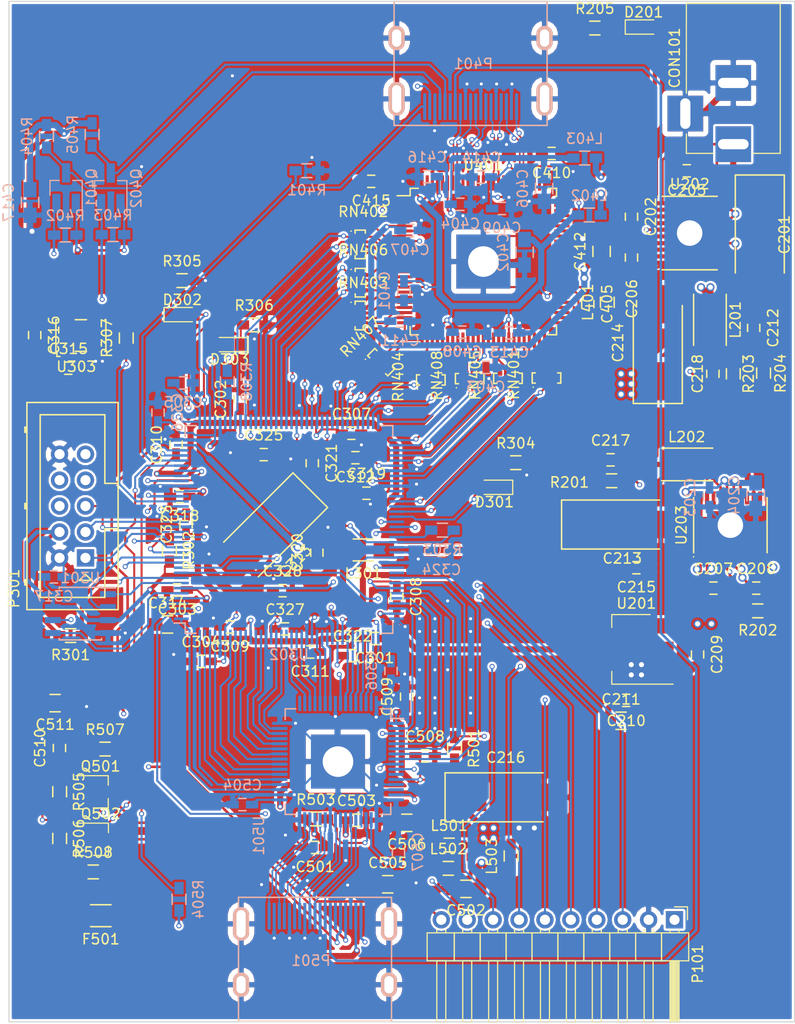
<source format=kicad_pcb>
(kicad_pcb (version 20160815) (host pcbnew "(2017-01-20 revision 2de913797)-master")

  (general
    (links 518)
    (no_connects 0)
    (area 12.949999 12.949999 90.050001 113.050001)
    (thickness 1.6)
    (drawings 4)
    (tracks 2668)
    (zones 0)
    (modules 138)
    (nets 216)
  )

  (page A4)
  (layers
    (0 F.Cu signal)
    (1 In1.Cu signal)
    (2 In2.Cu signal)
    (31 B.Cu signal)
    (32 B.Adhes user)
    (33 F.Adhes user)
    (34 B.Paste user)
    (35 F.Paste user)
    (36 B.SilkS user)
    (37 F.SilkS user)
    (38 B.Mask user)
    (39 F.Mask user)
    (40 Dwgs.User user)
    (41 Cmts.User user)
    (42 Eco1.User user)
    (43 Eco2.User user)
    (44 Edge.Cuts user)
    (45 Margin user)
    (46 B.CrtYd user)
    (47 F.CrtYd user)
    (48 B.Fab user hide)
    (49 F.Fab user hide)
  )

  (setup
    (last_trace_width 0.6)
    (user_trace_width 0.16)
    (user_trace_width 0.25)
    (user_trace_width 0.4)
    (user_trace_width 0.6)
    (user_trace_width 1.5)
    (trace_clearance 0.15)
    (zone_clearance 0.22)
    (zone_45_only no)
    (trace_min 0.155)
    (segment_width 0.2)
    (edge_width 0.1)
    (via_size 0.5)
    (via_drill 0.3)
    (via_min_size 0.5)
    (via_min_drill 0.3)
    (user_via 0.5 0.3)
    (user_via 0.8 0.5)
    (user_via 2.8 2.5)
    (uvia_size 0.3)
    (uvia_drill 0.1)
    (uvias_allowed no)
    (uvia_min_size 0.2)
    (uvia_min_drill 0.1)
    (pcb_text_width 0.3)
    (pcb_text_size 1.5 1.5)
    (mod_edge_width 0.15)
    (mod_text_size 1 1)
    (mod_text_width 0.15)
    (pad_size 1.5 1.5)
    (pad_drill 0.6)
    (pad_to_mask_clearance 0.2)
    (solder_mask_min_width 0.16)
    (aux_axis_origin 0 0)
    (visible_elements FFFFFF7F)
    (pcbplotparams
      (layerselection 0x00030_ffffffff)
      (usegerberextensions false)
      (excludeedgelayer true)
      (linewidth 0.100000)
      (plotframeref false)
      (viasonmask false)
      (mode 1)
      (useauxorigin false)
      (hpglpennumber 1)
      (hpglpenspeed 20)
      (hpglpendiameter 15)
      (psnegative false)
      (psa4output false)
      (plotreference true)
      (plotvalue true)
      (plotinvisibletext false)
      (padsonsilk false)
      (subtractmaskfromsilk false)
      (outputformat 1)
      (mirror false)
      (drillshape 1)
      (scaleselection 1)
      (outputdirectory ""))
  )

  (net 0 "")
  (net 1 GND)
  (net 2 /power/VIN)
  (net 3 +2V5)
  (net 4 +3V3)
  (net 5 +1V2)
  (net 6 "Net-(C217-Pad2)")
  (net 7 "Net-(C218-Pad2)")
  (net 8 +V_IO)
  (net 9 /dvi_in/PVDD)
  (net 10 /dvi_in/DVDD)
  (net 11 /dvi_in/AVDD)
  (net 12 +5V)
  (net 13 /dvi_out/TVDD)
  (net 14 /dvi_out/DVDD)
  (net 15 /dvi_out/PVDD)
  (net 16 "Net-(D201-Pad1)")
  (net 17 "Net-(D301-Pad1)")
  (net 18 "Net-(D301-Pad2)")
  (net 19 "Net-(D302-Pad2)")
  (net 20 "Net-(D302-Pad1)")
  (net 21 "Net-(D303-Pad1)")
  (net 22 "Net-(D303-Pad2)")
  (net 23 "Net-(F501-Pad1)")
  (net 24 /GPIO7)
  (net 25 /GPIO6)
  (net 26 /GPIO5)
  (net 27 /GPIO4)
  (net 28 /GPIO3)
  (net 29 /GPIO2)
  (net 30 /GPIO1)
  (net 31 /GPIO0)
  (net 32 "Net-(P301-Pad9)")
  (net 33 "Net-(P301-Pad8)")
  (net 34 "Net-(P301-Pad7)")
  (net 35 "Net-(P301-Pad6)")
  (net 36 "Net-(P301-Pad5)")
  (net 37 "Net-(P301-Pad3)")
  (net 38 "Net-(P301-Pad1)")
  (net 39 /dvi_in/DDCDAT_)
  (net 40 /dvi_in/DDCDAT_IN)
  (net 41 /dvi_in/DDCCLK_IN)
  (net 42 /dvi_in/DDCCLK_)
  (net 43 /dvi_out/DDCDAT_)
  (net 44 /dvi_out/DDCDAT)
  (net 45 /dvi_out/DDCCLK)
  (net 46 /dvi_out/DDCCLK_)
  (net 47 "Net-(R301-Pad1)")
  (net 48 "Net-(R302-Pad1)")
  (net 49 "Net-(R303-Pad1)")
  (net 50 "Net-(R307-Pad2)")
  (net 51 /fpga/CLK50)
  (net 52 /dvi_out/TXCLK+)
  (net 53 "Net-(R308-Pad1)")
  (net 54 /dvi_in/HOTPLUG)
  (net 55 "Net-(R501-Pad1)")
  (net 56 /dvi_out/MSEN)
  (net 57 "Net-(R503-Pad2)")
  (net 58 /dvi_out/HOTPLUG)
  (net 59 /dvi_out/VSYNC)
  (net 60 /dvi_out/HSYNC)
  (net 61 /dvi_out/DE)
  (net 62 /dvi_out/CTL3)
  (net 63 /dvi_out/CTL2)
  (net 64 /dvi_out/CTL1)
  (net 65 "Net-(RN401-Pad7)")
  (net 66 "Net-(RN401-Pad6)")
  (net 67 "Net-(RN401-Pad5)")
  (net 68 "Net-(RN401-Pad8)")
  (net 69 "Net-(RN401-Pad4)")
  (net 70 /dvi_in/HSYNC)
  (net 71 /dvi_in/VSYNC)
  (net 72 /dvi_in/DE)
  (net 73 "Net-(RN402-Pad7)")
  (net 74 "Net-(RN402-Pad6)")
  (net 75 "Net-(RN402-Pad5)")
  (net 76 "Net-(RN402-Pad8)")
  (net 77 /dvi_in/DATI3)
  (net 78 /dvi_in/DATI2)
  (net 79 /dvi_in/DATI1)
  (net 80 /dvi_in/DATI0)
  (net 81 "Net-(RN403-Pad7)")
  (net 82 "Net-(RN403-Pad6)")
  (net 83 "Net-(RN403-Pad5)")
  (net 84 "Net-(RN403-Pad8)")
  (net 85 /dvi_in/DATI11)
  (net 86 /dvi_in/DATI10)
  (net 87 /dvi_in/DATI9)
  (net 88 /dvi_in/DATI8)
  (net 89 "Net-(RN404-Pad7)")
  (net 90 "Net-(RN404-Pad6)")
  (net 91 "Net-(RN404-Pad5)")
  (net 92 "Net-(RN404-Pad8)")
  (net 93 /dvi_in/DATI19)
  (net 94 /dvi_in/DATI18)
  (net 95 /dvi_in/DATI17)
  (net 96 /dvi_in/DATI16)
  (net 97 /dvi_in/CTL1)
  (net 98 /dvi_in/CTL2)
  (net 99 /dvi_in/CTL3)
  (net 100 /fpga/CLKIN)
  (net 101 "Net-(RN405-Pad8)")
  (net 102 "Net-(RN405-Pad5)")
  (net 103 "Net-(RN405-Pad6)")
  (net 104 "Net-(RN405-Pad7)")
  (net 105 /dvi_in/DATI4)
  (net 106 /dvi_in/DATI5)
  (net 107 /dvi_in/DATI6)
  (net 108 /dvi_in/DATI7)
  (net 109 "Net-(RN406-Pad8)")
  (net 110 "Net-(RN406-Pad5)")
  (net 111 "Net-(RN406-Pad6)")
  (net 112 "Net-(RN406-Pad7)")
  (net 113 /dvi_in/DATI12)
  (net 114 /dvi_in/DATI13)
  (net 115 /dvi_in/DATI14)
  (net 116 /dvi_in/DATI15)
  (net 117 "Net-(RN407-Pad8)")
  (net 118 "Net-(RN407-Pad5)")
  (net 119 "Net-(RN407-Pad6)")
  (net 120 "Net-(RN407-Pad7)")
  (net 121 /dvi_in/DATI20)
  (net 122 /dvi_in/DATI21)
  (net 123 /dvi_in/DATI22)
  (net 124 /dvi_in/DATI23)
  (net 125 "Net-(RN408-Pad8)")
  (net 126 "Net-(RN408-Pad5)")
  (net 127 "Net-(RN408-Pad6)")
  (net 128 "Net-(RN408-Pad7)")
  (net 129 "Net-(U202-Pad3)")
  (net 130 "Net-(L201-Pad1)")
  (net 131 "Net-(L202-Pad1)")
  (net 132 "Net-(U203-Pad3)")
  (net 133 /fpga/DCLK)
  (net 134 /fpga/ASDI)
  (net 135 /fpga/DATA)
  (net 136 /fpga/nCS)
  (net 137 /dvi_out/DATO23)
  (net 138 /dvi_out/DATO22)
  (net 139 /dvi_out/DATO21)
  (net 140 /dvi_out/DATO20)
  (net 141 /dvi_out/DATO19)
  (net 142 /dvi_out/DATO18)
  (net 143 /dvi_out/DATO17)
  (net 144 /dvi_out/DATO16)
  (net 145 /dvi_out/DATO15)
  (net 146 /dvi_out/DATO14)
  (net 147 /dvi_out/DATO13)
  (net 148 /dvi_out/DATO12)
  (net 149 "Net-(U302-Pad127)")
  (net 150 /dvi_out/DATO11)
  (net 151 /dvi_out/DATO10)
  (net 152 /dvi_out/DATO9)
  (net 153 /dvi_out/DATO8)
  (net 154 /dvi_out/DATO7)
  (net 155 /dvi_out/DATO6)
  (net 156 /dvi_out/DATO5)
  (net 157 /dvi_out/DATO4)
  (net 158 /dvi_out/DATO3)
  (net 159 /dvi_out/DATO2)
  (net 160 /dvi_out/DATO1)
  (net 161 /dvi_out/DATO0)
  (net 162 "Net-(U302-Pad99)")
  (net 163 "Net-(U302-Pad84)")
  (net 164 "Net-(U302-Pad83)")
  (net 165 /dvi_in/LINK_ACT)
  (net 166 /dvi_in/PDOWN)
  (net 167 /dvi_out/EDGE)
  (net 168 /dvi_out/DKEN)
  (net 169 "Net-(U303-Pad1)")
  (net 170 "Net-(U401-Pad96)")
  (net 171 "Net-(U401-Pad77)")
  (net 172 "Net-(U401-Pad75)")
  (net 173 "Net-(U401-Pad74)")
  (net 174 "Net-(U401-Pad73)")
  (net 175 "Net-(U401-Pad72)")
  (net 176 "Net-(U401-Pad71)")
  (net 177 "Net-(U401-Pad70)")
  (net 178 "Net-(U401-Pad69)")
  (net 179 "Net-(U401-Pad66)")
  (net 180 "Net-(U401-Pad65)")
  (net 181 "Net-(U401-Pad64)")
  (net 182 "Net-(U401-Pad63)")
  (net 183 "Net-(U401-Pad62)")
  (net 184 "Net-(U401-Pad61)")
  (net 185 "Net-(U401-Pad60)")
  (net 186 "Net-(U401-Pad59)")
  (net 187 "Net-(U401-Pad56)")
  (net 188 "Net-(U401-Pad55)")
  (net 189 "Net-(U401-Pad54)")
  (net 190 "Net-(U401-Pad53)")
  (net 191 "Net-(U401-Pad52)")
  (net 192 "Net-(U401-Pad51)")
  (net 193 "Net-(U401-Pad50)")
  (net 194 "Net-(U401-Pad49)")
  (net 195 /dvi_out/TXC-)
  (net 196 /dvi_out/TXC+)
  (net 197 /dvi_out/TX0-)
  (net 198 /dvi_out/TX0+)
  (net 199 /dvi_out/TX1-)
  (net 200 /dvi_out/TX1+)
  (net 201 /dvi_out/TX2-)
  (net 202 /dvi_out/TX2+)
  (net 203 "Net-(U501-Pad49)")
  (net 204 "Net-(P401-Pad14)")
  (net 205 /dvi_in/CEC)
  (net 206 /dvi_in/RXC-)
  (net 207 /dvi_in/RX2+)
  (net 208 /dvi_in/RX2-)
  (net 209 /dvi_in/RX1+)
  (net 210 /dvi_in/RX1-)
  (net 211 /dvi_in/RX0+)
  (net 212 /dvi_in/RX0-)
  (net 213 /dvi_in/RXC+)
  (net 214 "Net-(P501-Pad14)")
  (net 215 "Net-(P501-Pad19)")

  (net_class Default "This is the default net class."
    (clearance 0.15)
    (trace_width 0.2)
    (via_dia 0.5)
    (via_drill 0.3)
    (uvia_dia 0.3)
    (uvia_drill 0.1)
    (diff_pair_gap 0.2)
    (diff_pair_width 0.16)
    (add_net +1V2)
    (add_net +2V5)
    (add_net +3V3)
    (add_net +5V)
    (add_net +V_IO)
    (add_net /GPIO0)
    (add_net /GPIO1)
    (add_net /GPIO2)
    (add_net /GPIO3)
    (add_net /GPIO4)
    (add_net /GPIO5)
    (add_net /GPIO6)
    (add_net /GPIO7)
    (add_net /dvi_in/AVDD)
    (add_net /dvi_in/CEC)
    (add_net /dvi_in/CTL1)
    (add_net /dvi_in/CTL2)
    (add_net /dvi_in/CTL3)
    (add_net /dvi_in/DATI0)
    (add_net /dvi_in/DATI1)
    (add_net /dvi_in/DATI10)
    (add_net /dvi_in/DATI11)
    (add_net /dvi_in/DATI12)
    (add_net /dvi_in/DATI13)
    (add_net /dvi_in/DATI14)
    (add_net /dvi_in/DATI15)
    (add_net /dvi_in/DATI16)
    (add_net /dvi_in/DATI17)
    (add_net /dvi_in/DATI18)
    (add_net /dvi_in/DATI19)
    (add_net /dvi_in/DATI2)
    (add_net /dvi_in/DATI20)
    (add_net /dvi_in/DATI21)
    (add_net /dvi_in/DATI22)
    (add_net /dvi_in/DATI23)
    (add_net /dvi_in/DATI3)
    (add_net /dvi_in/DATI4)
    (add_net /dvi_in/DATI5)
    (add_net /dvi_in/DATI6)
    (add_net /dvi_in/DATI7)
    (add_net /dvi_in/DATI8)
    (add_net /dvi_in/DATI9)
    (add_net /dvi_in/DDCCLK_)
    (add_net /dvi_in/DDCCLK_IN)
    (add_net /dvi_in/DDCDAT_)
    (add_net /dvi_in/DDCDAT_IN)
    (add_net /dvi_in/DE)
    (add_net /dvi_in/DVDD)
    (add_net /dvi_in/HOTPLUG)
    (add_net /dvi_in/HSYNC)
    (add_net /dvi_in/LINK_ACT)
    (add_net /dvi_in/PDOWN)
    (add_net /dvi_in/PVDD)
    (add_net /dvi_in/RX0+)
    (add_net /dvi_in/RX0-)
    (add_net /dvi_in/RX1+)
    (add_net /dvi_in/RX1-)
    (add_net /dvi_in/RX2+)
    (add_net /dvi_in/RX2-)
    (add_net /dvi_in/RXC+)
    (add_net /dvi_in/RXC-)
    (add_net /dvi_in/VSYNC)
    (add_net /dvi_out/CTL1)
    (add_net /dvi_out/CTL2)
    (add_net /dvi_out/CTL3)
    (add_net /dvi_out/DATO0)
    (add_net /dvi_out/DATO1)
    (add_net /dvi_out/DATO10)
    (add_net /dvi_out/DATO11)
    (add_net /dvi_out/DATO12)
    (add_net /dvi_out/DATO13)
    (add_net /dvi_out/DATO14)
    (add_net /dvi_out/DATO15)
    (add_net /dvi_out/DATO16)
    (add_net /dvi_out/DATO17)
    (add_net /dvi_out/DATO18)
    (add_net /dvi_out/DATO19)
    (add_net /dvi_out/DATO2)
    (add_net /dvi_out/DATO20)
    (add_net /dvi_out/DATO21)
    (add_net /dvi_out/DATO22)
    (add_net /dvi_out/DATO23)
    (add_net /dvi_out/DATO3)
    (add_net /dvi_out/DATO4)
    (add_net /dvi_out/DATO5)
    (add_net /dvi_out/DATO6)
    (add_net /dvi_out/DATO7)
    (add_net /dvi_out/DATO8)
    (add_net /dvi_out/DATO9)
    (add_net /dvi_out/DDCCLK)
    (add_net /dvi_out/DDCCLK_)
    (add_net /dvi_out/DDCDAT)
    (add_net /dvi_out/DDCDAT_)
    (add_net /dvi_out/DE)
    (add_net /dvi_out/DKEN)
    (add_net /dvi_out/DVDD)
    (add_net /dvi_out/EDGE)
    (add_net /dvi_out/HOTPLUG)
    (add_net /dvi_out/HSYNC)
    (add_net /dvi_out/MSEN)
    (add_net /dvi_out/PVDD)
    (add_net /dvi_out/TVDD)
    (add_net /dvi_out/TX0+)
    (add_net /dvi_out/TX0-)
    (add_net /dvi_out/TX1+)
    (add_net /dvi_out/TX1-)
    (add_net /dvi_out/TX2+)
    (add_net /dvi_out/TX2-)
    (add_net /dvi_out/TXC+)
    (add_net /dvi_out/TXC-)
    (add_net /dvi_out/TXCLK+)
    (add_net /dvi_out/VSYNC)
    (add_net /fpga/ASDI)
    (add_net /fpga/CLK50)
    (add_net /fpga/CLKIN)
    (add_net /fpga/DATA)
    (add_net /fpga/DCLK)
    (add_net /fpga/nCS)
    (add_net /power/VIN)
    (add_net GND)
    (add_net "Net-(C217-Pad2)")
    (add_net "Net-(C218-Pad2)")
    (add_net "Net-(D201-Pad1)")
    (add_net "Net-(D301-Pad1)")
    (add_net "Net-(D301-Pad2)")
    (add_net "Net-(D302-Pad1)")
    (add_net "Net-(D302-Pad2)")
    (add_net "Net-(D303-Pad1)")
    (add_net "Net-(D303-Pad2)")
    (add_net "Net-(F501-Pad1)")
    (add_net "Net-(L201-Pad1)")
    (add_net "Net-(L202-Pad1)")
    (add_net "Net-(P301-Pad1)")
    (add_net "Net-(P301-Pad3)")
    (add_net "Net-(P301-Pad5)")
    (add_net "Net-(P301-Pad6)")
    (add_net "Net-(P301-Pad7)")
    (add_net "Net-(P301-Pad8)")
    (add_net "Net-(P301-Pad9)")
    (add_net "Net-(P401-Pad14)")
    (add_net "Net-(P501-Pad14)")
    (add_net "Net-(P501-Pad19)")
    (add_net "Net-(R301-Pad1)")
    (add_net "Net-(R302-Pad1)")
    (add_net "Net-(R303-Pad1)")
    (add_net "Net-(R307-Pad2)")
    (add_net "Net-(R308-Pad1)")
    (add_net "Net-(R501-Pad1)")
    (add_net "Net-(R503-Pad2)")
    (add_net "Net-(RN401-Pad4)")
    (add_net "Net-(RN401-Pad5)")
    (add_net "Net-(RN401-Pad6)")
    (add_net "Net-(RN401-Pad7)")
    (add_net "Net-(RN401-Pad8)")
    (add_net "Net-(RN402-Pad5)")
    (add_net "Net-(RN402-Pad6)")
    (add_net "Net-(RN402-Pad7)")
    (add_net "Net-(RN402-Pad8)")
    (add_net "Net-(RN403-Pad5)")
    (add_net "Net-(RN403-Pad6)")
    (add_net "Net-(RN403-Pad7)")
    (add_net "Net-(RN403-Pad8)")
    (add_net "Net-(RN404-Pad5)")
    (add_net "Net-(RN404-Pad6)")
    (add_net "Net-(RN404-Pad7)")
    (add_net "Net-(RN404-Pad8)")
    (add_net "Net-(RN405-Pad5)")
    (add_net "Net-(RN405-Pad6)")
    (add_net "Net-(RN405-Pad7)")
    (add_net "Net-(RN405-Pad8)")
    (add_net "Net-(RN406-Pad5)")
    (add_net "Net-(RN406-Pad6)")
    (add_net "Net-(RN406-Pad7)")
    (add_net "Net-(RN406-Pad8)")
    (add_net "Net-(RN407-Pad5)")
    (add_net "Net-(RN407-Pad6)")
    (add_net "Net-(RN407-Pad7)")
    (add_net "Net-(RN407-Pad8)")
    (add_net "Net-(RN408-Pad5)")
    (add_net "Net-(RN408-Pad6)")
    (add_net "Net-(RN408-Pad7)")
    (add_net "Net-(RN408-Pad8)")
    (add_net "Net-(U202-Pad3)")
    (add_net "Net-(U203-Pad3)")
    (add_net "Net-(U302-Pad127)")
    (add_net "Net-(U302-Pad83)")
    (add_net "Net-(U302-Pad84)")
    (add_net "Net-(U302-Pad99)")
    (add_net "Net-(U303-Pad1)")
    (add_net "Net-(U401-Pad49)")
    (add_net "Net-(U401-Pad50)")
    (add_net "Net-(U401-Pad51)")
    (add_net "Net-(U401-Pad52)")
    (add_net "Net-(U401-Pad53)")
    (add_net "Net-(U401-Pad54)")
    (add_net "Net-(U401-Pad55)")
    (add_net "Net-(U401-Pad56)")
    (add_net "Net-(U401-Pad59)")
    (add_net "Net-(U401-Pad60)")
    (add_net "Net-(U401-Pad61)")
    (add_net "Net-(U401-Pad62)")
    (add_net "Net-(U401-Pad63)")
    (add_net "Net-(U401-Pad64)")
    (add_net "Net-(U401-Pad65)")
    (add_net "Net-(U401-Pad66)")
    (add_net "Net-(U401-Pad69)")
    (add_net "Net-(U401-Pad70)")
    (add_net "Net-(U401-Pad71)")
    (add_net "Net-(U401-Pad72)")
    (add_net "Net-(U401-Pad73)")
    (add_net "Net-(U401-Pad74)")
    (add_net "Net-(U401-Pad75)")
    (add_net "Net-(U401-Pad77)")
    (add_net "Net-(U401-Pad96)")
    (add_net "Net-(U501-Pad49)")
  )

  (module Inductors:Inductor_Taiyo-Yuden_NR-30xx_HandSoldering (layer F.Cu) (tedit 574C3AE3) (tstamp 587BC89E)
    (at 79.48 58.38 180)
    (descr "Inductor, Taiyo Yuden, NR series, Taiyo-Yuden_NR-30xx, 3.0mmx3.0mm")
    (tags "inductor taiyo-yuden nr smd")
    (path /5839A46D/587999C1)
    (attr smd)
    (fp_text reference L202 (at 0.05 2.69 180) (layer F.SilkS)
      (effects (font (size 1 1) (thickness 0.15)))
    )
    (fp_text value 490nH-1uH (at 0 3 180) (layer F.Fab)
      (effects (font (size 1 1) (thickness 0.15)))
    )
    (fp_line (start -1.5 0) (end -1.5 -0.95) (layer F.Fab) (width 0.15))
    (fp_line (start -1.5 -0.95) (end -0.95 -1.5) (layer F.Fab) (width 0.15))
    (fp_line (start -0.95 -1.5) (end 0 -1.5) (layer F.Fab) (width 0.15))
    (fp_line (start 1.5 0) (end 1.5 -0.95) (layer F.Fab) (width 0.15))
    (fp_line (start 1.5 -0.95) (end 0.95 -1.5) (layer F.Fab) (width 0.15))
    (fp_line (start 0.95 -1.5) (end 0 -1.5) (layer F.Fab) (width 0.15))
    (fp_line (start 1.5 0) (end 1.5 0.95) (layer F.Fab) (width 0.15))
    (fp_line (start 1.5 0.95) (end 0.95 1.5) (layer F.Fab) (width 0.15))
    (fp_line (start 0.95 1.5) (end 0 1.5) (layer F.Fab) (width 0.15))
    (fp_line (start -1.5 0) (end -1.5 0.95) (layer F.Fab) (width 0.15))
    (fp_line (start -1.5 0.95) (end -0.95 1.5) (layer F.Fab) (width 0.15))
    (fp_line (start -0.95 1.5) (end 0 1.5) (layer F.Fab) (width 0.15))
    (fp_line (start -2.5 -1.6) (end 2.5 -1.6) (layer F.SilkS) (width 0.15))
    (fp_line (start -2.5 1.6) (end 2.5 1.6) (layer F.SilkS) (width 0.15))
    (fp_line (start -2.75 -1.8) (end -2.75 1.8) (layer F.CrtYd) (width 0.05))
    (fp_line (start -2.75 1.8) (end 2.75 1.8) (layer F.CrtYd) (width 0.05))
    (fp_line (start 2.75 1.8) (end 2.75 -1.8) (layer F.CrtYd) (width 0.05))
    (fp_line (start 2.75 -1.8) (end -2.75 -1.8) (layer F.CrtYd) (width 0.05))
    (pad 1 smd rect (at -1.6 0 180) (size 1.8 2.9) (layers F.Cu F.Paste F.Mask)
      (net 131 "Net-(L202-Pad1)"))
    (pad 2 smd rect (at 1.6 0 180) (size 1.8 2.9) (layers F.Cu F.Paste F.Mask)
      (net 5 +1V2))
    (model Inductors.3dshapes/Inductor_Taiyo-Yuden_NR-30xx.wrl
      (at (xyz 0 0 0))
      (scale (xyz 1 1 1))
      (rotate (xyz 0 0 0))
    )
  )

  (module Capacitors_Tantalum_SMD:Tantalum_Case-D_EIA-7343-31_Hand (layer F.Cu) (tedit 57B6E980) (tstamp 58797C0F)
    (at 86.6 35.97 270)
    (descr "Tantalum capacitor, Case D, EIA 7343-31, 7.3x4.3x2.8mm, Hand soldering footprint")
    (tags "capacitor tantalum smd")
    (path /5839A46D/58797306)
    (attr smd)
    (fp_text reference C201 (at -0.11 -2.41 270) (layer F.SilkS)
      (effects (font (size 1 1) (thickness 0.15)))
    )
    (fp_text value 100u (at 0 3.9 270) (layer F.Fab)
      (effects (font (size 1 1) (thickness 0.15)))
    )
    (fp_line (start -5.95 -2.4) (end -5.95 2.4) (layer F.SilkS) (width 0.15))
    (fp_line (start -5.95 2.4) (end 3.65 2.4) (layer F.SilkS) (width 0.15))
    (fp_line (start -5.95 -2.4) (end 3.65 -2.4) (layer F.SilkS) (width 0.15))
    (fp_line (start -2.555 -2.15) (end -2.555 2.15) (layer F.Fab) (width 0.15))
    (fp_line (start -2.92 -2.15) (end -2.92 2.15) (layer F.Fab) (width 0.15))
    (fp_line (start 3.65 -2.15) (end -3.65 -2.15) (layer F.Fab) (width 0.15))
    (fp_line (start 3.65 2.15) (end 3.65 -2.15) (layer F.Fab) (width 0.15))
    (fp_line (start -3.65 2.15) (end 3.65 2.15) (layer F.Fab) (width 0.15))
    (fp_line (start -3.65 -2.15) (end -3.65 2.15) (layer F.Fab) (width 0.15))
    (fp_line (start 6.05 -2.5) (end -6.05 -2.5) (layer F.CrtYd) (width 0.05))
    (fp_line (start 6.05 2.5) (end 6.05 -2.5) (layer F.CrtYd) (width 0.05))
    (fp_line (start -6.05 2.5) (end 6.05 2.5) (layer F.CrtYd) (width 0.05))
    (fp_line (start -6.05 -2.5) (end -6.05 2.5) (layer F.CrtYd) (width 0.05))
    (pad 2 smd rect (at 3.775 0 270) (size 3.75 2.7) (layers F.Cu F.Paste F.Mask)
      (net 1 GND))
    (pad 1 smd rect (at -3.775 0 270) (size 3.75 2.7) (layers F.Cu F.Paste F.Mask)
      (net 2 /power/VIN))
    (model Capacitors_Tantalum_SMD.3dshapes/Tantalum_Case-D_EIA-7343-31.wrl
      (at (xyz 0 0 0))
      (scale (xyz 1 1 1))
      (rotate (xyz 0 0 0))
    )
  )

  (module Capacitors_SMD:C_0603_HandSoldering (layer F.Cu) (tedit 541A9B4D) (tstamp 58797C1F)
    (at 74.02 34.11 270)
    (descr "Capacitor SMD 0603, hand soldering")
    (tags "capacitor 0603")
    (path /5839A46D/5879A330)
    (attr smd)
    (fp_text reference C202 (at 0 -1.9 270) (layer F.SilkS)
      (effects (font (size 1 1) (thickness 0.15)))
    )
    (fp_text value 100n (at 0 1.9 270) (layer F.Fab)
      (effects (font (size 1 1) (thickness 0.15)))
    )
    (fp_line (start -0.8 0.4) (end -0.8 -0.4) (layer F.Fab) (width 0.15))
    (fp_line (start 0.8 0.4) (end -0.8 0.4) (layer F.Fab) (width 0.15))
    (fp_line (start 0.8 -0.4) (end 0.8 0.4) (layer F.Fab) (width 0.15))
    (fp_line (start -0.8 -0.4) (end 0.8 -0.4) (layer F.Fab) (width 0.15))
    (fp_line (start -1.85 -0.75) (end 1.85 -0.75) (layer F.CrtYd) (width 0.05))
    (fp_line (start -1.85 0.75) (end 1.85 0.75) (layer F.CrtYd) (width 0.05))
    (fp_line (start -1.85 -0.75) (end -1.85 0.75) (layer F.CrtYd) (width 0.05))
    (fp_line (start 1.85 -0.75) (end 1.85 0.75) (layer F.CrtYd) (width 0.05))
    (fp_line (start -0.35 -0.6) (end 0.35 -0.6) (layer F.SilkS) (width 0.15))
    (fp_line (start 0.35 0.6) (end -0.35 0.6) (layer F.SilkS) (width 0.15))
    (pad 1 smd rect (at -0.95 0 270) (size 1.2 0.75) (layers F.Cu F.Paste F.Mask)
      (net 2 /power/VIN))
    (pad 2 smd rect (at 0.95 0 270) (size 1.2 0.75) (layers F.Cu F.Paste F.Mask)
      (net 1 GND))
    (model Capacitors_SMD.3dshapes/C_0603_HandSoldering.wrl
      (at (xyz 0 0 0))
      (scale (xyz 1 1 1))
      (rotate (xyz 0 0 0))
    )
  )

  (module Capacitors_SMD:C_0603_HandSoldering (layer B.Cu) (tedit 541A9B4D) (tstamp 58797C2F)
    (at 81.67 61.6 270)
    (descr "Capacitor SMD 0603, hand soldering")
    (tags "capacitor 0603")
    (path /5839A46D/58797543)
    (attr smd)
    (fp_text reference C203 (at 0 1.9 270) (layer B.SilkS)
      (effects (font (size 1 1) (thickness 0.15)) (justify mirror))
    )
    (fp_text value 100n (at 0 -1.9 270) (layer B.Fab)
      (effects (font (size 1 1) (thickness 0.15)) (justify mirror))
    )
    (fp_line (start 0.35 -0.6) (end -0.35 -0.6) (layer B.SilkS) (width 0.15))
    (fp_line (start -0.35 0.6) (end 0.35 0.6) (layer B.SilkS) (width 0.15))
    (fp_line (start 1.85 0.75) (end 1.85 -0.75) (layer B.CrtYd) (width 0.05))
    (fp_line (start -1.85 0.75) (end -1.85 -0.75) (layer B.CrtYd) (width 0.05))
    (fp_line (start -1.85 -0.75) (end 1.85 -0.75) (layer B.CrtYd) (width 0.05))
    (fp_line (start -1.85 0.75) (end 1.85 0.75) (layer B.CrtYd) (width 0.05))
    (fp_line (start -0.8 0.4) (end 0.8 0.4) (layer B.Fab) (width 0.15))
    (fp_line (start 0.8 0.4) (end 0.8 -0.4) (layer B.Fab) (width 0.15))
    (fp_line (start 0.8 -0.4) (end -0.8 -0.4) (layer B.Fab) (width 0.15))
    (fp_line (start -0.8 -0.4) (end -0.8 0.4) (layer B.Fab) (width 0.15))
    (pad 2 smd rect (at 0.95 0 270) (size 1.2 0.75) (layers B.Cu B.Paste B.Mask)
      (net 1 GND))
    (pad 1 smd rect (at -0.95 0 270) (size 1.2 0.75) (layers B.Cu B.Paste B.Mask)
      (net 2 /power/VIN))
    (model Capacitors_SMD.3dshapes/C_0603_HandSoldering.wrl
      (at (xyz 0 0 0))
      (scale (xyz 1 1 1))
      (rotate (xyz 0 0 0))
    )
  )

  (module Capacitors_SMD:C_0805_HandSoldering (layer B.Cu) (tedit 541A9B8D) (tstamp 58797C3F)
    (at 86.19 61.44 270)
    (descr "Capacitor SMD 0805, hand soldering")
    (tags "capacitor 0805")
    (path /5839A46D/58797422)
    (attr smd)
    (fp_text reference C204 (at 0 2.1 270) (layer B.SilkS)
      (effects (font (size 1 1) (thickness 0.15)) (justify mirror))
    )
    (fp_text value 10u (at 0 -2.1 270) (layer B.Fab)
      (effects (font (size 1 1) (thickness 0.15)) (justify mirror))
    )
    (fp_line (start -1 -0.625) (end -1 0.625) (layer B.Fab) (width 0.15))
    (fp_line (start 1 -0.625) (end -1 -0.625) (layer B.Fab) (width 0.15))
    (fp_line (start 1 0.625) (end 1 -0.625) (layer B.Fab) (width 0.15))
    (fp_line (start -1 0.625) (end 1 0.625) (layer B.Fab) (width 0.15))
    (fp_line (start -2.3 1) (end 2.3 1) (layer B.CrtYd) (width 0.05))
    (fp_line (start -2.3 -1) (end 2.3 -1) (layer B.CrtYd) (width 0.05))
    (fp_line (start -2.3 1) (end -2.3 -1) (layer B.CrtYd) (width 0.05))
    (fp_line (start 2.3 1) (end 2.3 -1) (layer B.CrtYd) (width 0.05))
    (fp_line (start 0.5 0.85) (end -0.5 0.85) (layer B.SilkS) (width 0.15))
    (fp_line (start -0.5 -0.85) (end 0.5 -0.85) (layer B.SilkS) (width 0.15))
    (pad 1 smd rect (at -1.25 0 270) (size 1.5 1.25) (layers B.Cu B.Paste B.Mask)
      (net 2 /power/VIN))
    (pad 2 smd rect (at 1.25 0 270) (size 1.5 1.25) (layers B.Cu B.Paste B.Mask)
      (net 1 GND))
    (model Capacitors_SMD.3dshapes/C_0805_HandSoldering.wrl
      (at (xyz 0 0 0))
      (scale (xyz 1 1 1))
      (rotate (xyz 0 0 0))
    )
  )

  (module Capacitors_SMD:C_0603_HandSoldering (layer F.Cu) (tedit 541A9B4D) (tstamp 58797C4F)
    (at 79.44 29.61 180)
    (descr "Capacitor SMD 0603, hand soldering")
    (tags "capacitor 0603")
    (path /5839A46D/5879A32A)
    (attr smd)
    (fp_text reference C205 (at 0 -1.9 180) (layer F.SilkS)
      (effects (font (size 1 1) (thickness 0.15)))
    )
    (fp_text value 100n (at 0 1.9 180) (layer F.Fab)
      (effects (font (size 1 1) (thickness 0.15)))
    )
    (fp_line (start 0.35 0.6) (end -0.35 0.6) (layer F.SilkS) (width 0.15))
    (fp_line (start -0.35 -0.6) (end 0.35 -0.6) (layer F.SilkS) (width 0.15))
    (fp_line (start 1.85 -0.75) (end 1.85 0.75) (layer F.CrtYd) (width 0.05))
    (fp_line (start -1.85 -0.75) (end -1.85 0.75) (layer F.CrtYd) (width 0.05))
    (fp_line (start -1.85 0.75) (end 1.85 0.75) (layer F.CrtYd) (width 0.05))
    (fp_line (start -1.85 -0.75) (end 1.85 -0.75) (layer F.CrtYd) (width 0.05))
    (fp_line (start -0.8 -0.4) (end 0.8 -0.4) (layer F.Fab) (width 0.15))
    (fp_line (start 0.8 -0.4) (end 0.8 0.4) (layer F.Fab) (width 0.15))
    (fp_line (start 0.8 0.4) (end -0.8 0.4) (layer F.Fab) (width 0.15))
    (fp_line (start -0.8 0.4) (end -0.8 -0.4) (layer F.Fab) (width 0.15))
    (pad 2 smd rect (at 0.95 0 180) (size 1.2 0.75) (layers F.Cu F.Paste F.Mask)
      (net 1 GND))
    (pad 1 smd rect (at -0.95 0 180) (size 1.2 0.75) (layers F.Cu F.Paste F.Mask)
      (net 2 /power/VIN))
    (model Capacitors_SMD.3dshapes/C_0603_HandSoldering.wrl
      (at (xyz 0 0 0))
      (scale (xyz 1 1 1))
      (rotate (xyz 0 0 0))
    )
  )

  (module Capacitors_SMD:C_0603_HandSoldering (layer F.Cu) (tedit 541A9B4D) (tstamp 58797C5F)
    (at 74.02 38.11 270)
    (descr "Capacitor SMD 0603, hand soldering")
    (tags "capacitor 0603")
    (path /5839A46D/5879A336)
    (attr smd)
    (fp_text reference C206 (at 4.04 -0.04 270) (layer F.SilkS)
      (effects (font (size 1 1) (thickness 0.15)))
    )
    (fp_text value 100n (at 0 1.9 270) (layer F.Fab)
      (effects (font (size 1 1) (thickness 0.15)))
    )
    (fp_line (start 0.35 0.6) (end -0.35 0.6) (layer F.SilkS) (width 0.15))
    (fp_line (start -0.35 -0.6) (end 0.35 -0.6) (layer F.SilkS) (width 0.15))
    (fp_line (start 1.85 -0.75) (end 1.85 0.75) (layer F.CrtYd) (width 0.05))
    (fp_line (start -1.85 -0.75) (end -1.85 0.75) (layer F.CrtYd) (width 0.05))
    (fp_line (start -1.85 0.75) (end 1.85 0.75) (layer F.CrtYd) (width 0.05))
    (fp_line (start -1.85 -0.75) (end 1.85 -0.75) (layer F.CrtYd) (width 0.05))
    (fp_line (start -0.8 -0.4) (end 0.8 -0.4) (layer F.Fab) (width 0.15))
    (fp_line (start 0.8 -0.4) (end 0.8 0.4) (layer F.Fab) (width 0.15))
    (fp_line (start 0.8 0.4) (end -0.8 0.4) (layer F.Fab) (width 0.15))
    (fp_line (start -0.8 0.4) (end -0.8 -0.4) (layer F.Fab) (width 0.15))
    (pad 2 smd rect (at 0.95 0 270) (size 1.2 0.75) (layers F.Cu F.Paste F.Mask)
      (net 1 GND))
    (pad 1 smd rect (at -0.95 0 270) (size 1.2 0.75) (layers F.Cu F.Paste F.Mask)
      (net 2 /power/VIN))
    (model Capacitors_SMD.3dshapes/C_0603_HandSoldering.wrl
      (at (xyz 0 0 0))
      (scale (xyz 1 1 1))
      (rotate (xyz 0 0 0))
    )
  )

  (module Capacitors_SMD:C_0603_HandSoldering (layer F.Cu) (tedit 541A9B4D) (tstamp 58797C6F)
    (at 82.05 70.5)
    (descr "Capacitor SMD 0603, hand soldering")
    (tags "capacitor 0603")
    (path /5839A46D/587974D6)
    (attr smd)
    (fp_text reference C207 (at 0 -1.9) (layer F.SilkS)
      (effects (font (size 1 1) (thickness 0.15)))
    )
    (fp_text value 100n (at 0 1.9) (layer F.Fab)
      (effects (font (size 1 1) (thickness 0.15)))
    )
    (fp_line (start -0.8 0.4) (end -0.8 -0.4) (layer F.Fab) (width 0.15))
    (fp_line (start 0.8 0.4) (end -0.8 0.4) (layer F.Fab) (width 0.15))
    (fp_line (start 0.8 -0.4) (end 0.8 0.4) (layer F.Fab) (width 0.15))
    (fp_line (start -0.8 -0.4) (end 0.8 -0.4) (layer F.Fab) (width 0.15))
    (fp_line (start -1.85 -0.75) (end 1.85 -0.75) (layer F.CrtYd) (width 0.05))
    (fp_line (start -1.85 0.75) (end 1.85 0.75) (layer F.CrtYd) (width 0.05))
    (fp_line (start -1.85 -0.75) (end -1.85 0.75) (layer F.CrtYd) (width 0.05))
    (fp_line (start 1.85 -0.75) (end 1.85 0.75) (layer F.CrtYd) (width 0.05))
    (fp_line (start -0.35 -0.6) (end 0.35 -0.6) (layer F.SilkS) (width 0.15))
    (fp_line (start 0.35 0.6) (end -0.35 0.6) (layer F.SilkS) (width 0.15))
    (pad 1 smd rect (at -0.95 0) (size 1.2 0.75) (layers F.Cu F.Paste F.Mask)
      (net 2 /power/VIN))
    (pad 2 smd rect (at 0.95 0) (size 1.2 0.75) (layers F.Cu F.Paste F.Mask)
      (net 1 GND))
    (model Capacitors_SMD.3dshapes/C_0603_HandSoldering.wrl
      (at (xyz 0 0 0))
      (scale (xyz 1 1 1))
      (rotate (xyz 0 0 0))
    )
  )

  (module Capacitors_SMD:C_0603_HandSoldering (layer F.Cu) (tedit 541A9B4D) (tstamp 58797C7F)
    (at 86.25 70.5)
    (descr "Capacitor SMD 0603, hand soldering")
    (tags "capacitor 0603")
    (path /5839A46D/58797595)
    (attr smd)
    (fp_text reference C208 (at 0 -1.9) (layer F.SilkS)
      (effects (font (size 1 1) (thickness 0.15)))
    )
    (fp_text value 100n (at 0 1.9) (layer F.Fab)
      (effects (font (size 1 1) (thickness 0.15)))
    )
    (fp_line (start -0.8 0.4) (end -0.8 -0.4) (layer F.Fab) (width 0.15))
    (fp_line (start 0.8 0.4) (end -0.8 0.4) (layer F.Fab) (width 0.15))
    (fp_line (start 0.8 -0.4) (end 0.8 0.4) (layer F.Fab) (width 0.15))
    (fp_line (start -0.8 -0.4) (end 0.8 -0.4) (layer F.Fab) (width 0.15))
    (fp_line (start -1.85 -0.75) (end 1.85 -0.75) (layer F.CrtYd) (width 0.05))
    (fp_line (start -1.85 0.75) (end 1.85 0.75) (layer F.CrtYd) (width 0.05))
    (fp_line (start -1.85 -0.75) (end -1.85 0.75) (layer F.CrtYd) (width 0.05))
    (fp_line (start 1.85 -0.75) (end 1.85 0.75) (layer F.CrtYd) (width 0.05))
    (fp_line (start -0.35 -0.6) (end 0.35 -0.6) (layer F.SilkS) (width 0.15))
    (fp_line (start 0.35 0.6) (end -0.35 0.6) (layer F.SilkS) (width 0.15))
    (pad 1 smd rect (at -0.95 0) (size 1.2 0.75) (layers F.Cu F.Paste F.Mask)
      (net 2 /power/VIN))
    (pad 2 smd rect (at 0.95 0) (size 1.2 0.75) (layers F.Cu F.Paste F.Mask)
      (net 1 GND))
    (model Capacitors_SMD.3dshapes/C_0603_HandSoldering.wrl
      (at (xyz 0 0 0))
      (scale (xyz 1 1 1))
      (rotate (xyz 0 0 0))
    )
  )

  (module Capacitors_SMD:C_0603_HandSoldering (layer F.Cu) (tedit 541A9B4D) (tstamp 58797C8F)
    (at 80.5 77 270)
    (descr "Capacitor SMD 0603, hand soldering")
    (tags "capacitor 0603")
    (path /5839A46D/5879D21C)
    (attr smd)
    (fp_text reference C209 (at 0 -1.9 270) (layer F.SilkS)
      (effects (font (size 1 1) (thickness 0.15)))
    )
    (fp_text value 100n (at 0 1.9 270) (layer F.Fab)
      (effects (font (size 1 1) (thickness 0.15)))
    )
    (fp_line (start -0.8 0.4) (end -0.8 -0.4) (layer F.Fab) (width 0.15))
    (fp_line (start 0.8 0.4) (end -0.8 0.4) (layer F.Fab) (width 0.15))
    (fp_line (start 0.8 -0.4) (end 0.8 0.4) (layer F.Fab) (width 0.15))
    (fp_line (start -0.8 -0.4) (end 0.8 -0.4) (layer F.Fab) (width 0.15))
    (fp_line (start -1.85 -0.75) (end 1.85 -0.75) (layer F.CrtYd) (width 0.05))
    (fp_line (start -1.85 0.75) (end 1.85 0.75) (layer F.CrtYd) (width 0.05))
    (fp_line (start -1.85 -0.75) (end -1.85 0.75) (layer F.CrtYd) (width 0.05))
    (fp_line (start 1.85 -0.75) (end 1.85 0.75) (layer F.CrtYd) (width 0.05))
    (fp_line (start -0.35 -0.6) (end 0.35 -0.6) (layer F.SilkS) (width 0.15))
    (fp_line (start 0.35 0.6) (end -0.35 0.6) (layer F.SilkS) (width 0.15))
    (pad 1 smd rect (at -0.95 0 270) (size 1.2 0.75) (layers F.Cu F.Paste F.Mask)
      (net 2 /power/VIN))
    (pad 2 smd rect (at 0.95 0 270) (size 1.2 0.75) (layers F.Cu F.Paste F.Mask)
      (net 1 GND))
    (model Capacitors_SMD.3dshapes/C_0603_HandSoldering.wrl
      (at (xyz 0 0 0))
      (scale (xyz 1 1 1))
      (rotate (xyz 0 0 0))
    )
  )

  (module Capacitors_SMD:C_0603_HandSoldering (layer F.Cu) (tedit 541A9B4D) (tstamp 58797C9F)
    (at 73.5 81.5)
    (descr "Capacitor SMD 0603, hand soldering")
    (tags "capacitor 0603")
    (path /5839A46D/5879D91A)
    (attr smd)
    (fp_text reference C210 (at 0 2) (layer F.SilkS)
      (effects (font (size 1 1) (thickness 0.15)))
    )
    (fp_text value 100n (at 0 1.9) (layer F.Fab)
      (effects (font (size 1 1) (thickness 0.15)))
    )
    (fp_line (start 0.35 0.6) (end -0.35 0.6) (layer F.SilkS) (width 0.15))
    (fp_line (start -0.35 -0.6) (end 0.35 -0.6) (layer F.SilkS) (width 0.15))
    (fp_line (start 1.85 -0.75) (end 1.85 0.75) (layer F.CrtYd) (width 0.05))
    (fp_line (start -1.85 -0.75) (end -1.85 0.75) (layer F.CrtYd) (width 0.05))
    (fp_line (start -1.85 0.75) (end 1.85 0.75) (layer F.CrtYd) (width 0.05))
    (fp_line (start -1.85 -0.75) (end 1.85 -0.75) (layer F.CrtYd) (width 0.05))
    (fp_line (start -0.8 -0.4) (end 0.8 -0.4) (layer F.Fab) (width 0.15))
    (fp_line (start 0.8 -0.4) (end 0.8 0.4) (layer F.Fab) (width 0.15))
    (fp_line (start 0.8 0.4) (end -0.8 0.4) (layer F.Fab) (width 0.15))
    (fp_line (start -0.8 0.4) (end -0.8 -0.4) (layer F.Fab) (width 0.15))
    (pad 2 smd rect (at 0.95 0) (size 1.2 0.75) (layers F.Cu F.Paste F.Mask)
      (net 1 GND))
    (pad 1 smd rect (at -0.95 0) (size 1.2 0.75) (layers F.Cu F.Paste F.Mask)
      (net 3 +2V5))
    (model Capacitors_SMD.3dshapes/C_0603_HandSoldering.wrl
      (at (xyz 0 0 0))
      (scale (xyz 1 1 1))
      (rotate (xyz 0 0 0))
    )
  )

  (module Capacitors_SMD:C_0805_HandSoldering (layer F.Cu) (tedit 541A9B8D) (tstamp 58797CAF)
    (at 73 83.5)
    (descr "Capacitor SMD 0805, hand soldering")
    (tags "capacitor 0805")
    (path /5839A46D/5879DDAA)
    (attr smd)
    (fp_text reference C211 (at 0 -2.1) (layer F.SilkS)
      (effects (font (size 1 1) (thickness 0.15)))
    )
    (fp_text value 22u (at 0 2.1) (layer F.Fab)
      (effects (font (size 1 1) (thickness 0.15)))
    )
    (fp_line (start -0.5 0.85) (end 0.5 0.85) (layer F.SilkS) (width 0.15))
    (fp_line (start 0.5 -0.85) (end -0.5 -0.85) (layer F.SilkS) (width 0.15))
    (fp_line (start 2.3 -1) (end 2.3 1) (layer F.CrtYd) (width 0.05))
    (fp_line (start -2.3 -1) (end -2.3 1) (layer F.CrtYd) (width 0.05))
    (fp_line (start -2.3 1) (end 2.3 1) (layer F.CrtYd) (width 0.05))
    (fp_line (start -2.3 -1) (end 2.3 -1) (layer F.CrtYd) (width 0.05))
    (fp_line (start -1 -0.625) (end 1 -0.625) (layer F.Fab) (width 0.15))
    (fp_line (start 1 -0.625) (end 1 0.625) (layer F.Fab) (width 0.15))
    (fp_line (start 1 0.625) (end -1 0.625) (layer F.Fab) (width 0.15))
    (fp_line (start -1 0.625) (end -1 -0.625) (layer F.Fab) (width 0.15))
    (pad 2 smd rect (at 1.25 0) (size 1.5 1.25) (layers F.Cu F.Paste F.Mask)
      (net 1 GND))
    (pad 1 smd rect (at -1.25 0) (size 1.5 1.25) (layers F.Cu F.Paste F.Mask)
      (net 3 +2V5))
    (model Capacitors_SMD.3dshapes/C_0805_HandSoldering.wrl
      (at (xyz 0 0 0))
      (scale (xyz 1 1 1))
      (rotate (xyz 0 0 0))
    )
  )

  (module Capacitors_SMD:C_0603_HandSoldering (layer F.Cu) (tedit 541A9B4D) (tstamp 58797CBF)
    (at 86 45 270)
    (descr "Capacitor SMD 0603, hand soldering")
    (tags "capacitor 0603")
    (path /5839A46D/58797F37)
    (attr smd)
    (fp_text reference C212 (at 0 -1.9 270) (layer F.SilkS)
      (effects (font (size 1 1) (thickness 0.15)))
    )
    (fp_text value 100n (at 0 1.9 270) (layer F.Fab)
      (effects (font (size 1 1) (thickness 0.15)))
    )
    (fp_line (start 0.35 0.6) (end -0.35 0.6) (layer F.SilkS) (width 0.15))
    (fp_line (start -0.35 -0.6) (end 0.35 -0.6) (layer F.SilkS) (width 0.15))
    (fp_line (start 1.85 -0.75) (end 1.85 0.75) (layer F.CrtYd) (width 0.05))
    (fp_line (start -1.85 -0.75) (end -1.85 0.75) (layer F.CrtYd) (width 0.05))
    (fp_line (start -1.85 0.75) (end 1.85 0.75) (layer F.CrtYd) (width 0.05))
    (fp_line (start -1.85 -0.75) (end 1.85 -0.75) (layer F.CrtYd) (width 0.05))
    (fp_line (start -0.8 -0.4) (end 0.8 -0.4) (layer F.Fab) (width 0.15))
    (fp_line (start 0.8 -0.4) (end 0.8 0.4) (layer F.Fab) (width 0.15))
    (fp_line (start 0.8 0.4) (end -0.8 0.4) (layer F.Fab) (width 0.15))
    (fp_line (start -0.8 0.4) (end -0.8 -0.4) (layer F.Fab) (width 0.15))
    (pad 2 smd rect (at 0.95 0 270) (size 1.2 0.75) (layers F.Cu F.Paste F.Mask)
      (net 4 +3V3))
    (pad 1 smd rect (at -0.95 0 270) (size 1.2 0.75) (layers F.Cu F.Paste F.Mask)
      (net 1 GND))
    (model Capacitors_SMD.3dshapes/C_0603_HandSoldering.wrl
      (at (xyz 0 0 0))
      (scale (xyz 1 1 1))
      (rotate (xyz 0 0 0))
    )
  )

  (module Capacitors_SMD:C_0603_HandSoldering (layer F.Cu) (tedit 541A9B4D) (tstamp 58797CEF)
    (at 74.5 68.5 180)
    (descr "Capacitor SMD 0603, hand soldering")
    (tags "capacitor 0603")
    (path /5839A46D/5879A43B)
    (attr smd)
    (fp_text reference C215 (at 0 -1.9 180) (layer F.SilkS)
      (effects (font (size 1 1) (thickness 0.15)))
    )
    (fp_text value 100n (at 0 1.9 180) (layer F.Fab)
      (effects (font (size 1 1) (thickness 0.15)))
    )
    (fp_line (start -0.8 0.4) (end -0.8 -0.4) (layer F.Fab) (width 0.15))
    (fp_line (start 0.8 0.4) (end -0.8 0.4) (layer F.Fab) (width 0.15))
    (fp_line (start 0.8 -0.4) (end 0.8 0.4) (layer F.Fab) (width 0.15))
    (fp_line (start -0.8 -0.4) (end 0.8 -0.4) (layer F.Fab) (width 0.15))
    (fp_line (start -1.85 -0.75) (end 1.85 -0.75) (layer F.CrtYd) (width 0.05))
    (fp_line (start -1.85 0.75) (end 1.85 0.75) (layer F.CrtYd) (width 0.05))
    (fp_line (start -1.85 -0.75) (end -1.85 0.75) (layer F.CrtYd) (width 0.05))
    (fp_line (start 1.85 -0.75) (end 1.85 0.75) (layer F.CrtYd) (width 0.05))
    (fp_line (start -0.35 -0.6) (end 0.35 -0.6) (layer F.SilkS) (width 0.15))
    (fp_line (start 0.35 0.6) (end -0.35 0.6) (layer F.SilkS) (width 0.15))
    (pad 1 smd rect (at -0.95 0 180) (size 1.2 0.75) (layers F.Cu F.Paste F.Mask)
      (net 1 GND))
    (pad 2 smd rect (at 0.95 0 180) (size 1.2 0.75) (layers F.Cu F.Paste F.Mask)
      (net 5 +1V2))
    (model Capacitors_SMD.3dshapes/C_0603_HandSoldering.wrl
      (at (xyz 0 0 0))
      (scale (xyz 1 1 1))
      (rotate (xyz 0 0 0))
    )
  )

  (module Capacitors_Tantalum_SMD:Tantalum_Case-D_EIA-7343-31_Hand (layer F.Cu) (tedit 57B6E980) (tstamp 58797D02)
    (at 61.7 91)
    (descr "Tantalum capacitor, Case D, EIA 7343-31, 7.3x4.3x2.8mm, Hand soldering footprint")
    (tags "capacitor tantalum smd")
    (path /5839A46D/58797EAB)
    (attr smd)
    (fp_text reference C216 (at 0 -3.9) (layer F.SilkS)
      (effects (font (size 1 1) (thickness 0.15)))
    )
    (fp_text value 100u (at 0 3.9) (layer F.Fab)
      (effects (font (size 1 1) (thickness 0.15)))
    )
    (fp_line (start -6.05 -2.5) (end -6.05 2.5) (layer F.CrtYd) (width 0.05))
    (fp_line (start -6.05 2.5) (end 6.05 2.5) (layer F.CrtYd) (width 0.05))
    (fp_line (start 6.05 2.5) (end 6.05 -2.5) (layer F.CrtYd) (width 0.05))
    (fp_line (start 6.05 -2.5) (end -6.05 -2.5) (layer F.CrtYd) (width 0.05))
    (fp_line (start -3.65 -2.15) (end -3.65 2.15) (layer F.Fab) (width 0.15))
    (fp_line (start -3.65 2.15) (end 3.65 2.15) (layer F.Fab) (width 0.15))
    (fp_line (start 3.65 2.15) (end 3.65 -2.15) (layer F.Fab) (width 0.15))
    (fp_line (start 3.65 -2.15) (end -3.65 -2.15) (layer F.Fab) (width 0.15))
    (fp_line (start -2.92 -2.15) (end -2.92 2.15) (layer F.Fab) (width 0.15))
    (fp_line (start -2.555 -2.15) (end -2.555 2.15) (layer F.Fab) (width 0.15))
    (fp_line (start -5.95 -2.4) (end 3.65 -2.4) (layer F.SilkS) (width 0.15))
    (fp_line (start -5.95 2.4) (end 3.65 2.4) (layer F.SilkS) (width 0.15))
    (fp_line (start -5.95 -2.4) (end -5.95 2.4) (layer F.SilkS) (width 0.15))
    (pad 1 smd rect (at -3.775 0) (size 3.75 2.7) (layers F.Cu F.Paste F.Mask)
      (net 4 +3V3))
    (pad 2 smd rect (at 3.775 0) (size 3.75 2.7) (layers F.Cu F.Paste F.Mask)
      (net 1 GND))
    (model Capacitors_Tantalum_SMD.3dshapes/Tantalum_Case-D_EIA-7343-31.wrl
      (at (xyz 0 0 0))
      (scale (xyz 1 1 1))
      (rotate (xyz 0 0 0))
    )
  )

  (module Capacitors_SMD:C_0603_HandSoldering (layer F.Cu) (tedit 541A9B4D) (tstamp 58797D12)
    (at 71.97 57.93)
    (descr "Capacitor SMD 0603, hand soldering")
    (tags "capacitor 0603")
    (path /5839A46D/5879B493)
    (attr smd)
    (fp_text reference C217 (at 0 -1.9) (layer F.SilkS)
      (effects (font (size 1 1) (thickness 0.15)))
    )
    (fp_text value 22p (at 0 1.9) (layer F.Fab)
      (effects (font (size 1 1) (thickness 0.15)))
    )
    (fp_line (start 0.35 0.6) (end -0.35 0.6) (layer F.SilkS) (width 0.15))
    (fp_line (start -0.35 -0.6) (end 0.35 -0.6) (layer F.SilkS) (width 0.15))
    (fp_line (start 1.85 -0.75) (end 1.85 0.75) (layer F.CrtYd) (width 0.05))
    (fp_line (start -1.85 -0.75) (end -1.85 0.75) (layer F.CrtYd) (width 0.05))
    (fp_line (start -1.85 0.75) (end 1.85 0.75) (layer F.CrtYd) (width 0.05))
    (fp_line (start -1.85 -0.75) (end 1.85 -0.75) (layer F.CrtYd) (width 0.05))
    (fp_line (start -0.8 -0.4) (end 0.8 -0.4) (layer F.Fab) (width 0.15))
    (fp_line (start 0.8 -0.4) (end 0.8 0.4) (layer F.Fab) (width 0.15))
    (fp_line (start 0.8 0.4) (end -0.8 0.4) (layer F.Fab) (width 0.15))
    (fp_line (start -0.8 0.4) (end -0.8 -0.4) (layer F.Fab) (width 0.15))
    (pad 2 smd rect (at 0.95 0) (size 1.2 0.75) (layers F.Cu F.Paste F.Mask)
      (net 6 "Net-(C217-Pad2)"))
    (pad 1 smd rect (at -0.95 0) (size 1.2 0.75) (layers F.Cu F.Paste F.Mask)
      (net 5 +1V2))
    (model Capacitors_SMD.3dshapes/C_0603_HandSoldering.wrl
      (at (xyz 0 0 0))
      (scale (xyz 1 1 1))
      (rotate (xyz 0 0 0))
    )
  )

  (module Capacitors_SMD:C_0603_HandSoldering (layer F.Cu) (tedit 541A9B4D) (tstamp 58797D22)
    (at 82 49.5 270)
    (descr "Capacitor SMD 0603, hand soldering")
    (tags "capacitor 0603")
    (path /5839A46D/5879814E)
    (attr smd)
    (fp_text reference C218 (at 0 1.5 270) (layer F.SilkS)
      (effects (font (size 1 1) (thickness 0.15)))
    )
    (fp_text value 22p (at 0 1.9 270) (layer F.Fab)
      (effects (font (size 1 1) (thickness 0.15)))
    )
    (fp_line (start -0.8 0.4) (end -0.8 -0.4) (layer F.Fab) (width 0.15))
    (fp_line (start 0.8 0.4) (end -0.8 0.4) (layer F.Fab) (width 0.15))
    (fp_line (start 0.8 -0.4) (end 0.8 0.4) (layer F.Fab) (width 0.15))
    (fp_line (start -0.8 -0.4) (end 0.8 -0.4) (layer F.Fab) (width 0.15))
    (fp_line (start -1.85 -0.75) (end 1.85 -0.75) (layer F.CrtYd) (width 0.05))
    (fp_line (start -1.85 0.75) (end 1.85 0.75) (layer F.CrtYd) (width 0.05))
    (fp_line (start -1.85 -0.75) (end -1.85 0.75) (layer F.CrtYd) (width 0.05))
    (fp_line (start 1.85 -0.75) (end 1.85 0.75) (layer F.CrtYd) (width 0.05))
    (fp_line (start -0.35 -0.6) (end 0.35 -0.6) (layer F.SilkS) (width 0.15))
    (fp_line (start 0.35 0.6) (end -0.35 0.6) (layer F.SilkS) (width 0.15))
    (pad 1 smd rect (at -0.95 0 270) (size 1.2 0.75) (layers F.Cu F.Paste F.Mask)
      (net 4 +3V3))
    (pad 2 smd rect (at 0.95 0 270) (size 1.2 0.75) (layers F.Cu F.Paste F.Mask)
      (net 7 "Net-(C218-Pad2)"))
    (model Capacitors_SMD.3dshapes/C_0603_HandSoldering.wrl
      (at (xyz 0 0 0))
      (scale (xyz 1 1 1))
      (rotate (xyz 0 0 0))
    )
  )

  (module Capacitors_SMD:C_0603_HandSoldering (layer F.Cu) (tedit 541A9B4D) (tstamp 58797D32)
    (at 48.85 75.44 180)
    (descr "Capacitor SMD 0603, hand soldering")
    (tags "capacitor 0603")
    (path /583A26B6/583B7DED)
    (attr smd)
    (fp_text reference C301 (at 0 -1.9 180) (layer F.SilkS)
      (effects (font (size 1 1) (thickness 0.15)))
    )
    (fp_text value 100n (at 0 1.9 180) (layer F.Fab)
      (effects (font (size 1 1) (thickness 0.15)))
    )
    (fp_line (start -0.8 0.4) (end -0.8 -0.4) (layer F.Fab) (width 0.15))
    (fp_line (start 0.8 0.4) (end -0.8 0.4) (layer F.Fab) (width 0.15))
    (fp_line (start 0.8 -0.4) (end 0.8 0.4) (layer F.Fab) (width 0.15))
    (fp_line (start -0.8 -0.4) (end 0.8 -0.4) (layer F.Fab) (width 0.15))
    (fp_line (start -1.85 -0.75) (end 1.85 -0.75) (layer F.CrtYd) (width 0.05))
    (fp_line (start -1.85 0.75) (end 1.85 0.75) (layer F.CrtYd) (width 0.05))
    (fp_line (start -1.85 -0.75) (end -1.85 0.75) (layer F.CrtYd) (width 0.05))
    (fp_line (start 1.85 -0.75) (end 1.85 0.75) (layer F.CrtYd) (width 0.05))
    (fp_line (start -0.35 -0.6) (end 0.35 -0.6) (layer F.SilkS) (width 0.15))
    (fp_line (start 0.35 0.6) (end -0.35 0.6) (layer F.SilkS) (width 0.15))
    (pad 1 smd rect (at -0.95 0 180) (size 1.2 0.75) (layers F.Cu F.Paste F.Mask)
      (net 3 +2V5))
    (pad 2 smd rect (at 0.95 0 180) (size 1.2 0.75) (layers F.Cu F.Paste F.Mask)
      (net 1 GND))
    (model Capacitors_SMD.3dshapes/C_0603_HandSoldering.wrl
      (at (xyz 0 0 0))
      (scale (xyz 1 1 1))
      (rotate (xyz 0 0 0))
    )
  )

  (module Capacitors_SMD:C_0603_HandSoldering (layer F.Cu) (tedit 541A9B4D) (tstamp 58797D42)
    (at 35.66 52 90)
    (descr "Capacitor SMD 0603, hand soldering")
    (tags "capacitor 0603")
    (path /583A26B6/583B1B7A)
    (attr smd)
    (fp_text reference C302 (at 0 -1.9 90) (layer F.SilkS)
      (effects (font (size 1 1) (thickness 0.15)))
    )
    (fp_text value 100n (at 0 1.9 90) (layer F.Fab)
      (effects (font (size 1 1) (thickness 0.15)))
    )
    (fp_line (start 0.35 0.6) (end -0.35 0.6) (layer F.SilkS) (width 0.15))
    (fp_line (start -0.35 -0.6) (end 0.35 -0.6) (layer F.SilkS) (width 0.15))
    (fp_line (start 1.85 -0.75) (end 1.85 0.75) (layer F.CrtYd) (width 0.05))
    (fp_line (start -1.85 -0.75) (end -1.85 0.75) (layer F.CrtYd) (width 0.05))
    (fp_line (start -1.85 0.75) (end 1.85 0.75) (layer F.CrtYd) (width 0.05))
    (fp_line (start -1.85 -0.75) (end 1.85 -0.75) (layer F.CrtYd) (width 0.05))
    (fp_line (start -0.8 -0.4) (end 0.8 -0.4) (layer F.Fab) (width 0.15))
    (fp_line (start 0.8 -0.4) (end 0.8 0.4) (layer F.Fab) (width 0.15))
    (fp_line (start 0.8 0.4) (end -0.8 0.4) (layer F.Fab) (width 0.15))
    (fp_line (start -0.8 0.4) (end -0.8 -0.4) (layer F.Fab) (width 0.15))
    (pad 2 smd rect (at 0.95 0 90) (size 1.2 0.75) (layers F.Cu F.Paste F.Mask)
      (net 1 GND))
    (pad 1 smd rect (at -0.95 0 90) (size 1.2 0.75) (layers F.Cu F.Paste F.Mask)
      (net 5 +1V2))
    (model Capacitors_SMD.3dshapes/C_0603_HandSoldering.wrl
      (at (xyz 0 0 0))
      (scale (xyz 1 1 1))
      (rotate (xyz 0 0 0))
    )
  )

  (module Capacitors_SMD:C_0603_HandSoldering (layer F.Cu) (tedit 541A9B4D) (tstamp 58797D52)
    (at 29.49 70.68 180)
    (descr "Capacitor SMD 0603, hand soldering")
    (tags "capacitor 0603")
    (path /583A26B6/583B1619)
    (attr smd)
    (fp_text reference C303 (at 0 -1.9 180) (layer F.SilkS)
      (effects (font (size 1 1) (thickness 0.15)))
    )
    (fp_text value 100n (at 0 1.9 180) (layer F.Fab)
      (effects (font (size 1 1) (thickness 0.15)))
    )
    (fp_line (start 0.35 0.6) (end -0.35 0.6) (layer F.SilkS) (width 0.15))
    (fp_line (start -0.35 -0.6) (end 0.35 -0.6) (layer F.SilkS) (width 0.15))
    (fp_line (start 1.85 -0.75) (end 1.85 0.75) (layer F.CrtYd) (width 0.05))
    (fp_line (start -1.85 -0.75) (end -1.85 0.75) (layer F.CrtYd) (width 0.05))
    (fp_line (start -1.85 0.75) (end 1.85 0.75) (layer F.CrtYd) (width 0.05))
    (fp_line (start -1.85 -0.75) (end 1.85 -0.75) (layer F.CrtYd) (width 0.05))
    (fp_line (start -0.8 -0.4) (end 0.8 -0.4) (layer F.Fab) (width 0.15))
    (fp_line (start 0.8 -0.4) (end 0.8 0.4) (layer F.Fab) (width 0.15))
    (fp_line (start 0.8 0.4) (end -0.8 0.4) (layer F.Fab) (width 0.15))
    (fp_line (start -0.8 0.4) (end -0.8 -0.4) (layer F.Fab) (width 0.15))
    (pad 2 smd rect (at 0.95 0 180) (size 1.2 0.75) (layers F.Cu F.Paste F.Mask)
      (net 1 GND))
    (pad 1 smd rect (at -0.95 0 180) (size 1.2 0.75) (layers F.Cu F.Paste F.Mask)
      (net 5 +1V2))
    (model Capacitors_SMD.3dshapes/C_0603_HandSoldering.wrl
      (at (xyz 0 0 0))
      (scale (xyz 1 1 1))
      (rotate (xyz 0 0 0))
    )
  )

  (module Capacitors_SMD:C_0603_HandSoldering (layer F.Cu) (tedit 541A9B4D) (tstamp 58797D62)
    (at 31.83 77.68)
    (descr "Capacitor SMD 0603, hand soldering")
    (tags "capacitor 0603")
    (path /583A26B6/583B32A4)
    (attr smd)
    (fp_text reference C304 (at 0 -1.9) (layer F.SilkS)
      (effects (font (size 1 1) (thickness 0.15)))
    )
    (fp_text value 100n (at 0 1.9) (layer F.Fab)
      (effects (font (size 1 1) (thickness 0.15)))
    )
    (fp_line (start 0.35 0.6) (end -0.35 0.6) (layer F.SilkS) (width 0.15))
    (fp_line (start -0.35 -0.6) (end 0.35 -0.6) (layer F.SilkS) (width 0.15))
    (fp_line (start 1.85 -0.75) (end 1.85 0.75) (layer F.CrtYd) (width 0.05))
    (fp_line (start -1.85 -0.75) (end -1.85 0.75) (layer F.CrtYd) (width 0.05))
    (fp_line (start -1.85 0.75) (end 1.85 0.75) (layer F.CrtYd) (width 0.05))
    (fp_line (start -1.85 -0.75) (end 1.85 -0.75) (layer F.CrtYd) (width 0.05))
    (fp_line (start -0.8 -0.4) (end 0.8 -0.4) (layer F.Fab) (width 0.15))
    (fp_line (start 0.8 -0.4) (end 0.8 0.4) (layer F.Fab) (width 0.15))
    (fp_line (start 0.8 0.4) (end -0.8 0.4) (layer F.Fab) (width 0.15))
    (fp_line (start -0.8 0.4) (end -0.8 -0.4) (layer F.Fab) (width 0.15))
    (pad 2 smd rect (at 0.95 0) (size 1.2 0.75) (layers F.Cu F.Paste F.Mask)
      (net 8 +V_IO))
    (pad 1 smd rect (at -0.95 0) (size 1.2 0.75) (layers F.Cu F.Paste F.Mask)
      (net 1 GND))
    (model Capacitors_SMD.3dshapes/C_0603_HandSoldering.wrl
      (at (xyz 0 0 0))
      (scale (xyz 1 1 1))
      (rotate (xyz 0 0 0))
    )
  )

  (module Capacitors_SMD:C_0603_HandSoldering (layer B.Cu) (tedit 541A9B4D) (tstamp 58797D72)
    (at 30.07 50.39)
    (descr "Capacitor SMD 0603, hand soldering")
    (tags "capacitor 0603")
    (path /583A26B6/583B1B80)
    (attr smd)
    (fp_text reference C305 (at 0 1.9) (layer B.SilkS)
      (effects (font (size 1 1) (thickness 0.15)) (justify mirror))
    )
    (fp_text value 100n (at 0 -1.9) (layer B.Fab)
      (effects (font (size 1 1) (thickness 0.15)) (justify mirror))
    )
    (fp_line (start 0.35 -0.6) (end -0.35 -0.6) (layer B.SilkS) (width 0.15))
    (fp_line (start -0.35 0.6) (end 0.35 0.6) (layer B.SilkS) (width 0.15))
    (fp_line (start 1.85 0.75) (end 1.85 -0.75) (layer B.CrtYd) (width 0.05))
    (fp_line (start -1.85 0.75) (end -1.85 -0.75) (layer B.CrtYd) (width 0.05))
    (fp_line (start -1.85 -0.75) (end 1.85 -0.75) (layer B.CrtYd) (width 0.05))
    (fp_line (start -1.85 0.75) (end 1.85 0.75) (layer B.CrtYd) (width 0.05))
    (fp_line (start -0.8 0.4) (end 0.8 0.4) (layer B.Fab) (width 0.15))
    (fp_line (start 0.8 0.4) (end 0.8 -0.4) (layer B.Fab) (width 0.15))
    (fp_line (start 0.8 -0.4) (end -0.8 -0.4) (layer B.Fab) (width 0.15))
    (fp_line (start -0.8 -0.4) (end -0.8 0.4) (layer B.Fab) (width 0.15))
    (pad 2 smd rect (at 0.95 0) (size 1.2 0.75) (layers B.Cu B.Paste B.Mask)
      (net 1 GND))
    (pad 1 smd rect (at -0.95 0) (size 1.2 0.75) (layers B.Cu B.Paste B.Mask)
      (net 5 +1V2))
    (model Capacitors_SMD.3dshapes/C_0603_HandSoldering.wrl
      (at (xyz 0 0 0))
      (scale (xyz 1 1 1))
      (rotate (xyz 0 0 0))
    )
  )

  (module Capacitors_SMD:C_0603_HandSoldering (layer B.Cu) (tedit 541A9B4D) (tstamp 58797D82)
    (at 50.45 78.61 270)
    (descr "Capacitor SMD 0603, hand soldering")
    (tags "capacitor 0603")
    (path /583A26B6/583B1669)
    (attr smd)
    (fp_text reference C306 (at 0 1.9 270) (layer B.SilkS)
      (effects (font (size 1 1) (thickness 0.15)) (justify mirror))
    )
    (fp_text value 100n (at 0 -1.9 270) (layer B.Fab)
      (effects (font (size 1 1) (thickness 0.15)) (justify mirror))
    )
    (fp_line (start -0.8 -0.4) (end -0.8 0.4) (layer B.Fab) (width 0.15))
    (fp_line (start 0.8 -0.4) (end -0.8 -0.4) (layer B.Fab) (width 0.15))
    (fp_line (start 0.8 0.4) (end 0.8 -0.4) (layer B.Fab) (width 0.15))
    (fp_line (start -0.8 0.4) (end 0.8 0.4) (layer B.Fab) (width 0.15))
    (fp_line (start -1.85 0.75) (end 1.85 0.75) (layer B.CrtYd) (width 0.05))
    (fp_line (start -1.85 -0.75) (end 1.85 -0.75) (layer B.CrtYd) (width 0.05))
    (fp_line (start -1.85 0.75) (end -1.85 -0.75) (layer B.CrtYd) (width 0.05))
    (fp_line (start 1.85 0.75) (end 1.85 -0.75) (layer B.CrtYd) (width 0.05))
    (fp_line (start -0.35 0.6) (end 0.35 0.6) (layer B.SilkS) (width 0.15))
    (fp_line (start 0.35 -0.6) (end -0.35 -0.6) (layer B.SilkS) (width 0.15))
    (pad 1 smd rect (at -0.95 0 270) (size 1.2 0.75) (layers B.Cu B.Paste B.Mask)
      (net 5 +1V2))
    (pad 2 smd rect (at 0.95 0 270) (size 1.2 0.75) (layers B.Cu B.Paste B.Mask)
      (net 1 GND))
    (model Capacitors_SMD.3dshapes/C_0603_HandSoldering.wrl
      (at (xyz 0 0 0))
      (scale (xyz 1 1 1))
      (rotate (xyz 0 0 0))
    )
  )

  (module Capacitors_SMD:C_0603_HandSoldering (layer F.Cu) (tedit 541A9B4D) (tstamp 58797D92)
    (at 46.57 55.33)
    (descr "Capacitor SMD 0603, hand soldering")
    (tags "capacitor 0603")
    (path /583A26B6/583B1B86)
    (attr smd)
    (fp_text reference C307 (at 0 -1.9) (layer F.SilkS)
      (effects (font (size 1 1) (thickness 0.15)))
    )
    (fp_text value 100n (at 0 1.9) (layer F.Fab)
      (effects (font (size 1 1) (thickness 0.15)))
    )
    (fp_line (start 0.35 0.6) (end -0.35 0.6) (layer F.SilkS) (width 0.15))
    (fp_line (start -0.35 -0.6) (end 0.35 -0.6) (layer F.SilkS) (width 0.15))
    (fp_line (start 1.85 -0.75) (end 1.85 0.75) (layer F.CrtYd) (width 0.05))
    (fp_line (start -1.85 -0.75) (end -1.85 0.75) (layer F.CrtYd) (width 0.05))
    (fp_line (start -1.85 0.75) (end 1.85 0.75) (layer F.CrtYd) (width 0.05))
    (fp_line (start -1.85 -0.75) (end 1.85 -0.75) (layer F.CrtYd) (width 0.05))
    (fp_line (start -0.8 -0.4) (end 0.8 -0.4) (layer F.Fab) (width 0.15))
    (fp_line (start 0.8 -0.4) (end 0.8 0.4) (layer F.Fab) (width 0.15))
    (fp_line (start 0.8 0.4) (end -0.8 0.4) (layer F.Fab) (width 0.15))
    (fp_line (start -0.8 0.4) (end -0.8 -0.4) (layer F.Fab) (width 0.15))
    (pad 2 smd rect (at 0.95 0) (size 1.2 0.75) (layers F.Cu F.Paste F.Mask)
      (net 1 GND))
    (pad 1 smd rect (at -0.95 0) (size 1.2 0.75) (layers F.Cu F.Paste F.Mask)
      (net 5 +1V2))
    (model Capacitors_SMD.3dshapes/C_0603_HandSoldering.wrl
      (at (xyz 0 0 0))
      (scale (xyz 1 1 1))
      (rotate (xyz 0 0 0))
    )
  )

  (module Capacitors_SMD:C_0603_HandSoldering (layer F.Cu) (tedit 541A9B4D) (tstamp 58797DA2)
    (at 51.02 71.34 270)
    (descr "Capacitor SMD 0603, hand soldering")
    (tags "capacitor 0603")
    (path /583A26B6/583B18AC)
    (attr smd)
    (fp_text reference C308 (at 0 -1.9 270) (layer F.SilkS)
      (effects (font (size 1 1) (thickness 0.15)))
    )
    (fp_text value 100n (at 0 1.9 270) (layer F.Fab)
      (effects (font (size 1 1) (thickness 0.15)))
    )
    (fp_line (start 0.35 0.6) (end -0.35 0.6) (layer F.SilkS) (width 0.15))
    (fp_line (start -0.35 -0.6) (end 0.35 -0.6) (layer F.SilkS) (width 0.15))
    (fp_line (start 1.85 -0.75) (end 1.85 0.75) (layer F.CrtYd) (width 0.05))
    (fp_line (start -1.85 -0.75) (end -1.85 0.75) (layer F.CrtYd) (width 0.05))
    (fp_line (start -1.85 0.75) (end 1.85 0.75) (layer F.CrtYd) (width 0.05))
    (fp_line (start -1.85 -0.75) (end 1.85 -0.75) (layer F.CrtYd) (width 0.05))
    (fp_line (start -0.8 -0.4) (end 0.8 -0.4) (layer F.Fab) (width 0.15))
    (fp_line (start 0.8 -0.4) (end 0.8 0.4) (layer F.Fab) (width 0.15))
    (fp_line (start 0.8 0.4) (end -0.8 0.4) (layer F.Fab) (width 0.15))
    (fp_line (start -0.8 0.4) (end -0.8 -0.4) (layer F.Fab) (width 0.15))
    (pad 2 smd rect (at 0.95 0 270) (size 1.2 0.75) (layers F.Cu F.Paste F.Mask)
      (net 1 GND))
    (pad 1 smd rect (at -0.95 0 270) (size 1.2 0.75) (layers F.Cu F.Paste F.Mask)
      (net 5 +1V2))
    (model Capacitors_SMD.3dshapes/C_0603_HandSoldering.wrl
      (at (xyz 0 0 0))
      (scale (xyz 1 1 1))
      (rotate (xyz 0 0 0))
    )
  )

  (module Capacitors_SMD:C_0603_HandSoldering (layer F.Cu) (tedit 541A9B4D) (tstamp 58797DB2)
    (at 34.66 74.31 180)
    (descr "Capacitor SMD 0603, hand soldering")
    (tags "capacitor 0603")
    (path /583A26B6/583B1C83)
    (attr smd)
    (fp_text reference C309 (at 0 -1.9 180) (layer F.SilkS)
      (effects (font (size 1 1) (thickness 0.15)))
    )
    (fp_text value 100n (at 0 1.9 180) (layer F.Fab)
      (effects (font (size 1 1) (thickness 0.15)))
    )
    (fp_line (start -0.8 0.4) (end -0.8 -0.4) (layer F.Fab) (width 0.15))
    (fp_line (start 0.8 0.4) (end -0.8 0.4) (layer F.Fab) (width 0.15))
    (fp_line (start 0.8 -0.4) (end 0.8 0.4) (layer F.Fab) (width 0.15))
    (fp_line (start -0.8 -0.4) (end 0.8 -0.4) (layer F.Fab) (width 0.15))
    (fp_line (start -1.85 -0.75) (end 1.85 -0.75) (layer F.CrtYd) (width 0.05))
    (fp_line (start -1.85 0.75) (end 1.85 0.75) (layer F.CrtYd) (width 0.05))
    (fp_line (start -1.85 -0.75) (end -1.85 0.75) (layer F.CrtYd) (width 0.05))
    (fp_line (start 1.85 -0.75) (end 1.85 0.75) (layer F.CrtYd) (width 0.05))
    (fp_line (start -0.35 -0.6) (end 0.35 -0.6) (layer F.SilkS) (width 0.15))
    (fp_line (start 0.35 0.6) (end -0.35 0.6) (layer F.SilkS) (width 0.15))
    (pad 1 smd rect (at -0.95 0 180) (size 1.2 0.75) (layers F.Cu F.Paste F.Mask)
      (net 5 +1V2))
    (pad 2 smd rect (at 0.95 0 180) (size 1.2 0.75) (layers F.Cu F.Paste F.Mask)
      (net 1 GND))
    (model Capacitors_SMD.3dshapes/C_0603_HandSoldering.wrl
      (at (xyz 0 0 0))
      (scale (xyz 1 1 1))
      (rotate (xyz 0 0 0))
    )
  )

  (module Capacitors_SMD:C_0603_HandSoldering (layer F.Cu) (tedit 541A9B4D) (tstamp 58797DC2)
    (at 29.38 56.45 90)
    (descr "Capacitor SMD 0603, hand soldering")
    (tags "capacitor 0603")
    (path /583A26B6/583B1C7D)
    (attr smd)
    (fp_text reference C310 (at 0 -1.9 90) (layer F.SilkS)
      (effects (font (size 1 1) (thickness 0.15)))
    )
    (fp_text value 100n (at 0 1.9 90) (layer F.Fab)
      (effects (font (size 1 1) (thickness 0.15)))
    )
    (fp_line (start 0.35 0.6) (end -0.35 0.6) (layer F.SilkS) (width 0.15))
    (fp_line (start -0.35 -0.6) (end 0.35 -0.6) (layer F.SilkS) (width 0.15))
    (fp_line (start 1.85 -0.75) (end 1.85 0.75) (layer F.CrtYd) (width 0.05))
    (fp_line (start -1.85 -0.75) (end -1.85 0.75) (layer F.CrtYd) (width 0.05))
    (fp_line (start -1.85 0.75) (end 1.85 0.75) (layer F.CrtYd) (width 0.05))
    (fp_line (start -1.85 -0.75) (end 1.85 -0.75) (layer F.CrtYd) (width 0.05))
    (fp_line (start -0.8 -0.4) (end 0.8 -0.4) (layer F.Fab) (width 0.15))
    (fp_line (start 0.8 -0.4) (end 0.8 0.4) (layer F.Fab) (width 0.15))
    (fp_line (start 0.8 0.4) (end -0.8 0.4) (layer F.Fab) (width 0.15))
    (fp_line (start -0.8 0.4) (end -0.8 -0.4) (layer F.Fab) (width 0.15))
    (pad 2 smd rect (at 0.95 0 90) (size 1.2 0.75) (layers F.Cu F.Paste F.Mask)
      (net 1 GND))
    (pad 1 smd rect (at -0.95 0 90) (size 1.2 0.75) (layers F.Cu F.Paste F.Mask)
      (net 5 +1V2))
    (model Capacitors_SMD.3dshapes/C_0603_HandSoldering.wrl
      (at (xyz 0 0 0))
      (scale (xyz 1 1 1))
      (rotate (xyz 0 0 0))
    )
  )

  (module Capacitors_SMD:C_0603_HandSoldering (layer F.Cu) (tedit 541A9B4D) (tstamp 58797DD2)
    (at 42.53 76.76 180)
    (descr "Capacitor SMD 0603, hand soldering")
    (tags "capacitor 0603")
    (path /583A26B6/583B1B8C)
    (attr smd)
    (fp_text reference C311 (at 0 -1.9 180) (layer F.SilkS)
      (effects (font (size 1 1) (thickness 0.15)))
    )
    (fp_text value 100n (at 0 1.9 180) (layer F.Fab)
      (effects (font (size 1 1) (thickness 0.15)))
    )
    (fp_line (start 0.35 0.6) (end -0.35 0.6) (layer F.SilkS) (width 0.15))
    (fp_line (start -0.35 -0.6) (end 0.35 -0.6) (layer F.SilkS) (width 0.15))
    (fp_line (start 1.85 -0.75) (end 1.85 0.75) (layer F.CrtYd) (width 0.05))
    (fp_line (start -1.85 -0.75) (end -1.85 0.75) (layer F.CrtYd) (width 0.05))
    (fp_line (start -1.85 0.75) (end 1.85 0.75) (layer F.CrtYd) (width 0.05))
    (fp_line (start -1.85 -0.75) (end 1.85 -0.75) (layer F.CrtYd) (width 0.05))
    (fp_line (start -0.8 -0.4) (end 0.8 -0.4) (layer F.Fab) (width 0.15))
    (fp_line (start 0.8 -0.4) (end 0.8 0.4) (layer F.Fab) (width 0.15))
    (fp_line (start 0.8 0.4) (end -0.8 0.4) (layer F.Fab) (width 0.15))
    (fp_line (start -0.8 0.4) (end -0.8 -0.4) (layer F.Fab) (width 0.15))
    (pad 2 smd rect (at 0.95 0 180) (size 1.2 0.75) (layers F.Cu F.Paste F.Mask)
      (net 1 GND))
    (pad 1 smd rect (at -0.95 0 180) (size 1.2 0.75) (layers F.Cu F.Paste F.Mask)
      (net 5 +1V2))
    (model Capacitors_SMD.3dshapes/C_0603_HandSoldering.wrl
      (at (xyz 0 0 0))
      (scale (xyz 1 1 1))
      (rotate (xyz 0 0 0))
    )
  )

  (module Capacitors_SMD:C_0603_HandSoldering (layer F.Cu) (tedit 541A9B4D) (tstamp 58797DE2)
    (at 46.96 57.72 180)
    (descr "Capacitor SMD 0603, hand soldering")
    (tags "capacitor 0603")
    (path /583A26B6/583B18B2)
    (attr smd)
    (fp_text reference C312 (at 0 -1.9 180) (layer F.SilkS)
      (effects (font (size 1 1) (thickness 0.15)))
    )
    (fp_text value 100n (at 0 1.9 180) (layer F.Fab)
      (effects (font (size 1 1) (thickness 0.15)))
    )
    (fp_line (start -0.8 0.4) (end -0.8 -0.4) (layer F.Fab) (width 0.15))
    (fp_line (start 0.8 0.4) (end -0.8 0.4) (layer F.Fab) (width 0.15))
    (fp_line (start 0.8 -0.4) (end 0.8 0.4) (layer F.Fab) (width 0.15))
    (fp_line (start -0.8 -0.4) (end 0.8 -0.4) (layer F.Fab) (width 0.15))
    (fp_line (start -1.85 -0.75) (end 1.85 -0.75) (layer F.CrtYd) (width 0.05))
    (fp_line (start -1.85 0.75) (end 1.85 0.75) (layer F.CrtYd) (width 0.05))
    (fp_line (start -1.85 -0.75) (end -1.85 0.75) (layer F.CrtYd) (width 0.05))
    (fp_line (start 1.85 -0.75) (end 1.85 0.75) (layer F.CrtYd) (width 0.05))
    (fp_line (start -0.35 -0.6) (end 0.35 -0.6) (layer F.SilkS) (width 0.15))
    (fp_line (start 0.35 0.6) (end -0.35 0.6) (layer F.SilkS) (width 0.15))
    (pad 1 smd rect (at -0.95 0 180) (size 1.2 0.75) (layers F.Cu F.Paste F.Mask)
      (net 5 +1V2))
    (pad 2 smd rect (at 0.95 0 180) (size 1.2 0.75) (layers F.Cu F.Paste F.Mask)
      (net 1 GND))
    (model Capacitors_SMD.3dshapes/C_0603_HandSoldering.wrl
      (at (xyz 0 0 0))
      (scale (xyz 1 1 1))
      (rotate (xyz 0 0 0))
    )
  )

  (module Capacitors_Tantalum_SMD:Tantalum_Case-D_EIA-7343-31_Hand (layer F.Cu) (tedit 57B6E980) (tstamp 58797DF5)
    (at 38.33 65.11 225)
    (descr "Tantalum capacitor, Case D, EIA 7343-31, 7.3x4.3x2.8mm, Hand soldering footprint")
    (tags "capacitor tantalum smd")
    (path /583A26B6/58489EA0)
    (attr smd)
    (fp_text reference C313 (at 0 -3.9 225) (layer F.SilkS)
      (effects (font (size 1 1) (thickness 0.15)))
    )
    (fp_text value 100u (at 0 3.9 225) (layer F.Fab)
      (effects (font (size 1 1) (thickness 0.15)))
    )
    (fp_line (start -5.95 -2.4) (end -5.95 2.4) (layer F.SilkS) (width 0.15))
    (fp_line (start -5.95 2.4) (end 3.65 2.4) (layer F.SilkS) (width 0.15))
    (fp_line (start -5.95 -2.4) (end 3.65 -2.4) (layer F.SilkS) (width 0.15))
    (fp_line (start -2.555 -2.15) (end -2.555 2.15) (layer F.Fab) (width 0.15))
    (fp_line (start -2.92 -2.15) (end -2.92 2.15) (layer F.Fab) (width 0.15))
    (fp_line (start 3.65 -2.15) (end -3.65 -2.15) (layer F.Fab) (width 0.15))
    (fp_line (start 3.65 2.15) (end 3.65 -2.15) (layer F.Fab) (width 0.15))
    (fp_line (start -3.65 2.15) (end 3.65 2.15) (layer F.Fab) (width 0.15))
    (fp_line (start -3.65 -2.15) (end -3.65 2.15) (layer F.Fab) (width 0.15))
    (fp_line (start 6.05 -2.5) (end -6.05 -2.5) (layer F.CrtYd) (width 0.05))
    (fp_line (start 6.05 2.5) (end 6.05 -2.5) (layer F.CrtYd) (width 0.05))
    (fp_line (start -6.05 2.5) (end 6.05 2.5) (layer F.CrtYd) (width 0.05))
    (fp_line (start -6.05 -2.5) (end -6.05 2.5) (layer F.CrtYd) (width 0.05))
    (pad 2 smd rect (at 3.775 0 225) (size 3.75 2.7) (layers F.Cu F.Paste F.Mask)
      (net 1 GND))
    (pad 1 smd rect (at -3.775 0 225) (size 3.75 2.7) (layers F.Cu F.Paste F.Mask)
      (net 8 +V_IO))
    (model Capacitors_Tantalum_SMD.3dshapes/Tantalum_Case-D_EIA-7343-31.wrl
      (at (xyz 0 0 0))
      (scale (xyz 1 1 1))
      (rotate (xyz 0 0 0))
    )
  )

  (module Capacitors_SMD:C_0805_HandSoldering (layer F.Cu) (tedit 541A9B8D) (tstamp 58797E05)
    (at 28.55 74.06)
    (descr "Capacitor SMD 0805, hand soldering")
    (tags "capacitor 0805")
    (path /583A26B6/583B734C)
    (attr smd)
    (fp_text reference C314 (at 0 -2.1) (layer F.SilkS)
      (effects (font (size 1 1) (thickness 0.15)))
    )
    (fp_text value 1u (at 0 2.1) (layer F.Fab)
      (effects (font (size 1 1) (thickness 0.15)))
    )
    (fp_line (start -0.5 0.85) (end 0.5 0.85) (layer F.SilkS) (width 0.15))
    (fp_line (start 0.5 -0.85) (end -0.5 -0.85) (layer F.SilkS) (width 0.15))
    (fp_line (start 2.3 -1) (end 2.3 1) (layer F.CrtYd) (width 0.05))
    (fp_line (start -2.3 -1) (end -2.3 1) (layer F.CrtYd) (width 0.05))
    (fp_line (start -2.3 1) (end 2.3 1) (layer F.CrtYd) (width 0.05))
    (fp_line (start -2.3 -1) (end 2.3 -1) (layer F.CrtYd) (width 0.05))
    (fp_line (start -1 -0.625) (end 1 -0.625) (layer F.Fab) (width 0.15))
    (fp_line (start 1 -0.625) (end 1 0.625) (layer F.Fab) (width 0.15))
    (fp_line (start 1 0.625) (end -1 0.625) (layer F.Fab) (width 0.15))
    (fp_line (start -1 0.625) (end -1 -0.625) (layer F.Fab) (width 0.15))
    (pad 2 smd rect (at 1.25 0) (size 1.5 1.25) (layers F.Cu F.Paste F.Mask)
      (net 1 GND))
    (pad 1 smd rect (at -1.25 0) (size 1.5 1.25) (layers F.Cu F.Paste F.Mask)
      (net 8 +V_IO))
    (model Capacitors_SMD.3dshapes/C_0805_HandSoldering.wrl
      (at (xyz 0 0 0))
      (scale (xyz 1 1 1))
      (rotate (xyz 0 0 0))
    )
  )

  (module Capacitors_SMD:C_0603_HandSoldering (layer F.Cu) (tedit 541A9B4D) (tstamp 58797E15)
    (at 18.82 48.95)
    (descr "Capacitor SMD 0603, hand soldering")
    (tags "capacitor 0603")
    (path /583A26B6/584894DF)
    (attr smd)
    (fp_text reference C315 (at 0 -1.9) (layer F.SilkS)
      (effects (font (size 1 1) (thickness 0.15)))
    )
    (fp_text value 100n (at 0 1.9) (layer F.Fab)
      (effects (font (size 1 1) (thickness 0.15)))
    )
    (fp_line (start 0.35 0.6) (end -0.35 0.6) (layer F.SilkS) (width 0.15))
    (fp_line (start -0.35 -0.6) (end 0.35 -0.6) (layer F.SilkS) (width 0.15))
    (fp_line (start 1.85 -0.75) (end 1.85 0.75) (layer F.CrtYd) (width 0.05))
    (fp_line (start -1.85 -0.75) (end -1.85 0.75) (layer F.CrtYd) (width 0.05))
    (fp_line (start -1.85 0.75) (end 1.85 0.75) (layer F.CrtYd) (width 0.05))
    (fp_line (start -1.85 -0.75) (end 1.85 -0.75) (layer F.CrtYd) (width 0.05))
    (fp_line (start -0.8 -0.4) (end 0.8 -0.4) (layer F.Fab) (width 0.15))
    (fp_line (start 0.8 -0.4) (end 0.8 0.4) (layer F.Fab) (width 0.15))
    (fp_line (start 0.8 0.4) (end -0.8 0.4) (layer F.Fab) (width 0.15))
    (fp_line (start -0.8 0.4) (end -0.8 -0.4) (layer F.Fab) (width 0.15))
    (pad 2 smd rect (at 0.95 0) (size 1.2 0.75) (layers F.Cu F.Paste F.Mask)
      (net 1 GND))
    (pad 1 smd rect (at -0.95 0) (size 1.2 0.75) (layers F.Cu F.Paste F.Mask)
      (net 4 +3V3))
    (model Capacitors_SMD.3dshapes/C_0603_HandSoldering.wrl
      (at (xyz 0 0 0))
      (scale (xyz 1 1 1))
      (rotate (xyz 0 0 0))
    )
  )

  (module Capacitors_SMD:C_0603_HandSoldering (layer F.Cu) (tedit 541A9B4D) (tstamp 58797E25)
    (at 15.52 45.71 270)
    (descr "Capacitor SMD 0603, hand soldering")
    (tags "capacitor 0603")
    (path /583A26B6/583B0AE8)
    (attr smd)
    (fp_text reference C316 (at 0 -1.9 270) (layer F.SilkS)
      (effects (font (size 1 1) (thickness 0.15)))
    )
    (fp_text value 10n (at 0 1.9 270) (layer F.Fab)
      (effects (font (size 1 1) (thickness 0.15)))
    )
    (fp_line (start 0.35 0.6) (end -0.35 0.6) (layer F.SilkS) (width 0.15))
    (fp_line (start -0.35 -0.6) (end 0.35 -0.6) (layer F.SilkS) (width 0.15))
    (fp_line (start 1.85 -0.75) (end 1.85 0.75) (layer F.CrtYd) (width 0.05))
    (fp_line (start -1.85 -0.75) (end -1.85 0.75) (layer F.CrtYd) (width 0.05))
    (fp_line (start -1.85 0.75) (end 1.85 0.75) (layer F.CrtYd) (width 0.05))
    (fp_line (start -1.85 -0.75) (end 1.85 -0.75) (layer F.CrtYd) (width 0.05))
    (fp_line (start -0.8 -0.4) (end 0.8 -0.4) (layer F.Fab) (width 0.15))
    (fp_line (start 0.8 -0.4) (end 0.8 0.4) (layer F.Fab) (width 0.15))
    (fp_line (start 0.8 0.4) (end -0.8 0.4) (layer F.Fab) (width 0.15))
    (fp_line (start -0.8 0.4) (end -0.8 -0.4) (layer F.Fab) (width 0.15))
    (pad 2 smd rect (at 0.95 0 270) (size 1.2 0.75) (layers F.Cu F.Paste F.Mask)
      (net 1 GND))
    (pad 1 smd rect (at -0.95 0 270) (size 1.2 0.75) (layers F.Cu F.Paste F.Mask)
      (net 4 +3V3))
    (model Capacitors_SMD.3dshapes/C_0603_HandSoldering.wrl
      (at (xyz 0 0 0))
      (scale (xyz 1 1 1))
      (rotate (xyz 0 0 0))
    )
  )

  (module Capacitors_SMD:C_0603_HandSoldering (layer B.Cu) (tedit 541A9B4D) (tstamp 58797E35)
    (at 17.41 69.4)
    (descr "Capacitor SMD 0603, hand soldering")
    (tags "capacitor 0603")
    (path /583A26B6/583B584E)
    (attr smd)
    (fp_text reference C317 (at 0 1.9) (layer B.SilkS)
      (effects (font (size 1 1) (thickness 0.15)) (justify mirror))
    )
    (fp_text value 100n (at 0 -1.9) (layer B.Fab)
      (effects (font (size 1 1) (thickness 0.15)) (justify mirror))
    )
    (fp_line (start -0.8 -0.4) (end -0.8 0.4) (layer B.Fab) (width 0.15))
    (fp_line (start 0.8 -0.4) (end -0.8 -0.4) (layer B.Fab) (width 0.15))
    (fp_line (start 0.8 0.4) (end 0.8 -0.4) (layer B.Fab) (width 0.15))
    (fp_line (start -0.8 0.4) (end 0.8 0.4) (layer B.Fab) (width 0.15))
    (fp_line (start -1.85 0.75) (end 1.85 0.75) (layer B.CrtYd) (width 0.05))
    (fp_line (start -1.85 -0.75) (end 1.85 -0.75) (layer B.CrtYd) (width 0.05))
    (fp_line (start -1.85 0.75) (end -1.85 -0.75) (layer B.CrtYd) (width 0.05))
    (fp_line (start 1.85 0.75) (end 1.85 -0.75) (layer B.CrtYd) (width 0.05))
    (fp_line (start -0.35 0.6) (end 0.35 0.6) (layer B.SilkS) (width 0.15))
    (fp_line (start 0.35 -0.6) (end -0.35 -0.6) (layer B.SilkS) (width 0.15))
    (pad 1 smd rect (at -0.95 0) (size 1.2 0.75) (layers B.Cu B.Paste B.Mask)
      (net 8 +V_IO))
    (pad 2 smd rect (at 0.95 0) (size 1.2 0.75) (layers B.Cu B.Paste B.Mask)
      (net 1 GND))
    (model Capacitors_SMD.3dshapes/C_0603_HandSoldering.wrl
      (at (xyz 0 0 0))
      (scale (xyz 1 1 1))
      (rotate (xyz 0 0 0))
    )
  )

  (module Capacitors_SMD:C_0603_HandSoldering (layer F.Cu) (tedit 541A9B4D) (tstamp 58797E45)
    (at 29.74 61.53 180)
    (descr "Capacitor SMD 0603, hand soldering")
    (tags "capacitor 0603")
    (path /583A26B6/583B061F)
    (attr smd)
    (fp_text reference C318 (at 0 -1.9 180) (layer F.SilkS)
      (effects (font (size 1 1) (thickness 0.15)))
    )
    (fp_text value 100n (at 0 1.9 180) (layer F.Fab)
      (effects (font (size 1 1) (thickness 0.15)))
    )
    (fp_line (start -0.8 0.4) (end -0.8 -0.4) (layer F.Fab) (width 0.15))
    (fp_line (start 0.8 0.4) (end -0.8 0.4) (layer F.Fab) (width 0.15))
    (fp_line (start 0.8 -0.4) (end 0.8 0.4) (layer F.Fab) (width 0.15))
    (fp_line (start -0.8 -0.4) (end 0.8 -0.4) (layer F.Fab) (width 0.15))
    (fp_line (start -1.85 -0.75) (end 1.85 -0.75) (layer F.CrtYd) (width 0.05))
    (fp_line (start -1.85 0.75) (end 1.85 0.75) (layer F.CrtYd) (width 0.05))
    (fp_line (start -1.85 -0.75) (end -1.85 0.75) (layer F.CrtYd) (width 0.05))
    (fp_line (start 1.85 -0.75) (end 1.85 0.75) (layer F.CrtYd) (width 0.05))
    (fp_line (start -0.35 -0.6) (end 0.35 -0.6) (layer F.SilkS) (width 0.15))
    (fp_line (start 0.35 0.6) (end -0.35 0.6) (layer F.SilkS) (width 0.15))
    (pad 1 smd rect (at -0.95 0 180) (size 1.2 0.75) (layers F.Cu F.Paste F.Mask)
      (net 8 +V_IO))
    (pad 2 smd rect (at 0.95 0 180) (size 1.2 0.75) (layers F.Cu F.Paste F.Mask)
      (net 1 GND))
    (model Capacitors_SMD.3dshapes/C_0603_HandSoldering.wrl
      (at (xyz 0 0 0))
      (scale (xyz 1 1 1))
      (rotate (xyz 0 0 0))
    )
  )

  (module Capacitors_SMD:C_0603_HandSoldering (layer F.Cu) (tedit 541A9B4D) (tstamp 58797E55)
    (at 48.04 61.2)
    (descr "Capacitor SMD 0603, hand soldering")
    (tags "capacitor 0603")
    (path /583A26B6/583B7355)
    (attr smd)
    (fp_text reference C319 (at 0 -1.9) (layer F.SilkS)
      (effects (font (size 1 1) (thickness 0.15)))
    )
    (fp_text value 100n (at 0 1.9) (layer F.Fab)
      (effects (font (size 1 1) (thickness 0.15)))
    )
    (fp_line (start 0.35 0.6) (end -0.35 0.6) (layer F.SilkS) (width 0.15))
    (fp_line (start -0.35 -0.6) (end 0.35 -0.6) (layer F.SilkS) (width 0.15))
    (fp_line (start 1.85 -0.75) (end 1.85 0.75) (layer F.CrtYd) (width 0.05))
    (fp_line (start -1.85 -0.75) (end -1.85 0.75) (layer F.CrtYd) (width 0.05))
    (fp_line (start -1.85 0.75) (end 1.85 0.75) (layer F.CrtYd) (width 0.05))
    (fp_line (start -1.85 -0.75) (end 1.85 -0.75) (layer F.CrtYd) (width 0.05))
    (fp_line (start -0.8 -0.4) (end 0.8 -0.4) (layer F.Fab) (width 0.15))
    (fp_line (start 0.8 -0.4) (end 0.8 0.4) (layer F.Fab) (width 0.15))
    (fp_line (start 0.8 0.4) (end -0.8 0.4) (layer F.Fab) (width 0.15))
    (fp_line (start -0.8 0.4) (end -0.8 -0.4) (layer F.Fab) (width 0.15))
    (pad 2 smd rect (at 0.95 0) (size 1.2 0.75) (layers F.Cu F.Paste F.Mask)
      (net 1 GND))
    (pad 1 smd rect (at -0.95 0) (size 1.2 0.75) (layers F.Cu F.Paste F.Mask)
      (net 8 +V_IO))
    (model Capacitors_SMD.3dshapes/C_0603_HandSoldering.wrl
      (at (xyz 0 0 0))
      (scale (xyz 1 1 1))
      (rotate (xyz 0 0 0))
    )
  )

  (module Capacitors_SMD:C_0603_HandSoldering (layer F.Cu) (tedit 541A9B4D) (tstamp 58797E65)
    (at 43.18 67.03 90)
    (descr "Capacitor SMD 0603, hand soldering")
    (tags "capacitor 0603")
    (path /583A26B6/583B64F8)
    (attr smd)
    (fp_text reference C320 (at 0 -1.9 90) (layer F.SilkS)
      (effects (font (size 1 1) (thickness 0.15)))
    )
    (fp_text value 100n (at 0 1.9 90) (layer F.Fab)
      (effects (font (size 1 1) (thickness 0.15)))
    )
    (fp_line (start -0.8 0.4) (end -0.8 -0.4) (layer F.Fab) (width 0.15))
    (fp_line (start 0.8 0.4) (end -0.8 0.4) (layer F.Fab) (width 0.15))
    (fp_line (start 0.8 -0.4) (end 0.8 0.4) (layer F.Fab) (width 0.15))
    (fp_line (start -0.8 -0.4) (end 0.8 -0.4) (layer F.Fab) (width 0.15))
    (fp_line (start -1.85 -0.75) (end 1.85 -0.75) (layer F.CrtYd) (width 0.05))
    (fp_line (start -1.85 0.75) (end 1.85 0.75) (layer F.CrtYd) (width 0.05))
    (fp_line (start -1.85 -0.75) (end -1.85 0.75) (layer F.CrtYd) (width 0.05))
    (fp_line (start 1.85 -0.75) (end 1.85 0.75) (layer F.CrtYd) (width 0.05))
    (fp_line (start -0.35 -0.6) (end 0.35 -0.6) (layer F.SilkS) (width 0.15))
    (fp_line (start 0.35 0.6) (end -0.35 0.6) (layer F.SilkS) (width 0.15))
    (pad 1 smd rect (at -0.95 0 90) (size 1.2 0.75) (layers F.Cu F.Paste F.Mask)
      (net 8 +V_IO))
    (pad 2 smd rect (at 0.95 0 90) (size 1.2 0.75) (layers F.Cu F.Paste F.Mask)
      (net 1 GND))
    (model Capacitors_SMD.3dshapes/C_0603_HandSoldering.wrl
      (at (xyz 0 0 0))
      (scale (xyz 1 1 1))
      (rotate (xyz 0 0 0))
    )
  )

  (module Capacitors_SMD:C_0603_HandSoldering (layer F.Cu) (tedit 541A9B4D) (tstamp 58797E75)
    (at 42.73 58.26 270)
    (descr "Capacitor SMD 0603, hand soldering")
    (tags "capacitor 0603")
    (path /583A26B6/583B6250)
    (attr smd)
    (fp_text reference C321 (at 0 -1.9 270) (layer F.SilkS)
      (effects (font (size 1 1) (thickness 0.15)))
    )
    (fp_text value 100n (at 0 1.9 270) (layer F.Fab)
      (effects (font (size 1 1) (thickness 0.15)))
    )
    (fp_line (start 0.35 0.6) (end -0.35 0.6) (layer F.SilkS) (width 0.15))
    (fp_line (start -0.35 -0.6) (end 0.35 -0.6) (layer F.SilkS) (width 0.15))
    (fp_line (start 1.85 -0.75) (end 1.85 0.75) (layer F.CrtYd) (width 0.05))
    (fp_line (start -1.85 -0.75) (end -1.85 0.75) (layer F.CrtYd) (width 0.05))
    (fp_line (start -1.85 0.75) (end 1.85 0.75) (layer F.CrtYd) (width 0.05))
    (fp_line (start -1.85 -0.75) (end 1.85 -0.75) (layer F.CrtYd) (width 0.05))
    (fp_line (start -0.8 -0.4) (end 0.8 -0.4) (layer F.Fab) (width 0.15))
    (fp_line (start 0.8 -0.4) (end 0.8 0.4) (layer F.Fab) (width 0.15))
    (fp_line (start 0.8 0.4) (end -0.8 0.4) (layer F.Fab) (width 0.15))
    (fp_line (start -0.8 0.4) (end -0.8 -0.4) (layer F.Fab) (width 0.15))
    (pad 2 smd rect (at 0.95 0 270) (size 1.2 0.75) (layers F.Cu F.Paste F.Mask)
      (net 1 GND))
    (pad 1 smd rect (at -0.95 0 270) (size 1.2 0.75) (layers F.Cu F.Paste F.Mask)
      (net 8 +V_IO))
    (model Capacitors_SMD.3dshapes/C_0603_HandSoldering.wrl
      (at (xyz 0 0 0))
      (scale (xyz 1 1 1))
      (rotate (xyz 0 0 0))
    )
  )

  (module Capacitors_SMD:C_0603_HandSoldering (layer F.Cu) (tedit 541A9B4D) (tstamp 58797E85)
    (at 46.68 77.12)
    (descr "Capacitor SMD 0603, hand soldering")
    (tags "capacitor 0603")
    (path /583A26B6/583B6981)
    (attr smd)
    (fp_text reference C322 (at 0 -1.9) (layer F.SilkS)
      (effects (font (size 1 1) (thickness 0.15)))
    )
    (fp_text value 100n (at 0 1.9) (layer F.Fab)
      (effects (font (size 1 1) (thickness 0.15)))
    )
    (fp_line (start -0.8 0.4) (end -0.8 -0.4) (layer F.Fab) (width 0.15))
    (fp_line (start 0.8 0.4) (end -0.8 0.4) (layer F.Fab) (width 0.15))
    (fp_line (start 0.8 -0.4) (end 0.8 0.4) (layer F.Fab) (width 0.15))
    (fp_line (start -0.8 -0.4) (end 0.8 -0.4) (layer F.Fab) (width 0.15))
    (fp_line (start -1.85 -0.75) (end 1.85 -0.75) (layer F.CrtYd) (width 0.05))
    (fp_line (start -1.85 0.75) (end 1.85 0.75) (layer F.CrtYd) (width 0.05))
    (fp_line (start -1.85 -0.75) (end -1.85 0.75) (layer F.CrtYd) (width 0.05))
    (fp_line (start 1.85 -0.75) (end 1.85 0.75) (layer F.CrtYd) (width 0.05))
    (fp_line (start -0.35 -0.6) (end 0.35 -0.6) (layer F.SilkS) (width 0.15))
    (fp_line (start 0.35 0.6) (end -0.35 0.6) (layer F.SilkS) (width 0.15))
    (pad 1 smd rect (at -0.95 0) (size 1.2 0.75) (layers F.Cu F.Paste F.Mask)
      (net 8 +V_IO))
    (pad 2 smd rect (at 0.95 0) (size 1.2 0.75) (layers F.Cu F.Paste F.Mask)
      (net 1 GND))
    (model Capacitors_SMD.3dshapes/C_0603_HandSoldering.wrl
      (at (xyz 0 0 0))
      (scale (xyz 1 1 1))
      (rotate (xyz 0 0 0))
    )
  )

  (module Capacitors_SMD:C_0603_HandSoldering (layer F.Cu) (tedit 541A9B4D) (tstamp 58797E95)
    (at 30.36 64.24 90)
    (descr "Capacitor SMD 0603, hand soldering")
    (tags "capacitor 0603")
    (path /583A26B6/583BFDCA)
    (attr smd)
    (fp_text reference C323 (at 0 -1.9 90) (layer F.SilkS)
      (effects (font (size 1 1) (thickness 0.15)))
    )
    (fp_text value 100n (at 0 1.9 90) (layer F.Fab)
      (effects (font (size 1 1) (thickness 0.15)))
    )
    (fp_line (start 0.35 0.6) (end -0.35 0.6) (layer F.SilkS) (width 0.15))
    (fp_line (start -0.35 -0.6) (end 0.35 -0.6) (layer F.SilkS) (width 0.15))
    (fp_line (start 1.85 -0.75) (end 1.85 0.75) (layer F.CrtYd) (width 0.05))
    (fp_line (start -1.85 -0.75) (end -1.85 0.75) (layer F.CrtYd) (width 0.05))
    (fp_line (start -1.85 0.75) (end 1.85 0.75) (layer F.CrtYd) (width 0.05))
    (fp_line (start -1.85 -0.75) (end 1.85 -0.75) (layer F.CrtYd) (width 0.05))
    (fp_line (start -0.8 -0.4) (end 0.8 -0.4) (layer F.Fab) (width 0.15))
    (fp_line (start 0.8 -0.4) (end 0.8 0.4) (layer F.Fab) (width 0.15))
    (fp_line (start 0.8 0.4) (end -0.8 0.4) (layer F.Fab) (width 0.15))
    (fp_line (start -0.8 0.4) (end -0.8 -0.4) (layer F.Fab) (width 0.15))
    (pad 2 smd rect (at 0.95 0 90) (size 1.2 0.75) (layers F.Cu F.Paste F.Mask)
      (net 1 GND))
    (pad 1 smd rect (at -0.95 0 90) (size 1.2 0.75) (layers F.Cu F.Paste F.Mask)
      (net 8 +V_IO))
    (model Capacitors_SMD.3dshapes/C_0603_HandSoldering.wrl
      (at (xyz 0 0 0))
      (scale (xyz 1 1 1))
      (rotate (xyz 0 0 0))
    )
  )

  (module Capacitors_SMD:C_0603_HandSoldering (layer B.Cu) (tedit 541A9B4D) (tstamp 58797EA5)
    (at 55.4 66.81)
    (descr "Capacitor SMD 0603, hand soldering")
    (tags "capacitor 0603")
    (path /583A26B6/583C0CA9)
    (attr smd)
    (fp_text reference C324 (at 0 1.9) (layer B.SilkS)
      (effects (font (size 1 1) (thickness 0.15)) (justify mirror))
    )
    (fp_text value 100n (at 0 -1.9) (layer B.Fab)
      (effects (font (size 1 1) (thickness 0.15)) (justify mirror))
    )
    (fp_line (start -0.8 -0.4) (end -0.8 0.4) (layer B.Fab) (width 0.15))
    (fp_line (start 0.8 -0.4) (end -0.8 -0.4) (layer B.Fab) (width 0.15))
    (fp_line (start 0.8 0.4) (end 0.8 -0.4) (layer B.Fab) (width 0.15))
    (fp_line (start -0.8 0.4) (end 0.8 0.4) (layer B.Fab) (width 0.15))
    (fp_line (start -1.85 0.75) (end 1.85 0.75) (layer B.CrtYd) (width 0.05))
    (fp_line (start -1.85 -0.75) (end 1.85 -0.75) (layer B.CrtYd) (width 0.05))
    (fp_line (start -1.85 0.75) (end -1.85 -0.75) (layer B.CrtYd) (width 0.05))
    (fp_line (start 1.85 0.75) (end 1.85 -0.75) (layer B.CrtYd) (width 0.05))
    (fp_line (start -0.35 0.6) (end 0.35 0.6) (layer B.SilkS) (width 0.15))
    (fp_line (start 0.35 -0.6) (end -0.35 -0.6) (layer B.SilkS) (width 0.15))
    (pad 1 smd rect (at -0.95 0) (size 1.2 0.75) (layers B.Cu B.Paste B.Mask)
      (net 8 +V_IO))
    (pad 2 smd rect (at 0.95 0) (size 1.2 0.75) (layers B.Cu B.Paste B.Mask)
      (net 1 GND))
    (model Capacitors_SMD.3dshapes/C_0603_HandSoldering.wrl
      (at (xyz 0 0 0))
      (scale (xyz 1 1 1))
      (rotate (xyz 0 0 0))
    )
  )

  (module Capacitors_SMD:C_0603_HandSoldering (layer F.Cu) (tedit 541A9B4D) (tstamp 58797EB5)
    (at 37.97 57.42)
    (descr "Capacitor SMD 0603, hand soldering")
    (tags "capacitor 0603")
    (path /583A26B6/583C2506)
    (attr smd)
    (fp_text reference C325 (at 0 -1.9) (layer F.SilkS)
      (effects (font (size 1 1) (thickness 0.15)))
    )
    (fp_text value 100n (at 0 1.9) (layer F.Fab)
      (effects (font (size 1 1) (thickness 0.15)))
    )
    (fp_line (start 0.35 0.6) (end -0.35 0.6) (layer F.SilkS) (width 0.15))
    (fp_line (start -0.35 -0.6) (end 0.35 -0.6) (layer F.SilkS) (width 0.15))
    (fp_line (start 1.85 -0.75) (end 1.85 0.75) (layer F.CrtYd) (width 0.05))
    (fp_line (start -1.85 -0.75) (end -1.85 0.75) (layer F.CrtYd) (width 0.05))
    (fp_line (start -1.85 0.75) (end 1.85 0.75) (layer F.CrtYd) (width 0.05))
    (fp_line (start -1.85 -0.75) (end 1.85 -0.75) (layer F.CrtYd) (width 0.05))
    (fp_line (start -0.8 -0.4) (end 0.8 -0.4) (layer F.Fab) (width 0.15))
    (fp_line (start 0.8 -0.4) (end 0.8 0.4) (layer F.Fab) (width 0.15))
    (fp_line (start 0.8 0.4) (end -0.8 0.4) (layer F.Fab) (width 0.15))
    (fp_line (start -0.8 0.4) (end -0.8 -0.4) (layer F.Fab) (width 0.15))
    (pad 2 smd rect (at 0.95 0) (size 1.2 0.75) (layers F.Cu F.Paste F.Mask)
      (net 1 GND))
    (pad 1 smd rect (at -0.95 0) (size 1.2 0.75) (layers F.Cu F.Paste F.Mask)
      (net 8 +V_IO))
    (model Capacitors_SMD.3dshapes/C_0603_HandSoldering.wrl
      (at (xyz 0 0 0))
      (scale (xyz 1 1 1))
      (rotate (xyz 0 0 0))
    )
  )

  (module Capacitors_SMD:C_0603_HandSoldering (layer B.Cu) (tedit 541A9B4D) (tstamp 58797EC5)
    (at 27.61 53.3 90)
    (descr "Capacitor SMD 0603, hand soldering")
    (tags "capacitor 0603")
    (path /583A26B6/583BFF14)
    (attr smd)
    (fp_text reference C326 (at 0 1.9 90) (layer B.SilkS)
      (effects (font (size 1 1) (thickness 0.15)) (justify mirror))
    )
    (fp_text value 100n (at 0 -1.9 90) (layer B.Fab)
      (effects (font (size 1 1) (thickness 0.15)) (justify mirror))
    )
    (fp_line (start -0.8 -0.4) (end -0.8 0.4) (layer B.Fab) (width 0.15))
    (fp_line (start 0.8 -0.4) (end -0.8 -0.4) (layer B.Fab) (width 0.15))
    (fp_line (start 0.8 0.4) (end 0.8 -0.4) (layer B.Fab) (width 0.15))
    (fp_line (start -0.8 0.4) (end 0.8 0.4) (layer B.Fab) (width 0.15))
    (fp_line (start -1.85 0.75) (end 1.85 0.75) (layer B.CrtYd) (width 0.05))
    (fp_line (start -1.85 -0.75) (end 1.85 -0.75) (layer B.CrtYd) (width 0.05))
    (fp_line (start -1.85 0.75) (end -1.85 -0.75) (layer B.CrtYd) (width 0.05))
    (fp_line (start 1.85 0.75) (end 1.85 -0.75) (layer B.CrtYd) (width 0.05))
    (fp_line (start -0.35 0.6) (end 0.35 0.6) (layer B.SilkS) (width 0.15))
    (fp_line (start 0.35 -0.6) (end -0.35 -0.6) (layer B.SilkS) (width 0.15))
    (pad 1 smd rect (at -0.95 0 90) (size 1.2 0.75) (layers B.Cu B.Paste B.Mask)
      (net 8 +V_IO))
    (pad 2 smd rect (at 0.95 0 90) (size 1.2 0.75) (layers B.Cu B.Paste B.Mask)
      (net 1 GND))
    (model Capacitors_SMD.3dshapes/C_0603_HandSoldering.wrl
      (at (xyz 0 0 0))
      (scale (xyz 1 1 1))
      (rotate (xyz 0 0 0))
    )
  )

  (module Capacitors_SMD:C_0603_HandSoldering (layer F.Cu) (tedit 541A9B4D) (tstamp 58797ED5)
    (at 40.06 74.5)
    (descr "Capacitor SMD 0603, hand soldering")
    (tags "capacitor 0603")
    (path /583A26B6/583C0DB7)
    (attr smd)
    (fp_text reference C327 (at 0 -1.9) (layer F.SilkS)
      (effects (font (size 1 1) (thickness 0.15)))
    )
    (fp_text value 100n (at 0 1.9) (layer F.Fab)
      (effects (font (size 1 1) (thickness 0.15)))
    )
    (fp_line (start -0.8 0.4) (end -0.8 -0.4) (layer F.Fab) (width 0.15))
    (fp_line (start 0.8 0.4) (end -0.8 0.4) (layer F.Fab) (width 0.15))
    (fp_line (start 0.8 -0.4) (end 0.8 0.4) (layer F.Fab) (width 0.15))
    (fp_line (start -0.8 -0.4) (end 0.8 -0.4) (layer F.Fab) (width 0.15))
    (fp_line (start -1.85 -0.75) (end 1.85 -0.75) (layer F.CrtYd) (width 0.05))
    (fp_line (start -1.85 0.75) (end 1.85 0.75) (layer F.CrtYd) (width 0.05))
    (fp_line (start -1.85 -0.75) (end -1.85 0.75) (layer F.CrtYd) (width 0.05))
    (fp_line (start 1.85 -0.75) (end 1.85 0.75) (layer F.CrtYd) (width 0.05))
    (fp_line (start -0.35 -0.6) (end 0.35 -0.6) (layer F.SilkS) (width 0.15))
    (fp_line (start 0.35 0.6) (end -0.35 0.6) (layer F.SilkS) (width 0.15))
    (pad 1 smd rect (at -0.95 0) (size 1.2 0.75) (layers F.Cu F.Paste F.Mask)
      (net 8 +V_IO))
    (pad 2 smd rect (at 0.95 0) (size 1.2 0.75) (layers F.Cu F.Paste F.Mask)
      (net 1 GND))
    (model Capacitors_SMD.3dshapes/C_0603_HandSoldering.wrl
      (at (xyz 0 0 0))
      (scale (xyz 1 1 1))
      (rotate (xyz 0 0 0))
    )
  )

  (module Capacitors_SMD:C_0603_HandSoldering (layer F.Cu) (tedit 541A9B4D) (tstamp 58797EE5)
    (at 39.82 70.75)
    (descr "Capacitor SMD 0603, hand soldering")
    (tags "capacitor 0603")
    (path /583A26B6/583B6A55)
    (attr smd)
    (fp_text reference C328 (at 0 -1.9) (layer F.SilkS)
      (effects (font (size 1 1) (thickness 0.15)))
    )
    (fp_text value 100n (at 0 1.9) (layer F.Fab)
      (effects (font (size 1 1) (thickness 0.15)))
    )
    (fp_line (start 0.35 0.6) (end -0.35 0.6) (layer F.SilkS) (width 0.15))
    (fp_line (start -0.35 -0.6) (end 0.35 -0.6) (layer F.SilkS) (width 0.15))
    (fp_line (start 1.85 -0.75) (end 1.85 0.75) (layer F.CrtYd) (width 0.05))
    (fp_line (start -1.85 -0.75) (end -1.85 0.75) (layer F.CrtYd) (width 0.05))
    (fp_line (start -1.85 0.75) (end 1.85 0.75) (layer F.CrtYd) (width 0.05))
    (fp_line (start -1.85 -0.75) (end 1.85 -0.75) (layer F.CrtYd) (width 0.05))
    (fp_line (start -0.8 -0.4) (end 0.8 -0.4) (layer F.Fab) (width 0.15))
    (fp_line (start 0.8 -0.4) (end 0.8 0.4) (layer F.Fab) (width 0.15))
    (fp_line (start 0.8 0.4) (end -0.8 0.4) (layer F.Fab) (width 0.15))
    (fp_line (start -0.8 0.4) (end -0.8 -0.4) (layer F.Fab) (width 0.15))
    (pad 2 smd rect (at 0.95 0) (size 1.2 0.75) (layers F.Cu F.Paste F.Mask)
      (net 1 GND))
    (pad 1 smd rect (at -0.95 0) (size 1.2 0.75) (layers F.Cu F.Paste F.Mask)
      (net 8 +V_IO))
    (model Capacitors_SMD.3dshapes/C_0603_HandSoldering.wrl
      (at (xyz 0 0 0))
      (scale (xyz 1 1 1))
      (rotate (xyz 0 0 0))
    )
  )

  (module Capacitors_SMD:C_0603_HandSoldering (layer B.Cu) (tedit 541A9B4D) (tstamp 58797EF5)
    (at 51.72 41.37 270)
    (descr "Capacitor SMD 0603, hand soldering")
    (tags "capacitor 0603")
    (path /583B5F85/584FFE12)
    (attr smd)
    (fp_text reference C401 (at 0 1.9 270) (layer B.SilkS)
      (effects (font (size 1 1) (thickness 0.15)) (justify mirror))
    )
    (fp_text value 100n (at 0 -1.9 270) (layer B.Fab)
      (effects (font (size 1 1) (thickness 0.15)) (justify mirror))
    )
    (fp_line (start -0.8 -0.4) (end -0.8 0.4) (layer B.Fab) (width 0.15))
    (fp_line (start 0.8 -0.4) (end -0.8 -0.4) (layer B.Fab) (width 0.15))
    (fp_line (start 0.8 0.4) (end 0.8 -0.4) (layer B.Fab) (width 0.15))
    (fp_line (start -0.8 0.4) (end 0.8 0.4) (layer B.Fab) (width 0.15))
    (fp_line (start -1.85 0.75) (end 1.85 0.75) (layer B.CrtYd) (width 0.05))
    (fp_line (start -1.85 -0.75) (end 1.85 -0.75) (layer B.CrtYd) (width 0.05))
    (fp_line (start -1.85 0.75) (end -1.85 -0.75) (layer B.CrtYd) (width 0.05))
    (fp_line (start 1.85 0.75) (end 1.85 -0.75) (layer B.CrtYd) (width 0.05))
    (fp_line (start -0.35 0.6) (end 0.35 0.6) (layer B.SilkS) (width 0.15))
    (fp_line (start 0.35 -0.6) (end -0.35 -0.6) (layer B.SilkS) (width 0.15))
    (pad 1 smd rect (at -0.95 0 270) (size 1.2 0.75) (layers B.Cu B.Paste B.Mask)
      (net 9 /dvi_in/PVDD))
    (pad 2 smd rect (at 0.95 0 270) (size 1.2 0.75) (layers B.Cu B.Paste B.Mask)
      (net 1 GND))
    (model Capacitors_SMD.3dshapes/C_0603_HandSoldering.wrl
      (at (xyz 0 0 0))
      (scale (xyz 1 1 1))
      (rotate (xyz 0 0 0))
    )
  )

  (module Capacitors_SMD:C_0805_HandSoldering (layer B.Cu) (tedit 541A9B8D) (tstamp 58797F05)
    (at 63.54 37.59 270)
    (descr "Capacitor SMD 0805, hand soldering")
    (tags "capacitor 0805")
    (path /583B5F85/583B7D7C)
    (attr smd)
    (fp_text reference C402 (at 0 2.1 270) (layer B.SilkS)
      (effects (font (size 1 1) (thickness 0.15)) (justify mirror))
    )
    (fp_text value 10u (at 0 -2.1 270) (layer B.Fab)
      (effects (font (size 1 1) (thickness 0.15)) (justify mirror))
    )
    (fp_line (start -1 -0.625) (end -1 0.625) (layer B.Fab) (width 0.15))
    (fp_line (start 1 -0.625) (end -1 -0.625) (layer B.Fab) (width 0.15))
    (fp_line (start 1 0.625) (end 1 -0.625) (layer B.Fab) (width 0.15))
    (fp_line (start -1 0.625) (end 1 0.625) (layer B.Fab) (width 0.15))
    (fp_line (start -2.3 1) (end 2.3 1) (layer B.CrtYd) (width 0.05))
    (fp_line (start -2.3 -1) (end 2.3 -1) (layer B.CrtYd) (width 0.05))
    (fp_line (start -2.3 1) (end -2.3 -1) (layer B.CrtYd) (width 0.05))
    (fp_line (start 2.3 1) (end 2.3 -1) (layer B.CrtYd) (width 0.05))
    (fp_line (start 0.5 0.85) (end -0.5 0.85) (layer B.SilkS) (width 0.15))
    (fp_line (start -0.5 -0.85) (end 0.5 -0.85) (layer B.SilkS) (width 0.15))
    (pad 1 smd rect (at -1.25 0 270) (size 1.5 1.25) (layers B.Cu B.Paste B.Mask)
      (net 9 /dvi_in/PVDD))
    (pad 2 smd rect (at 1.25 0 270) (size 1.5 1.25) (layers B.Cu B.Paste B.Mask)
      (net 1 GND))
    (model Capacitors_SMD.3dshapes/C_0805_HandSoldering.wrl
      (at (xyz 0 0 0))
      (scale (xyz 1 1 1))
      (rotate (xyz 0 0 0))
    )
  )

  (module Capacitors_SMD:C_0603_HandSoldering (layer B.Cu) (tedit 541A9B4D) (tstamp 58797F15)
    (at 59.74 48.87)
    (descr "Capacitor SMD 0603, hand soldering")
    (tags "capacitor 0603")
    (path /583B5F85/583B6A76)
    (attr smd)
    (fp_text reference C403 (at 0 1.9) (layer B.SilkS)
      (effects (font (size 1 1) (thickness 0.15)) (justify mirror))
    )
    (fp_text value 100n (at 0 -1.9) (layer B.Fab)
      (effects (font (size 1 1) (thickness 0.15)) (justify mirror))
    )
    (fp_line (start -0.8 -0.4) (end -0.8 0.4) (layer B.Fab) (width 0.15))
    (fp_line (start 0.8 -0.4) (end -0.8 -0.4) (layer B.Fab) (width 0.15))
    (fp_line (start 0.8 0.4) (end 0.8 -0.4) (layer B.Fab) (width 0.15))
    (fp_line (start -0.8 0.4) (end 0.8 0.4) (layer B.Fab) (width 0.15))
    (fp_line (start -1.85 0.75) (end 1.85 0.75) (layer B.CrtYd) (width 0.05))
    (fp_line (start -1.85 -0.75) (end 1.85 -0.75) (layer B.CrtYd) (width 0.05))
    (fp_line (start -1.85 0.75) (end -1.85 -0.75) (layer B.CrtYd) (width 0.05))
    (fp_line (start 1.85 0.75) (end 1.85 -0.75) (layer B.CrtYd) (width 0.05))
    (fp_line (start -0.35 0.6) (end 0.35 0.6) (layer B.SilkS) (width 0.15))
    (fp_line (start 0.35 -0.6) (end -0.35 -0.6) (layer B.SilkS) (width 0.15))
    (pad 1 smd rect (at -0.95 0) (size 1.2 0.75) (layers B.Cu B.Paste B.Mask)
      (net 10 /dvi_in/DVDD))
    (pad 2 smd rect (at 0.95 0) (size 1.2 0.75) (layers B.Cu B.Paste B.Mask)
      (net 1 GND))
    (model Capacitors_SMD.3dshapes/C_0603_HandSoldering.wrl
      (at (xyz 0 0 0))
      (scale (xyz 1 1 1))
      (rotate (xyz 0 0 0))
    )
  )

  (module Capacitors_SMD:C_0603_HandSoldering (layer B.Cu) (tedit 541A9B4D) (tstamp 58797F25)
    (at 57.25 32.89)
    (descr "Capacitor SMD 0603, hand soldering")
    (tags "capacitor 0603")
    (path /583B5F85/583B746B)
    (attr smd)
    (fp_text reference C404 (at 0 1.9) (layer B.SilkS)
      (effects (font (size 1 1) (thickness 0.15)) (justify mirror))
    )
    (fp_text value 100n (at 0 -1.9) (layer B.Fab)
      (effects (font (size 1 1) (thickness 0.15)) (justify mirror))
    )
    (fp_line (start 0.35 -0.6) (end -0.35 -0.6) (layer B.SilkS) (width 0.15))
    (fp_line (start -0.35 0.6) (end 0.35 0.6) (layer B.SilkS) (width 0.15))
    (fp_line (start 1.85 0.75) (end 1.85 -0.75) (layer B.CrtYd) (width 0.05))
    (fp_line (start -1.85 0.75) (end -1.85 -0.75) (layer B.CrtYd) (width 0.05))
    (fp_line (start -1.85 -0.75) (end 1.85 -0.75) (layer B.CrtYd) (width 0.05))
    (fp_line (start -1.85 0.75) (end 1.85 0.75) (layer B.CrtYd) (width 0.05))
    (fp_line (start -0.8 0.4) (end 0.8 0.4) (layer B.Fab) (width 0.15))
    (fp_line (start 0.8 0.4) (end 0.8 -0.4) (layer B.Fab) (width 0.15))
    (fp_line (start 0.8 -0.4) (end -0.8 -0.4) (layer B.Fab) (width 0.15))
    (fp_line (start -0.8 -0.4) (end -0.8 0.4) (layer B.Fab) (width 0.15))
    (pad 2 smd rect (at 0.95 0) (size 1.2 0.75) (layers B.Cu B.Paste B.Mask)
      (net 1 GND))
    (pad 1 smd rect (at -0.95 0) (size 1.2 0.75) (layers B.Cu B.Paste B.Mask)
      (net 11 /dvi_in/AVDD))
    (model Capacitors_SMD.3dshapes/C_0603_HandSoldering.wrl
      (at (xyz 0 0 0))
      (scale (xyz 1 1 1))
      (rotate (xyz 0 0 0))
    )
  )

  (module Capacitors_SMD:C_0603_HandSoldering (layer F.Cu) (tedit 541A9B4D) (tstamp 58797F35)
    (at 69.74 42.66 270)
    (descr "Capacitor SMD 0603, hand soldering")
    (tags "capacitor 0603")
    (path /583B5F85/58500021)
    (attr smd)
    (fp_text reference C405 (at 0 -1.9 270) (layer F.SilkS)
      (effects (font (size 1 1) (thickness 0.15)))
    )
    (fp_text value 100n (at 0 1.9 270) (layer F.Fab)
      (effects (font (size 1 1) (thickness 0.15)))
    )
    (fp_line (start -0.8 0.4) (end -0.8 -0.4) (layer F.Fab) (width 0.15))
    (fp_line (start 0.8 0.4) (end -0.8 0.4) (layer F.Fab) (width 0.15))
    (fp_line (start 0.8 -0.4) (end 0.8 0.4) (layer F.Fab) (width 0.15))
    (fp_line (start -0.8 -0.4) (end 0.8 -0.4) (layer F.Fab) (width 0.15))
    (fp_line (start -1.85 -0.75) (end 1.85 -0.75) (layer F.CrtYd) (width 0.05))
    (fp_line (start -1.85 0.75) (end 1.85 0.75) (layer F.CrtYd) (width 0.05))
    (fp_line (start -1.85 -0.75) (end -1.85 0.75) (layer F.CrtYd) (width 0.05))
    (fp_line (start 1.85 -0.75) (end 1.85 0.75) (layer F.CrtYd) (width 0.05))
    (fp_line (start -0.35 -0.6) (end 0.35 -0.6) (layer F.SilkS) (width 0.15))
    (fp_line (start 0.35 0.6) (end -0.35 0.6) (layer F.SilkS) (width 0.15))
    (pad 1 smd rect (at -0.95 0 270) (size 1.2 0.75) (layers F.Cu F.Paste F.Mask)
      (net 1 GND))
    (pad 2 smd rect (at 0.95 0 270) (size 1.2 0.75) (layers F.Cu F.Paste F.Mask)
      (net 9 /dvi_in/PVDD))
    (model Capacitors_SMD.3dshapes/C_0603_HandSoldering.wrl
      (at (xyz 0 0 0))
      (scale (xyz 1 1 1))
      (rotate (xyz 0 0 0))
    )
  )

  (module Capacitors_SMD:C_0805_HandSoldering (layer B.Cu) (tedit 541A9B8D) (tstamp 58797F45)
    (at 65.46 31.35 270)
    (descr "Capacitor SMD 0805, hand soldering")
    (tags "capacitor 0805")
    (path /583B5F85/583B731C)
    (attr smd)
    (fp_text reference C406 (at 0 2.1 270) (layer B.SilkS)
      (effects (font (size 1 1) (thickness 0.15)) (justify mirror))
    )
    (fp_text value 10u (at 0 -2.1 270) (layer B.Fab)
      (effects (font (size 1 1) (thickness 0.15)) (justify mirror))
    )
    (fp_line (start -0.5 -0.85) (end 0.5 -0.85) (layer B.SilkS) (width 0.15))
    (fp_line (start 0.5 0.85) (end -0.5 0.85) (layer B.SilkS) (width 0.15))
    (fp_line (start 2.3 1) (end 2.3 -1) (layer B.CrtYd) (width 0.05))
    (fp_line (start -2.3 1) (end -2.3 -1) (layer B.CrtYd) (width 0.05))
    (fp_line (start -2.3 -1) (end 2.3 -1) (layer B.CrtYd) (width 0.05))
    (fp_line (start -2.3 1) (end 2.3 1) (layer B.CrtYd) (width 0.05))
    (fp_line (start -1 0.625) (end 1 0.625) (layer B.Fab) (width 0.15))
    (fp_line (start 1 0.625) (end 1 -0.625) (layer B.Fab) (width 0.15))
    (fp_line (start 1 -0.625) (end -1 -0.625) (layer B.Fab) (width 0.15))
    (fp_line (start -1 -0.625) (end -1 0.625) (layer B.Fab) (width 0.15))
    (pad 2 smd rect (at 1.25 0 270) (size 1.5 1.25) (layers B.Cu B.Paste B.Mask)
      (net 1 GND))
    (pad 1 smd rect (at -1.25 0 270) (size 1.5 1.25) (layers B.Cu B.Paste B.Mask)
      (net 11 /dvi_in/AVDD))
    (model Capacitors_SMD.3dshapes/C_0805_HandSoldering.wrl
      (at (xyz 0 0 0))
      (scale (xyz 1 1 1))
      (rotate (xyz 0 0 0))
    )
  )

  (module Capacitors_SMD:C_0603_HandSoldering (layer B.Cu) (tedit 541A9B4D) (tstamp 58797F55)
    (at 52.31 35.45)
    (descr "Capacitor SMD 0603, hand soldering")
    (tags "capacitor 0603")
    (path /583B5F85/583B6AD8)
    (attr smd)
    (fp_text reference C407 (at 0 1.9) (layer B.SilkS)
      (effects (font (size 1 1) (thickness 0.15)) (justify mirror))
    )
    (fp_text value 100n (at 0 -1.9) (layer B.Fab)
      (effects (font (size 1 1) (thickness 0.15)) (justify mirror))
    )
    (fp_line (start 0.35 -0.6) (end -0.35 -0.6) (layer B.SilkS) (width 0.15))
    (fp_line (start -0.35 0.6) (end 0.35 0.6) (layer B.SilkS) (width 0.15))
    (fp_line (start 1.85 0.75) (end 1.85 -0.75) (layer B.CrtYd) (width 0.05))
    (fp_line (start -1.85 0.75) (end -1.85 -0.75) (layer B.CrtYd) (width 0.05))
    (fp_line (start -1.85 -0.75) (end 1.85 -0.75) (layer B.CrtYd) (width 0.05))
    (fp_line (start -1.85 0.75) (end 1.85 0.75) (layer B.CrtYd) (width 0.05))
    (fp_line (start -0.8 0.4) (end 0.8 0.4) (layer B.Fab) (width 0.15))
    (fp_line (start 0.8 0.4) (end 0.8 -0.4) (layer B.Fab) (width 0.15))
    (fp_line (start 0.8 -0.4) (end -0.8 -0.4) (layer B.Fab) (width 0.15))
    (fp_line (start -0.8 -0.4) (end -0.8 0.4) (layer B.Fab) (width 0.15))
    (pad 2 smd rect (at 0.95 0) (size 1.2 0.75) (layers B.Cu B.Paste B.Mask)
      (net 1 GND))
    (pad 1 smd rect (at -0.95 0) (size 1.2 0.75) (layers B.Cu B.Paste B.Mask)
      (net 10 /dvi_in/DVDD))
    (model Capacitors_SMD.3dshapes/C_0603_HandSoldering.wrl
      (at (xyz 0 0 0))
      (scale (xyz 1 1 1))
      (rotate (xyz 0 0 0))
    )
  )

  (module Capacitors_SMD:C_0603_HandSoldering (layer B.Cu) (tedit 541A9B4D) (tstamp 58797F65)
    (at 57.44 45.42)
    (descr "Capacitor SMD 0603, hand soldering")
    (tags "capacitor 0603")
    (path /583B5F85/583B7E01)
    (attr smd)
    (fp_text reference C408 (at 0 1.9) (layer B.SilkS)
      (effects (font (size 1 1) (thickness 0.15)) (justify mirror))
    )
    (fp_text value 100n (at 0 -1.9) (layer B.Fab)
      (effects (font (size 1 1) (thickness 0.15)) (justify mirror))
    )
    (fp_line (start 0.35 -0.6) (end -0.35 -0.6) (layer B.SilkS) (width 0.15))
    (fp_line (start -0.35 0.6) (end 0.35 0.6) (layer B.SilkS) (width 0.15))
    (fp_line (start 1.85 0.75) (end 1.85 -0.75) (layer B.CrtYd) (width 0.05))
    (fp_line (start -1.85 0.75) (end -1.85 -0.75) (layer B.CrtYd) (width 0.05))
    (fp_line (start -1.85 -0.75) (end 1.85 -0.75) (layer B.CrtYd) (width 0.05))
    (fp_line (start -1.85 0.75) (end 1.85 0.75) (layer B.CrtYd) (width 0.05))
    (fp_line (start -0.8 0.4) (end 0.8 0.4) (layer B.Fab) (width 0.15))
    (fp_line (start 0.8 0.4) (end 0.8 -0.4) (layer B.Fab) (width 0.15))
    (fp_line (start 0.8 -0.4) (end -0.8 -0.4) (layer B.Fab) (width 0.15))
    (fp_line (start -0.8 -0.4) (end -0.8 0.4) (layer B.Fab) (width 0.15))
    (pad 2 smd rect (at 0.95 0) (size 1.2 0.75) (layers B.Cu B.Paste B.Mask)
      (net 1 GND))
    (pad 1 smd rect (at -0.95 0) (size 1.2 0.75) (layers B.Cu B.Paste B.Mask)
      (net 9 /dvi_in/PVDD))
    (model Capacitors_SMD.3dshapes/C_0603_HandSoldering.wrl
      (at (xyz 0 0 0))
      (scale (xyz 1 1 1))
      (rotate (xyz 0 0 0))
    )
  )

  (module Capacitors_SMD:C_0603_HandSoldering (layer B.Cu) (tedit 541A9B4D) (tstamp 58797F75)
    (at 61.31 33.3)
    (descr "Capacitor SMD 0603, hand soldering")
    (tags "capacitor 0603")
    (path /583B5F85/583B750A)
    (attr smd)
    (fp_text reference C409 (at 0 1.9) (layer B.SilkS)
      (effects (font (size 1 1) (thickness 0.15)) (justify mirror))
    )
    (fp_text value 100n (at 0 -1.9) (layer B.Fab)
      (effects (font (size 1 1) (thickness 0.15)) (justify mirror))
    )
    (fp_line (start -0.8 -0.4) (end -0.8 0.4) (layer B.Fab) (width 0.15))
    (fp_line (start 0.8 -0.4) (end -0.8 -0.4) (layer B.Fab) (width 0.15))
    (fp_line (start 0.8 0.4) (end 0.8 -0.4) (layer B.Fab) (width 0.15))
    (fp_line (start -0.8 0.4) (end 0.8 0.4) (layer B.Fab) (width 0.15))
    (fp_line (start -1.85 0.75) (end 1.85 0.75) (layer B.CrtYd) (width 0.05))
    (fp_line (start -1.85 -0.75) (end 1.85 -0.75) (layer B.CrtYd) (width 0.05))
    (fp_line (start -1.85 0.75) (end -1.85 -0.75) (layer B.CrtYd) (width 0.05))
    (fp_line (start 1.85 0.75) (end 1.85 -0.75) (layer B.CrtYd) (width 0.05))
    (fp_line (start -0.35 0.6) (end 0.35 0.6) (layer B.SilkS) (width 0.15))
    (fp_line (start 0.35 -0.6) (end -0.35 -0.6) (layer B.SilkS) (width 0.15))
    (pad 1 smd rect (at -0.95 0) (size 1.2 0.75) (layers B.Cu B.Paste B.Mask)
      (net 11 /dvi_in/AVDD))
    (pad 2 smd rect (at 0.95 0) (size 1.2 0.75) (layers B.Cu B.Paste B.Mask)
      (net 1 GND))
    (model Capacitors_SMD.3dshapes/C_0603_HandSoldering.wrl
      (at (xyz 0 0 0))
      (scale (xyz 1 1 1))
      (rotate (xyz 0 0 0))
    )
  )

  (module Capacitors_SMD:C_0603_HandSoldering (layer F.Cu) (tedit 541A9B4D) (tstamp 58797F85)
    (at 66.19 27.91 180)
    (descr "Capacitor SMD 0603, hand soldering")
    (tags "capacitor 0603")
    (path /583B5F85/58500487)
    (attr smd)
    (fp_text reference C410 (at 0 -1.9 180) (layer F.SilkS)
      (effects (font (size 1 1) (thickness 0.15)))
    )
    (fp_text value 100n (at 0 1.9 180) (layer F.Fab)
      (effects (font (size 1 1) (thickness 0.15)))
    )
    (fp_line (start 0.35 0.6) (end -0.35 0.6) (layer F.SilkS) (width 0.15))
    (fp_line (start -0.35 -0.6) (end 0.35 -0.6) (layer F.SilkS) (width 0.15))
    (fp_line (start 1.85 -0.75) (end 1.85 0.75) (layer F.CrtYd) (width 0.05))
    (fp_line (start -1.85 -0.75) (end -1.85 0.75) (layer F.CrtYd) (width 0.05))
    (fp_line (start -1.85 0.75) (end 1.85 0.75) (layer F.CrtYd) (width 0.05))
    (fp_line (start -1.85 -0.75) (end 1.85 -0.75) (layer F.CrtYd) (width 0.05))
    (fp_line (start -0.8 -0.4) (end 0.8 -0.4) (layer F.Fab) (width 0.15))
    (fp_line (start 0.8 -0.4) (end 0.8 0.4) (layer F.Fab) (width 0.15))
    (fp_line (start 0.8 0.4) (end -0.8 0.4) (layer F.Fab) (width 0.15))
    (fp_line (start -0.8 0.4) (end -0.8 -0.4) (layer F.Fab) (width 0.15))
    (pad 2 smd rect (at 0.95 0 180) (size 1.2 0.75) (layers F.Cu F.Paste F.Mask)
      (net 9 /dvi_in/PVDD))
    (pad 1 smd rect (at -0.95 0 180) (size 1.2 0.75) (layers F.Cu F.Paste F.Mask)
      (net 1 GND))
    (model Capacitors_SMD.3dshapes/C_0603_HandSoldering.wrl
      (at (xyz 0 0 0))
      (scale (xyz 1 1 1))
      (rotate (xyz 0 0 0))
    )
  )

  (module Capacitors_SMD:C_0603_HandSoldering (layer B.Cu) (tedit 541A9B4D) (tstamp 58797F95)
    (at 51.33 44.34)
    (descr "Capacitor SMD 0603, hand soldering")
    (tags "capacitor 0603")
    (path /583B5F85/583B6B09)
    (attr smd)
    (fp_text reference C411 (at 0 1.9) (layer B.SilkS)
      (effects (font (size 1 1) (thickness 0.15)) (justify mirror))
    )
    (fp_text value 100n (at 0 -1.9) (layer B.Fab)
      (effects (font (size 1 1) (thickness 0.15)) (justify mirror))
    )
    (fp_line (start -0.8 -0.4) (end -0.8 0.4) (layer B.Fab) (width 0.15))
    (fp_line (start 0.8 -0.4) (end -0.8 -0.4) (layer B.Fab) (width 0.15))
    (fp_line (start 0.8 0.4) (end 0.8 -0.4) (layer B.Fab) (width 0.15))
    (fp_line (start -0.8 0.4) (end 0.8 0.4) (layer B.Fab) (width 0.15))
    (fp_line (start -1.85 0.75) (end 1.85 0.75) (layer B.CrtYd) (width 0.05))
    (fp_line (start -1.85 -0.75) (end 1.85 -0.75) (layer B.CrtYd) (width 0.05))
    (fp_line (start -1.85 0.75) (end -1.85 -0.75) (layer B.CrtYd) (width 0.05))
    (fp_line (start 1.85 0.75) (end 1.85 -0.75) (layer B.CrtYd) (width 0.05))
    (fp_line (start -0.35 0.6) (end 0.35 0.6) (layer B.SilkS) (width 0.15))
    (fp_line (start 0.35 -0.6) (end -0.35 -0.6) (layer B.SilkS) (width 0.15))
    (pad 1 smd rect (at -0.95 0) (size 1.2 0.75) (layers B.Cu B.Paste B.Mask)
      (net 10 /dvi_in/DVDD))
    (pad 2 smd rect (at 0.95 0) (size 1.2 0.75) (layers B.Cu B.Paste B.Mask)
      (net 1 GND))
    (model Capacitors_SMD.3dshapes/C_0603_HandSoldering.wrl
      (at (xyz 0 0 0))
      (scale (xyz 1 1 1))
      (rotate (xyz 0 0 0))
    )
  )

  (module Capacitors_SMD:C_0805_HandSoldering (layer F.Cu) (tedit 541A9B8D) (tstamp 58797FA5)
    (at 71.09 37.51 90)
    (descr "Capacitor SMD 0805, hand soldering")
    (tags "capacitor 0805")
    (path /583B5F85/583B719B)
    (attr smd)
    (fp_text reference C412 (at 0 -2.1 90) (layer F.SilkS)
      (effects (font (size 1 1) (thickness 0.15)))
    )
    (fp_text value 10u (at 0 2.1 90) (layer F.Fab)
      (effects (font (size 1 1) (thickness 0.15)))
    )
    (fp_line (start -0.5 0.85) (end 0.5 0.85) (layer F.SilkS) (width 0.15))
    (fp_line (start 0.5 -0.85) (end -0.5 -0.85) (layer F.SilkS) (width 0.15))
    (fp_line (start 2.3 -1) (end 2.3 1) (layer F.CrtYd) (width 0.05))
    (fp_line (start -2.3 -1) (end -2.3 1) (layer F.CrtYd) (width 0.05))
    (fp_line (start -2.3 1) (end 2.3 1) (layer F.CrtYd) (width 0.05))
    (fp_line (start -2.3 -1) (end 2.3 -1) (layer F.CrtYd) (width 0.05))
    (fp_line (start -1 -0.625) (end 1 -0.625) (layer F.Fab) (width 0.15))
    (fp_line (start 1 -0.625) (end 1 0.625) (layer F.Fab) (width 0.15))
    (fp_line (start 1 0.625) (end -1 0.625) (layer F.Fab) (width 0.15))
    (fp_line (start -1 0.625) (end -1 -0.625) (layer F.Fab) (width 0.15))
    (pad 2 smd rect (at 1.25 0 90) (size 1.5 1.25) (layers F.Cu F.Paste F.Mask)
      (net 1 GND))
    (pad 1 smd rect (at -1.25 0 90) (size 1.5 1.25) (layers F.Cu F.Paste F.Mask)
      (net 10 /dvi_in/DVDD))
    (model Capacitors_SMD.3dshapes/C_0805_HandSoldering.wrl
      (at (xyz 0 0 0))
      (scale (xyz 1 1 1))
      (rotate (xyz 0 0 0))
    )
  )

  (module Capacitors_SMD:C_0603_HandSoldering (layer B.Cu) (tedit 541A9B4D) (tstamp 58797FB5)
    (at 62.06 45.49)
    (descr "Capacitor SMD 0603, hand soldering")
    (tags "capacitor 0603")
    (path /583B5F85/583B7E78)
    (attr smd)
    (fp_text reference C413 (at 0 1.9) (layer B.SilkS)
      (effects (font (size 1 1) (thickness 0.15)) (justify mirror))
    )
    (fp_text value 100n (at 0 -1.9) (layer B.Fab)
      (effects (font (size 1 1) (thickness 0.15)) (justify mirror))
    )
    (fp_line (start -0.8 -0.4) (end -0.8 0.4) (layer B.Fab) (width 0.15))
    (fp_line (start 0.8 -0.4) (end -0.8 -0.4) (layer B.Fab) (width 0.15))
    (fp_line (start 0.8 0.4) (end 0.8 -0.4) (layer B.Fab) (width 0.15))
    (fp_line (start -0.8 0.4) (end 0.8 0.4) (layer B.Fab) (width 0.15))
    (fp_line (start -1.85 0.75) (end 1.85 0.75) (layer B.CrtYd) (width 0.05))
    (fp_line (start -1.85 -0.75) (end 1.85 -0.75) (layer B.CrtYd) (width 0.05))
    (fp_line (start -1.85 0.75) (end -1.85 -0.75) (layer B.CrtYd) (width 0.05))
    (fp_line (start 1.85 0.75) (end 1.85 -0.75) (layer B.CrtYd) (width 0.05))
    (fp_line (start -0.35 0.6) (end 0.35 0.6) (layer B.SilkS) (width 0.15))
    (fp_line (start 0.35 -0.6) (end -0.35 -0.6) (layer B.SilkS) (width 0.15))
    (pad 1 smd rect (at -0.95 0) (size 1.2 0.75) (layers B.Cu B.Paste B.Mask)
      (net 9 /dvi_in/PVDD))
    (pad 2 smd rect (at 0.95 0) (size 1.2 0.75) (layers B.Cu B.Paste B.Mask)
      (net 1 GND))
    (model Capacitors_SMD.3dshapes/C_0603_HandSoldering.wrl
      (at (xyz 0 0 0))
      (scale (xyz 1 1 1))
      (rotate (xyz 0 0 0))
    )
  )

  (module Capacitors_SMD:C_0603_HandSoldering (layer B.Cu) (tedit 541A9B4D) (tstamp 58797FC5)
    (at 59.3 30.22 180)
    (descr "Capacitor SMD 0603, hand soldering")
    (tags "capacitor 0603")
    (path /583B5F85/583B7405)
    (attr smd)
    (fp_text reference C414 (at 0 1.9 180) (layer B.SilkS)
      (effects (font (size 1 1) (thickness 0.15)) (justify mirror))
    )
    (fp_text value 100n (at 0 -1.9 180) (layer B.Fab)
      (effects (font (size 1 1) (thickness 0.15)) (justify mirror))
    )
    (fp_line (start -0.8 -0.4) (end -0.8 0.4) (layer B.Fab) (width 0.15))
    (fp_line (start 0.8 -0.4) (end -0.8 -0.4) (layer B.Fab) (width 0.15))
    (fp_line (start 0.8 0.4) (end 0.8 -0.4) (layer B.Fab) (width 0.15))
    (fp_line (start -0.8 0.4) (end 0.8 0.4) (layer B.Fab) (width 0.15))
    (fp_line (start -1.85 0.75) (end 1.85 0.75) (layer B.CrtYd) (width 0.05))
    (fp_line (start -1.85 -0.75) (end 1.85 -0.75) (layer B.CrtYd) (width 0.05))
    (fp_line (start -1.85 0.75) (end -1.85 -0.75) (layer B.CrtYd) (width 0.05))
    (fp_line (start 1.85 0.75) (end 1.85 -0.75) (layer B.CrtYd) (width 0.05))
    (fp_line (start -0.35 0.6) (end 0.35 0.6) (layer B.SilkS) (width 0.15))
    (fp_line (start 0.35 -0.6) (end -0.35 -0.6) (layer B.SilkS) (width 0.15))
    (pad 1 smd rect (at -0.95 0 180) (size 1.2 0.75) (layers B.Cu B.Paste B.Mask)
      (net 11 /dvi_in/AVDD))
    (pad 2 smd rect (at 0.95 0 180) (size 1.2 0.75) (layers B.Cu B.Paste B.Mask)
      (net 1 GND))
    (model Capacitors_SMD.3dshapes/C_0603_HandSoldering.wrl
      (at (xyz 0 0 0))
      (scale (xyz 1 1 1))
      (rotate (xyz 0 0 0))
    )
  )

  (module Capacitors_SMD:C_0603_HandSoldering (layer F.Cu) (tedit 541A9B4D) (tstamp 58797FD5)
    (at 48.51 30.64 180)
    (descr "Capacitor SMD 0603, hand soldering")
    (tags "capacitor 0603")
    (path /583B5F85/58500516)
    (attr smd)
    (fp_text reference C415 (at 0 -1.9 180) (layer F.SilkS)
      (effects (font (size 1 1) (thickness 0.15)))
    )
    (fp_text value 100n (at 0 1.9 180) (layer F.Fab)
      (effects (font (size 1 1) (thickness 0.15)))
    )
    (fp_line (start -0.8 0.4) (end -0.8 -0.4) (layer F.Fab) (width 0.15))
    (fp_line (start 0.8 0.4) (end -0.8 0.4) (layer F.Fab) (width 0.15))
    (fp_line (start 0.8 -0.4) (end 0.8 0.4) (layer F.Fab) (width 0.15))
    (fp_line (start -0.8 -0.4) (end 0.8 -0.4) (layer F.Fab) (width 0.15))
    (fp_line (start -1.85 -0.75) (end 1.85 -0.75) (layer F.CrtYd) (width 0.05))
    (fp_line (start -1.85 0.75) (end 1.85 0.75) (layer F.CrtYd) (width 0.05))
    (fp_line (start -1.85 -0.75) (end -1.85 0.75) (layer F.CrtYd) (width 0.05))
    (fp_line (start 1.85 -0.75) (end 1.85 0.75) (layer F.CrtYd) (width 0.05))
    (fp_line (start -0.35 -0.6) (end 0.35 -0.6) (layer F.SilkS) (width 0.15))
    (fp_line (start 0.35 0.6) (end -0.35 0.6) (layer F.SilkS) (width 0.15))
    (pad 1 smd rect (at -0.95 0 180) (size 1.2 0.75) (layers F.Cu F.Paste F.Mask)
      (net 1 GND))
    (pad 2 smd rect (at 0.95 0 180) (size 1.2 0.75) (layers F.Cu F.Paste F.Mask)
      (net 9 /dvi_in/PVDD))
    (model Capacitors_SMD.3dshapes/C_0603_HandSoldering.wrl
      (at (xyz 0 0 0))
      (scale (xyz 1 1 1))
      (rotate (xyz 0 0 0))
    )
  )

  (module Capacitors_SMD:C_0603_HandSoldering (layer B.Cu) (tedit 541A9B4D) (tstamp 58797FE5)
    (at 53.99 30.18 180)
    (descr "Capacitor SMD 0603, hand soldering")
    (tags "capacitor 0603")
    (path /583B5F85/587029F0)
    (attr smd)
    (fp_text reference C416 (at 0 1.9 180) (layer B.SilkS)
      (effects (font (size 1 1) (thickness 0.15)) (justify mirror))
    )
    (fp_text value 100n (at 0 -1.9 180) (layer B.Fab)
      (effects (font (size 1 1) (thickness 0.15)) (justify mirror))
    )
    (fp_line (start -0.8 -0.4) (end -0.8 0.4) (layer B.Fab) (width 0.15))
    (fp_line (start 0.8 -0.4) (end -0.8 -0.4) (layer B.Fab) (width 0.15))
    (fp_line (start 0.8 0.4) (end 0.8 -0.4) (layer B.Fab) (width 0.15))
    (fp_line (start -0.8 0.4) (end 0.8 0.4) (layer B.Fab) (width 0.15))
    (fp_line (start -1.85 0.75) (end 1.85 0.75) (layer B.CrtYd) (width 0.05))
    (fp_line (start -1.85 -0.75) (end 1.85 -0.75) (layer B.CrtYd) (width 0.05))
    (fp_line (start -1.85 0.75) (end -1.85 -0.75) (layer B.CrtYd) (width 0.05))
    (fp_line (start 1.85 0.75) (end 1.85 -0.75) (layer B.CrtYd) (width 0.05))
    (fp_line (start -0.35 0.6) (end 0.35 0.6) (layer B.SilkS) (width 0.15))
    (fp_line (start 0.35 -0.6) (end -0.35 -0.6) (layer B.SilkS) (width 0.15))
    (pad 1 smd rect (at -0.95 0 180) (size 1.2 0.75) (layers B.Cu B.Paste B.Mask)
      (net 9 /dvi_in/PVDD))
    (pad 2 smd rect (at 0.95 0 180) (size 1.2 0.75) (layers B.Cu B.Paste B.Mask)
      (net 1 GND))
    (model Capacitors_SMD.3dshapes/C_0603_HandSoldering.wrl
      (at (xyz 0 0 0))
      (scale (xyz 1 1 1))
      (rotate (xyz 0 0 0))
    )
  )

  (module Capacitors_SMD:C_0805_HandSoldering (layer B.Cu) (tedit 541A9B8D) (tstamp 58797FF5)
    (at 15.07 32.71 270)
    (descr "Capacitor SMD 0805, hand soldering")
    (tags "capacitor 0805")
    (path /583B5F85/586D6CA3)
    (attr smd)
    (fp_text reference C417 (at 0 2.1 270) (layer B.SilkS)
      (effects (font (size 1 1) (thickness 0.15)) (justify mirror))
    )
    (fp_text value 1u (at 0 -2.1 270) (layer B.Fab)
      (effects (font (size 1 1) (thickness 0.15)) (justify mirror))
    )
    (fp_line (start -1 -0.625) (end -1 0.625) (layer B.Fab) (width 0.15))
    (fp_line (start 1 -0.625) (end -1 -0.625) (layer B.Fab) (width 0.15))
    (fp_line (start 1 0.625) (end 1 -0.625) (layer B.Fab) (width 0.15))
    (fp_line (start -1 0.625) (end 1 0.625) (layer B.Fab) (width 0.15))
    (fp_line (start -2.3 1) (end 2.3 1) (layer B.CrtYd) (width 0.05))
    (fp_line (start -2.3 -1) (end 2.3 -1) (layer B.CrtYd) (width 0.05))
    (fp_line (start -2.3 1) (end -2.3 -1) (layer B.CrtYd) (width 0.05))
    (fp_line (start 2.3 1) (end 2.3 -1) (layer B.CrtYd) (width 0.05))
    (fp_line (start 0.5 0.85) (end -0.5 0.85) (layer B.SilkS) (width 0.15))
    (fp_line (start -0.5 -0.85) (end 0.5 -0.85) (layer B.SilkS) (width 0.15))
    (pad 1 smd rect (at -1.25 0 270) (size 1.5 1.25) (layers B.Cu B.Paste B.Mask)
      (net 12 +5V))
    (pad 2 smd rect (at 1.25 0 270) (size 1.5 1.25) (layers B.Cu B.Paste B.Mask)
      (net 1 GND))
    (model Capacitors_SMD.3dshapes/C_0805_HandSoldering.wrl
      (at (xyz 0 0 0))
      (scale (xyz 1 1 1))
      (rotate (xyz 0 0 0))
    )
  )

  (module Capacitors_SMD:C_0603_HandSoldering (layer F.Cu) (tedit 5884DE5A) (tstamp 58798005)
    (at 43.01 95.91 180)
    (descr "Capacitor SMD 0603, hand soldering")
    (tags "capacitor 0603")
    (path /583BE4A7/5847FF04)
    (attr smd)
    (fp_text reference C501 (at 0 -1.9 180) (layer F.SilkS)
      (effects (font (size 1 1) (thickness 0.15)))
    )
    (fp_text value 100n (at 0 1.9 180) (layer F.Fab)
      (effects (font (size 1 1) (thickness 0.15)))
    )
    (fp_line (start 0.35 0.6) (end -0.35 0.6) (layer F.SilkS) (width 0.15))
    (fp_line (start -0.35 -0.6) (end 0.35 -0.6) (layer F.SilkS) (width 0.15))
    (fp_line (start 1.85 -0.75) (end 1.85 0.75) (layer F.CrtYd) (width 0.05))
    (fp_line (start -1.85 -0.75) (end -1.85 0.75) (layer F.CrtYd) (width 0.05))
    (fp_line (start -1.85 0.75) (end 1.85 0.75) (layer F.CrtYd) (width 0.05))
    (fp_line (start -1.85 -0.75) (end 1.85 -0.75) (layer F.CrtYd) (width 0.05))
    (fp_line (start -0.8 -0.4) (end 0.8 -0.4) (layer F.Fab) (width 0.15))
    (fp_line (start 0.8 -0.4) (end 0.8 0.4) (layer F.Fab) (width 0.15))
    (fp_line (start 0.8 0.4) (end -0.8 0.4) (layer F.Fab) (width 0.15))
    (fp_line (start -0.8 0.4) (end -0.8 -0.4) (layer F.Fab) (width 0.15))
    (pad 2 smd rect (at 0.95 0 180) (size 1.2 0.75) (layers F.Cu F.Paste F.Mask)
      (net 1 GND))
    (pad 1 smd rect (at -0.95 0 180) (size 1.2 0.75) (layers F.Cu F.Paste F.Mask)
      (net 13 /dvi_out/TVDD))
    (model Capacitors_SMD.3dshapes/C_0603_HandSoldering.wrl
      (at (xyz 0 0 0))
      (scale (xyz 1 1 1))
      (rotate (xyz 0 0 0))
    )
  )

  (module Capacitors_SMD:C_0805_HandSoldering (layer F.Cu) (tedit 541A9B8D) (tstamp 58798015)
    (at 57.79 99.97 180)
    (descr "Capacitor SMD 0805, hand soldering")
    (tags "capacitor 0805")
    (path /583BE4A7/5847FF4A)
    (attr smd)
    (fp_text reference C502 (at 0 -2.1 180) (layer F.SilkS)
      (effects (font (size 1 1) (thickness 0.15)))
    )
    (fp_text value 10u (at 0 2.1 180) (layer F.Fab)
      (effects (font (size 1 1) (thickness 0.15)))
    )
    (fp_line (start -0.5 0.85) (end 0.5 0.85) (layer F.SilkS) (width 0.15))
    (fp_line (start 0.5 -0.85) (end -0.5 -0.85) (layer F.SilkS) (width 0.15))
    (fp_line (start 2.3 -1) (end 2.3 1) (layer F.CrtYd) (width 0.05))
    (fp_line (start -2.3 -1) (end -2.3 1) (layer F.CrtYd) (width 0.05))
    (fp_line (start -2.3 1) (end 2.3 1) (layer F.CrtYd) (width 0.05))
    (fp_line (start -2.3 -1) (end 2.3 -1) (layer F.CrtYd) (width 0.05))
    (fp_line (start -1 -0.625) (end 1 -0.625) (layer F.Fab) (width 0.15))
    (fp_line (start 1 -0.625) (end 1 0.625) (layer F.Fab) (width 0.15))
    (fp_line (start 1 0.625) (end -1 0.625) (layer F.Fab) (width 0.15))
    (fp_line (start -1 0.625) (end -1 -0.625) (layer F.Fab) (width 0.15))
    (pad 2 smd rect (at 1.25 0 180) (size 1.5 1.25) (layers F.Cu F.Paste F.Mask)
      (net 1 GND))
    (pad 1 smd rect (at -1.25 0 180) (size 1.5 1.25) (layers F.Cu F.Paste F.Mask)
      (net 13 /dvi_out/TVDD))
    (model Capacitors_SMD.3dshapes/C_0805_HandSoldering.wrl
      (at (xyz 0 0 0))
      (scale (xyz 1 1 1))
      (rotate (xyz 0 0 0))
    )
  )

  (module Capacitors_SMD:C_0603_HandSoldering (layer F.Cu) (tedit 541A9B4D) (tstamp 58798025)
    (at 47.06 93.24)
    (descr "Capacitor SMD 0603, hand soldering")
    (tags "capacitor 0603")
    (path /583BE4A7/58480000)
    (attr smd)
    (fp_text reference C503 (at 0 -1.9) (layer F.SilkS)
      (effects (font (size 1 1) (thickness 0.15)))
    )
    (fp_text value 100n (at 0 1.9) (layer F.Fab)
      (effects (font (size 1 1) (thickness 0.15)))
    )
    (fp_line (start -0.8 0.4) (end -0.8 -0.4) (layer F.Fab) (width 0.15))
    (fp_line (start 0.8 0.4) (end -0.8 0.4) (layer F.Fab) (width 0.15))
    (fp_line (start 0.8 -0.4) (end 0.8 0.4) (layer F.Fab) (width 0.15))
    (fp_line (start -0.8 -0.4) (end 0.8 -0.4) (layer F.Fab) (width 0.15))
    (fp_line (start -1.85 -0.75) (end 1.85 -0.75) (layer F.CrtYd) (width 0.05))
    (fp_line (start -1.85 0.75) (end 1.85 0.75) (layer F.CrtYd) (width 0.05))
    (fp_line (start -1.85 -0.75) (end -1.85 0.75) (layer F.CrtYd) (width 0.05))
    (fp_line (start 1.85 -0.75) (end 1.85 0.75) (layer F.CrtYd) (width 0.05))
    (fp_line (start -0.35 -0.6) (end 0.35 -0.6) (layer F.SilkS) (width 0.15))
    (fp_line (start 0.35 0.6) (end -0.35 0.6) (layer F.SilkS) (width 0.15))
    (pad 1 smd rect (at -0.95 0) (size 1.2 0.75) (layers F.Cu F.Paste F.Mask)
      (net 13 /dvi_out/TVDD))
    (pad 2 smd rect (at 0.95 0) (size 1.2 0.75) (layers F.Cu F.Paste F.Mask)
      (net 1 GND))
    (model Capacitors_SMD.3dshapes/C_0603_HandSoldering.wrl
      (at (xyz 0 0 0))
      (scale (xyz 1 1 1))
      (rotate (xyz 0 0 0))
    )
  )

  (module Capacitors_SMD:C_0603_HandSoldering (layer B.Cu) (tedit 541A9B4D) (tstamp 58798035)
    (at 35.88 91.71 180)
    (descr "Capacitor SMD 0603, hand soldering")
    (tags "capacitor 0603")
    (path /583BE4A7/5848082B)
    (attr smd)
    (fp_text reference C504 (at 0 1.9 180) (layer B.SilkS)
      (effects (font (size 1 1) (thickness 0.15)) (justify mirror))
    )
    (fp_text value 100n (at 0 -1.9 180) (layer B.Fab)
      (effects (font (size 1 1) (thickness 0.15)) (justify mirror))
    )
    (fp_line (start -0.8 -0.4) (end -0.8 0.4) (layer B.Fab) (width 0.15))
    (fp_line (start 0.8 -0.4) (end -0.8 -0.4) (layer B.Fab) (width 0.15))
    (fp_line (start 0.8 0.4) (end 0.8 -0.4) (layer B.Fab) (width 0.15))
    (fp_line (start -0.8 0.4) (end 0.8 0.4) (layer B.Fab) (width 0.15))
    (fp_line (start -1.85 0.75) (end 1.85 0.75) (layer B.CrtYd) (width 0.05))
    (fp_line (start -1.85 -0.75) (end 1.85 -0.75) (layer B.CrtYd) (width 0.05))
    (fp_line (start -1.85 0.75) (end -1.85 -0.75) (layer B.CrtYd) (width 0.05))
    (fp_line (start 1.85 0.75) (end 1.85 -0.75) (layer B.CrtYd) (width 0.05))
    (fp_line (start -0.35 0.6) (end 0.35 0.6) (layer B.SilkS) (width 0.15))
    (fp_line (start 0.35 -0.6) (end -0.35 -0.6) (layer B.SilkS) (width 0.15))
    (pad 1 smd rect (at -0.95 0 180) (size 1.2 0.75) (layers B.Cu B.Paste B.Mask)
      (net 14 /dvi_out/DVDD))
    (pad 2 smd rect (at 0.95 0 180) (size 1.2 0.75) (layers B.Cu B.Paste B.Mask)
      (net 1 GND))
    (model Capacitors_SMD.3dshapes/C_0603_HandSoldering.wrl
      (at (xyz 0 0 0))
      (scale (xyz 1 1 1))
      (rotate (xyz 0 0 0))
    )
  )

  (module Capacitors_SMD:C_0805_HandSoldering (layer F.Cu) (tedit 541A9B8D) (tstamp 58798045)
    (at 50.13 99.52)
    (descr "Capacitor SMD 0805, hand soldering")
    (tags "capacitor 0805")
    (path /583BE4A7/5848023F)
    (attr smd)
    (fp_text reference C505 (at 0 -2.1) (layer F.SilkS)
      (effects (font (size 1 1) (thickness 0.15)))
    )
    (fp_text value 10u (at 0 2.1) (layer F.Fab)
      (effects (font (size 1 1) (thickness 0.15)))
    )
    (fp_line (start -1 0.625) (end -1 -0.625) (layer F.Fab) (width 0.15))
    (fp_line (start 1 0.625) (end -1 0.625) (layer F.Fab) (width 0.15))
    (fp_line (start 1 -0.625) (end 1 0.625) (layer F.Fab) (width 0.15))
    (fp_line (start -1 -0.625) (end 1 -0.625) (layer F.Fab) (width 0.15))
    (fp_line (start -2.3 -1) (end 2.3 -1) (layer F.CrtYd) (width 0.05))
    (fp_line (start -2.3 1) (end 2.3 1) (layer F.CrtYd) (width 0.05))
    (fp_line (start -2.3 -1) (end -2.3 1) (layer F.CrtYd) (width 0.05))
    (fp_line (start 2.3 -1) (end 2.3 1) (layer F.CrtYd) (width 0.05))
    (fp_line (start 0.5 -0.85) (end -0.5 -0.85) (layer F.SilkS) (width 0.15))
    (fp_line (start -0.5 0.85) (end 0.5 0.85) (layer F.SilkS) (width 0.15))
    (pad 1 smd rect (at -1.25 0) (size 1.5 1.25) (layers F.Cu F.Paste F.Mask)
      (net 15 /dvi_out/PVDD))
    (pad 2 smd rect (at 1.25 0) (size 1.5 1.25) (layers F.Cu F.Paste F.Mask)
      (net 1 GND))
    (model Capacitors_SMD.3dshapes/C_0805_HandSoldering.wrl
      (at (xyz 0 0 0))
      (scale (xyz 1 1 1))
      (rotate (xyz 0 0 0))
    )
  )

  (module Capacitors_SMD:C_0805_HandSoldering (layer F.Cu) (tedit 541A9B8D) (tstamp 58798055)
    (at 52 93.5 180)
    (descr "Capacitor SMD 0805, hand soldering")
    (tags "capacitor 0805")
    (path /583BE4A7/58480764)
    (attr smd)
    (fp_text reference C506 (at 0 -2.1 180) (layer F.SilkS)
      (effects (font (size 1 1) (thickness 0.15)))
    )
    (fp_text value 10u (at 0 2.1 180) (layer F.Fab)
      (effects (font (size 1 1) (thickness 0.15)))
    )
    (fp_line (start -0.5 0.85) (end 0.5 0.85) (layer F.SilkS) (width 0.15))
    (fp_line (start 0.5 -0.85) (end -0.5 -0.85) (layer F.SilkS) (width 0.15))
    (fp_line (start 2.3 -1) (end 2.3 1) (layer F.CrtYd) (width 0.05))
    (fp_line (start -2.3 -1) (end -2.3 1) (layer F.CrtYd) (width 0.05))
    (fp_line (start -2.3 1) (end 2.3 1) (layer F.CrtYd) (width 0.05))
    (fp_line (start -2.3 -1) (end 2.3 -1) (layer F.CrtYd) (width 0.05))
    (fp_line (start -1 -0.625) (end 1 -0.625) (layer F.Fab) (width 0.15))
    (fp_line (start 1 -0.625) (end 1 0.625) (layer F.Fab) (width 0.15))
    (fp_line (start 1 0.625) (end -1 0.625) (layer F.Fab) (width 0.15))
    (fp_line (start -1 0.625) (end -1 -0.625) (layer F.Fab) (width 0.15))
    (pad 2 smd rect (at 1.25 0 180) (size 1.5 1.25) (layers F.Cu F.Paste F.Mask)
      (net 1 GND))
    (pad 1 smd rect (at -1.25 0 180) (size 1.5 1.25) (layers F.Cu F.Paste F.Mask)
      (net 14 /dvi_out/DVDD))
    (model Capacitors_SMD.3dshapes/C_0805_HandSoldering.wrl
      (at (xyz 0 0 0))
      (scale (xyz 1 1 1))
      (rotate (xyz 0 0 0))
    )
  )

  (module Capacitors_SMD:C_0603_HandSoldering (layer B.Cu) (tedit 541A9B4D) (tstamp 58798065)
    (at 51.18 96.36 90)
    (descr "Capacitor SMD 0603, hand soldering")
    (tags "capacitor 0603")
    (path /583BE4A7/584805FD)
    (attr smd)
    (fp_text reference C507 (at 0 1.9 90) (layer B.SilkS)
      (effects (font (size 1 1) (thickness 0.15)) (justify mirror))
    )
    (fp_text value 100n (at 0 -1.9 90) (layer B.Fab)
      (effects (font (size 1 1) (thickness 0.15)) (justify mirror))
    )
    (fp_line (start -0.8 -0.4) (end -0.8 0.4) (layer B.Fab) (width 0.15))
    (fp_line (start 0.8 -0.4) (end -0.8 -0.4) (layer B.Fab) (width 0.15))
    (fp_line (start 0.8 0.4) (end 0.8 -0.4) (layer B.Fab) (width 0.15))
    (fp_line (start -0.8 0.4) (end 0.8 0.4) (layer B.Fab) (width 0.15))
    (fp_line (start -1.85 0.75) (end 1.85 0.75) (layer B.CrtYd) (width 0.05))
    (fp_line (start -1.85 -0.75) (end 1.85 -0.75) (layer B.CrtYd) (width 0.05))
    (fp_line (start -1.85 0.75) (end -1.85 -0.75) (layer B.CrtYd) (width 0.05))
    (fp_line (start 1.85 0.75) (end 1.85 -0.75) (layer B.CrtYd) (width 0.05))
    (fp_line (start -0.35 0.6) (end 0.35 0.6) (layer B.SilkS) (width 0.15))
    (fp_line (start 0.35 -0.6) (end -0.35 -0.6) (layer B.SilkS) (width 0.15))
    (pad 1 smd rect (at -0.95 0 90) (size 1.2 0.75) (layers B.Cu B.Paste B.Mask)
      (net 15 /dvi_out/PVDD))
    (pad 2 smd rect (at 0.95 0 90) (size 1.2 0.75) (layers B.Cu B.Paste B.Mask)
      (net 1 GND))
    (model Capacitors_SMD.3dshapes/C_0603_HandSoldering.wrl
      (at (xyz 0 0 0))
      (scale (xyz 1 1 1))
      (rotate (xyz 0 0 0))
    )
  )

  (module Capacitors_SMD:C_0603_HandSoldering (layer F.Cu) (tedit 541A9B4D) (tstamp 58798075)
    (at 53.79 86.94)
    (descr "Capacitor SMD 0603, hand soldering")
    (tags "capacitor 0603")
    (path /583BE4A7/5848076A)
    (attr smd)
    (fp_text reference C508 (at 0 -1.9) (layer F.SilkS)
      (effects (font (size 1 1) (thickness 0.15)))
    )
    (fp_text value 100n (at 0 1.9) (layer F.Fab)
      (effects (font (size 1 1) (thickness 0.15)))
    )
    (fp_line (start 0.35 0.6) (end -0.35 0.6) (layer F.SilkS) (width 0.15))
    (fp_line (start -0.35 -0.6) (end 0.35 -0.6) (layer F.SilkS) (width 0.15))
    (fp_line (start 1.85 -0.75) (end 1.85 0.75) (layer F.CrtYd) (width 0.05))
    (fp_line (start -1.85 -0.75) (end -1.85 0.75) (layer F.CrtYd) (width 0.05))
    (fp_line (start -1.85 0.75) (end 1.85 0.75) (layer F.CrtYd) (width 0.05))
    (fp_line (start -1.85 -0.75) (end 1.85 -0.75) (layer F.CrtYd) (width 0.05))
    (fp_line (start -0.8 -0.4) (end 0.8 -0.4) (layer F.Fab) (width 0.15))
    (fp_line (start 0.8 -0.4) (end 0.8 0.4) (layer F.Fab) (width 0.15))
    (fp_line (start 0.8 0.4) (end -0.8 0.4) (layer F.Fab) (width 0.15))
    (fp_line (start -0.8 0.4) (end -0.8 -0.4) (layer F.Fab) (width 0.15))
    (pad 2 smd rect (at 0.95 0) (size 1.2 0.75) (layers F.Cu F.Paste F.Mask)
      (net 1 GND))
    (pad 1 smd rect (at -0.95 0) (size 1.2 0.75) (layers F.Cu F.Paste F.Mask)
      (net 14 /dvi_out/DVDD))
    (model Capacitors_SMD.3dshapes/C_0603_HandSoldering.wrl
      (at (xyz 0 0 0))
      (scale (xyz 1 1 1))
      (rotate (xyz 0 0 0))
    )
  )

  (module Capacitors_SMD:C_0603_HandSoldering (layer F.Cu) (tedit 541A9B4D) (tstamp 58798085)
    (at 51.98 81.14 90)
    (descr "Capacitor SMD 0603, hand soldering")
    (tags "capacitor 0603")
    (path /583BE4A7/584807E2)
    (attr smd)
    (fp_text reference C509 (at 0 -1.9 90) (layer F.SilkS)
      (effects (font (size 1 1) (thickness 0.15)))
    )
    (fp_text value 100n (at 0 1.9 90) (layer F.Fab)
      (effects (font (size 1 1) (thickness 0.15)))
    )
    (fp_line (start 0.35 0.6) (end -0.35 0.6) (layer F.SilkS) (width 0.15))
    (fp_line (start -0.35 -0.6) (end 0.35 -0.6) (layer F.SilkS) (width 0.15))
    (fp_line (start 1.85 -0.75) (end 1.85 0.75) (layer F.CrtYd) (width 0.05))
    (fp_line (start -1.85 -0.75) (end -1.85 0.75) (layer F.CrtYd) (width 0.05))
    (fp_line (start -1.85 0.75) (end 1.85 0.75) (layer F.CrtYd) (width 0.05))
    (fp_line (start -1.85 -0.75) (end 1.85 -0.75) (layer F.CrtYd) (width 0.05))
    (fp_line (start -0.8 -0.4) (end 0.8 -0.4) (layer F.Fab) (width 0.15))
    (fp_line (start 0.8 -0.4) (end 0.8 0.4) (layer F.Fab) (width 0.15))
    (fp_line (start 0.8 0.4) (end -0.8 0.4) (layer F.Fab) (width 0.15))
    (fp_line (start -0.8 0.4) (end -0.8 -0.4) (layer F.Fab) (width 0.15))
    (pad 2 smd rect (at 0.95 0 90) (size 1.2 0.75) (layers F.Cu F.Paste F.Mask)
      (net 1 GND))
    (pad 1 smd rect (at -0.95 0 90) (size 1.2 0.75) (layers F.Cu F.Paste F.Mask)
      (net 14 /dvi_out/DVDD))
    (model Capacitors_SMD.3dshapes/C_0603_HandSoldering.wrl
      (at (xyz 0 0 0))
      (scale (xyz 1 1 1))
      (rotate (xyz 0 0 0))
    )
  )

  (module Capacitors_SMD:C_0603_HandSoldering (layer F.Cu) (tedit 541A9B4D) (tstamp 58798095)
    (at 17.95 86.17 90)
    (descr "Capacitor SMD 0603, hand soldering")
    (tags "capacitor 0603")
    (path /583BE4A7/58506519)
    (attr smd)
    (fp_text reference C510 (at 0 -1.9 90) (layer F.SilkS)
      (effects (font (size 1 1) (thickness 0.15)))
    )
    (fp_text value 100n (at 0 1.9 90) (layer F.Fab)
      (effects (font (size 1 1) (thickness 0.15)))
    )
    (fp_line (start 0.35 0.6) (end -0.35 0.6) (layer F.SilkS) (width 0.15))
    (fp_line (start -0.35 -0.6) (end 0.35 -0.6) (layer F.SilkS) (width 0.15))
    (fp_line (start 1.85 -0.75) (end 1.85 0.75) (layer F.CrtYd) (width 0.05))
    (fp_line (start -1.85 -0.75) (end -1.85 0.75) (layer F.CrtYd) (width 0.05))
    (fp_line (start -1.85 0.75) (end 1.85 0.75) (layer F.CrtYd) (width 0.05))
    (fp_line (start -1.85 -0.75) (end 1.85 -0.75) (layer F.CrtYd) (width 0.05))
    (fp_line (start -0.8 -0.4) (end 0.8 -0.4) (layer F.Fab) (width 0.15))
    (fp_line (start 0.8 -0.4) (end 0.8 0.4) (layer F.Fab) (width 0.15))
    (fp_line (start 0.8 0.4) (end -0.8 0.4) (layer F.Fab) (width 0.15))
    (fp_line (start -0.8 0.4) (end -0.8 -0.4) (layer F.Fab) (width 0.15))
    (pad 2 smd rect (at 0.95 0 90) (size 1.2 0.75) (layers F.Cu F.Paste F.Mask)
      (net 1 GND))
    (pad 1 smd rect (at -0.95 0 90) (size 1.2 0.75) (layers F.Cu F.Paste F.Mask)
      (net 4 +3V3))
    (model Capacitors_SMD.3dshapes/C_0603_HandSoldering.wrl
      (at (xyz 0 0 0))
      (scale (xyz 1 1 1))
      (rotate (xyz 0 0 0))
    )
  )

  (module Capacitors_SMD:C_0805_HandSoldering (layer F.Cu) (tedit 541A9B8D) (tstamp 587980A5)
    (at 17.52 81.77 180)
    (descr "Capacitor SMD 0805, hand soldering")
    (tags "capacitor 0805")
    (path /583BE4A7/586D664F)
    (attr smd)
    (fp_text reference C511 (at 0 -2.1 180) (layer F.SilkS)
      (effects (font (size 1 1) (thickness 0.15)))
    )
    (fp_text value 1u (at 0 2.1 180) (layer F.Fab)
      (effects (font (size 1 1) (thickness 0.15)))
    )
    (fp_line (start -1 0.625) (end -1 -0.625) (layer F.Fab) (width 0.15))
    (fp_line (start 1 0.625) (end -1 0.625) (layer F.Fab) (width 0.15))
    (fp_line (start 1 -0.625) (end 1 0.625) (layer F.Fab) (width 0.15))
    (fp_line (start -1 -0.625) (end 1 -0.625) (layer F.Fab) (width 0.15))
    (fp_line (start -2.3 -1) (end 2.3 -1) (layer F.CrtYd) (width 0.05))
    (fp_line (start -2.3 1) (end 2.3 1) (layer F.CrtYd) (width 0.05))
    (fp_line (start -2.3 -1) (end -2.3 1) (layer F.CrtYd) (width 0.05))
    (fp_line (start 2.3 -1) (end 2.3 1) (layer F.CrtYd) (width 0.05))
    (fp_line (start 0.5 -0.85) (end -0.5 -0.85) (layer F.SilkS) (width 0.15))
    (fp_line (start -0.5 0.85) (end 0.5 0.85) (layer F.SilkS) (width 0.15))
    (pad 1 smd rect (at -1.25 0 180) (size 1.5 1.25) (layers F.Cu F.Paste F.Mask)
      (net 1 GND))
    (pad 2 smd rect (at 1.25 0 180) (size 1.5 1.25) (layers F.Cu F.Paste F.Mask)
      (net 12 +5V))
    (model Capacitors_SMD.3dshapes/C_0805_HandSoldering.wrl
      (at (xyz 0 0 0))
      (scale (xyz 1 1 1))
      (rotate (xyz 0 0 0))
    )
  )

  (module Connectors:BARREL_JACK (layer F.Cu) (tedit 5861378E) (tstamp 587980C4)
    (at 84 27 270)
    (descr "DC Barrel Jack")
    (tags "Power Jack")
    (path /583A22E7)
    (fp_text reference CON101 (at -8.45 5.75 90) (layer F.SilkS)
      (effects (font (size 1 1) (thickness 0.15)))
    )
    (fp_text value PJ-002A (at -6.2 -5.5 270) (layer F.Fab)
      (effects (font (size 1 1) (thickness 0.15)))
    )
    (fp_line (start 0.8 -4.5) (end -13.7 -4.5) (layer F.Fab) (width 0.1))
    (fp_line (start 0.8 4.5) (end 0.8 -4.5) (layer F.Fab) (width 0.1))
    (fp_line (start -13.7 4.5) (end 0.8 4.5) (layer F.Fab) (width 0.1))
    (fp_line (start -13.7 -4.5) (end -13.7 4.5) (layer F.Fab) (width 0.1))
    (fp_line (start -10.2 -4.5) (end -10.2 4.5) (layer F.Fab) (width 0.1))
    (fp_line (start 0.9 -4.6) (end 0.9 -2) (layer F.SilkS) (width 0.12))
    (fp_line (start -13.8 -4.6) (end 0.9 -4.6) (layer F.SilkS) (width 0.12))
    (fp_line (start 0.9 4.6) (end -1 4.6) (layer F.SilkS) (width 0.12))
    (fp_line (start 0.9 1.9) (end 0.9 4.6) (layer F.SilkS) (width 0.12))
    (fp_line (start -13.8 4.6) (end -13.8 -4.6) (layer F.SilkS) (width 0.12))
    (fp_line (start -5 4.6) (end -13.8 4.6) (layer F.SilkS) (width 0.12))
    (fp_line (start -14 4.75) (end -14 -4.75) (layer F.CrtYd) (width 0.05))
    (fp_line (start -5 4.75) (end -14 4.75) (layer F.CrtYd) (width 0.05))
    (fp_line (start -5 6.75) (end -5 4.75) (layer F.CrtYd) (width 0.05))
    (fp_line (start -1 6.75) (end -5 6.75) (layer F.CrtYd) (width 0.05))
    (fp_line (start -1 4.75) (end -1 6.75) (layer F.CrtYd) (width 0.05))
    (fp_line (start 1 4.75) (end -1 4.75) (layer F.CrtYd) (width 0.05))
    (fp_line (start 1 2) (end 1 4.75) (layer F.CrtYd) (width 0.05))
    (fp_line (start 2 2) (end 1 2) (layer F.CrtYd) (width 0.05))
    (fp_line (start 2 -2) (end 2 2) (layer F.CrtYd) (width 0.05))
    (fp_line (start 1 -2) (end 2 -2) (layer F.CrtYd) (width 0.05))
    (fp_line (start 1 -4.5) (end 1 -2) (layer F.CrtYd) (width 0.05))
    (fp_line (start 1 -4.75) (end -14 -4.75) (layer F.CrtYd) (width 0.05))
    (fp_line (start 1 -4.5) (end 1 -4.75) (layer F.CrtYd) (width 0.05))
    (pad 3 thru_hole rect (at -3 4.7 270) (size 3.5 3.5) (drill oval 3 1) (layers *.Cu *.Mask)
      (net 1 GND))
    (pad 2 thru_hole rect (at -6 0 270) (size 3.5 3.5) (drill oval 1 3) (layers *.Cu *.Mask)
      (net 1 GND))
    (pad 1 thru_hole rect (at 0 0 270) (size 3.5 3.5) (drill oval 1 3) (layers *.Cu *.Mask)
      (net 2 /power/VIN))
  )

  (module LEDs:LED_0805 (layer F.Cu) (tedit 57FE93EC) (tstamp 587980D9)
    (at 75.21 15.52)
    (descr "LED 0805 smd package")
    (tags "LED led 0805 SMD smd SMT smt smdled SMDLED smtled SMTLED")
    (path /5839A46D/58798AE3)
    (attr smd)
    (fp_text reference D201 (at 0 -1.45) (layer F.SilkS)
      (effects (font (size 1 1) (thickness 0.15)))
    )
    (fp_text value POWERLED (at 0 1.55) (layer F.Fab)
      (effects (font (size 1 1) (thickness 0.15)))
    )
    (fp_line (start -1.8 -0.7) (end -1.8 0.7) (layer F.SilkS) (width 0.12))
    (fp_line (start -0.4 -0.4) (end -0.4 0.4) (layer F.Fab) (width 0.1))
    (fp_line (start -0.4 0) (end 0.2 -0.4) (layer F.Fab) (width 0.1))
    (fp_line (start 0.2 0.4) (end -0.4 0) (layer F.Fab) (width 0.1))
    (fp_line (start 0.2 -0.4) (end 0.2 0.4) (layer F.Fab) (width 0.1))
    (fp_line (start 1 0.6) (end -1 0.6) (layer F.Fab) (width 0.1))
    (fp_line (start 1 -0.6) (end 1 0.6) (layer F.Fab) (width 0.1))
    (fp_line (start -1 -0.6) (end 1 -0.6) (layer F.Fab) (width 0.1))
    (fp_line (start -1 0.6) (end -1 -0.6) (layer F.Fab) (width 0.1))
    (fp_line (start -1.8 0.7) (end 1 0.7) (layer F.SilkS) (width 0.12))
    (fp_line (start -1.8 -0.7) (end 1 -0.7) (layer F.SilkS) (width 0.12))
    (fp_line (start 1.95 -0.85) (end 1.95 0.85) (layer F.CrtYd) (width 0.05))
    (fp_line (start 1.95 0.85) (end -1.95 0.85) (layer F.CrtYd) (width 0.05))
    (fp_line (start -1.95 0.85) (end -1.95 -0.85) (layer F.CrtYd) (width 0.05))
    (fp_line (start -1.95 -0.85) (end 1.95 -0.85) (layer F.CrtYd) (width 0.05))
    (pad 2 smd rect (at 1.1 0 180) (size 1.2 1.2) (layers F.Cu F.Paste F.Mask)
      (net 4 +3V3))
    (pad 1 smd rect (at -1.1 0 180) (size 1.2 1.2) (layers F.Cu F.Paste F.Mask)
      (net 16 "Net-(D201-Pad1)"))
    (model LEDs.3dshapes/LED_0805.wrl
      (at (xyz 0 0 0))
      (scale (xyz 1 1 1))
      (rotate (xyz 0 0 180))
    )
  )

  (module LEDs:LED_0805 (layer F.Cu) (tedit 57FE93EC) (tstamp 587980EE)
    (at 60.58 60.62 180)
    (descr "LED 0805 smd package")
    (tags "LED led 0805 SMD smd SMT smt smdled SMDLED smtled SMTLED")
    (path /583A26B6/584DEC1E)
    (attr smd)
    (fp_text reference D301 (at 0 -1.45 180) (layer F.SilkS)
      (effects (font (size 1 1) (thickness 0.15)))
    )
    (fp_text value LED (at 0 1.55 180) (layer F.Fab)
      (effects (font (size 1 1) (thickness 0.15)))
    )
    (fp_line (start -1.95 -0.85) (end 1.95 -0.85) (layer F.CrtYd) (width 0.05))
    (fp_line (start -1.95 0.85) (end -1.95 -0.85) (layer F.CrtYd) (width 0.05))
    (fp_line (start 1.95 0.85) (end -1.95 0.85) (layer F.CrtYd) (width 0.05))
    (fp_line (start 1.95 -0.85) (end 1.95 0.85) (layer F.CrtYd) (width 0.05))
    (fp_line (start -1.8 -0.7) (end 1 -0.7) (layer F.SilkS) (width 0.12))
    (fp_line (start -1.8 0.7) (end 1 0.7) (layer F.SilkS) (width 0.12))
    (fp_line (start -1 0.6) (end -1 -0.6) (layer F.Fab) (width 0.1))
    (fp_line (start -1 -0.6) (end 1 -0.6) (layer F.Fab) (width 0.1))
    (fp_line (start 1 -0.6) (end 1 0.6) (layer F.Fab) (width 0.1))
    (fp_line (start 1 0.6) (end -1 0.6) (layer F.Fab) (width 0.1))
    (fp_line (start 0.2 -0.4) (end 0.2 0.4) (layer F.Fab) (width 0.1))
    (fp_line (start 0.2 0.4) (end -0.4 0) (layer F.Fab) (width 0.1))
    (fp_line (start -0.4 0) (end 0.2 -0.4) (layer F.Fab) (width 0.1))
    (fp_line (start -0.4 -0.4) (end -0.4 0.4) (layer F.Fab) (width 0.1))
    (fp_line (start -1.8 -0.7) (end -1.8 0.7) (layer F.SilkS) (width 0.12))
    (pad 1 smd rect (at -1.1 0) (size 1.2 1.2) (layers F.Cu F.Paste F.Mask)
      (net 17 "Net-(D301-Pad1)"))
    (pad 2 smd rect (at 1.1 0) (size 1.2 1.2) (layers F.Cu F.Paste F.Mask)
      (net 18 "Net-(D301-Pad2)"))
    (model LEDs.3dshapes/LED_0805.wrl
      (at (xyz 0 0 0))
      (scale (xyz 1 1 1))
      (rotate (xyz 0 0 180))
    )
  )

  (module LEDs:LED_0805 (layer F.Cu) (tedit 57FE93EC) (tstamp 58798103)
    (at 29.99 43.7)
    (descr "LED 0805 smd package")
    (tags "LED led 0805 SMD smd SMT smt smdled SMDLED smtled SMTLED")
    (path /583A26B6/584DECD4)
    (attr smd)
    (fp_text reference D302 (at 0 -1.45) (layer F.SilkS)
      (effects (font (size 1 1) (thickness 0.15)))
    )
    (fp_text value LED (at 0 1.55) (layer F.Fab)
      (effects (font (size 1 1) (thickness 0.15)))
    )
    (fp_line (start -1.8 -0.7) (end -1.8 0.7) (layer F.SilkS) (width 0.12))
    (fp_line (start -0.4 -0.4) (end -0.4 0.4) (layer F.Fab) (width 0.1))
    (fp_line (start -0.4 0) (end 0.2 -0.4) (layer F.Fab) (width 0.1))
    (fp_line (start 0.2 0.4) (end -0.4 0) (layer F.Fab) (width 0.1))
    (fp_line (start 0.2 -0.4) (end 0.2 0.4) (layer F.Fab) (width 0.1))
    (fp_line (start 1 0.6) (end -1 0.6) (layer F.Fab) (width 0.1))
    (fp_line (start 1 -0.6) (end 1 0.6) (layer F.Fab) (width 0.1))
    (fp_line (start -1 -0.6) (end 1 -0.6) (layer F.Fab) (width 0.1))
    (fp_line (start -1 0.6) (end -1 -0.6) (layer F.Fab) (width 0.1))
    (fp_line (start -1.8 0.7) (end 1 0.7) (layer F.SilkS) (width 0.12))
    (fp_line (start -1.8 -0.7) (end 1 -0.7) (layer F.SilkS) (width 0.12))
    (fp_line (start 1.95 -0.85) (end 1.95 0.85) (layer F.CrtYd) (width 0.05))
    (fp_line (start 1.95 0.85) (end -1.95 0.85) (layer F.CrtYd) (width 0.05))
    (fp_line (start -1.95 0.85) (end -1.95 -0.85) (layer F.CrtYd) (width 0.05))
    (fp_line (start -1.95 -0.85) (end 1.95 -0.85) (layer F.CrtYd) (width 0.05))
    (pad 2 smd rect (at 1.1 0 180) (size 1.2 1.2) (layers F.Cu F.Paste F.Mask)
      (net 19 "Net-(D302-Pad2)"))
    (pad 1 smd rect (at -1.1 0 180) (size 1.2 1.2) (layers F.Cu F.Paste F.Mask)
      (net 20 "Net-(D302-Pad1)"))
    (model LEDs.3dshapes/LED_0805.wrl
      (at (xyz 0 0 0))
      (scale (xyz 1 1 1))
      (rotate (xyz 0 0 180))
    )
  )

  (module LEDs:LED_0805 (layer F.Cu) (tedit 57FE93EC) (tstamp 58798118)
    (at 34.62 46.64 180)
    (descr "LED 0805 smd package")
    (tags "LED led 0805 SMD smd SMT smt smdled SMDLED smtled SMTLED")
    (path /583A26B6/584DDE23)
    (attr smd)
    (fp_text reference D303 (at 0 -1.45 180) (layer F.SilkS)
      (effects (font (size 1 1) (thickness 0.15)))
    )
    (fp_text value LED (at 0 1.55 180) (layer F.Fab)
      (effects (font (size 1 1) (thickness 0.15)))
    )
    (fp_line (start -1.95 -0.85) (end 1.95 -0.85) (layer F.CrtYd) (width 0.05))
    (fp_line (start -1.95 0.85) (end -1.95 -0.85) (layer F.CrtYd) (width 0.05))
    (fp_line (start 1.95 0.85) (end -1.95 0.85) (layer F.CrtYd) (width 0.05))
    (fp_line (start 1.95 -0.85) (end 1.95 0.85) (layer F.CrtYd) (width 0.05))
    (fp_line (start -1.8 -0.7) (end 1 -0.7) (layer F.SilkS) (width 0.12))
    (fp_line (start -1.8 0.7) (end 1 0.7) (layer F.SilkS) (width 0.12))
    (fp_line (start -1 0.6) (end -1 -0.6) (layer F.Fab) (width 0.1))
    (fp_line (start -1 -0.6) (end 1 -0.6) (layer F.Fab) (width 0.1))
    (fp_line (start 1 -0.6) (end 1 0.6) (layer F.Fab) (width 0.1))
    (fp_line (start 1 0.6) (end -1 0.6) (layer F.Fab) (width 0.1))
    (fp_line (start 0.2 -0.4) (end 0.2 0.4) (layer F.Fab) (width 0.1))
    (fp_line (start 0.2 0.4) (end -0.4 0) (layer F.Fab) (width 0.1))
    (fp_line (start -0.4 0) (end 0.2 -0.4) (layer F.Fab) (width 0.1))
    (fp_line (start -0.4 -0.4) (end -0.4 0.4) (layer F.Fab) (width 0.1))
    (fp_line (start -1.8 -0.7) (end -1.8 0.7) (layer F.SilkS) (width 0.12))
    (pad 1 smd rect (at -1.1 0) (size 1.2 1.2) (layers F.Cu F.Paste F.Mask)
      (net 21 "Net-(D303-Pad1)"))
    (pad 2 smd rect (at 1.1 0) (size 1.2 1.2) (layers F.Cu F.Paste F.Mask)
      (net 22 "Net-(D303-Pad2)"))
    (model LEDs.3dshapes/LED_0805.wrl
      (at (xyz 0 0 0))
      (scale (xyz 1 1 1))
      (rotate (xyz 0 0 180))
    )
  )

  (module Resistors_SMD:R_1206_HandSoldering (layer F.Cu) (tedit 58307C0D) (tstamp 58798128)
    (at 22 102.6 180)
    (descr "Resistor SMD 1206, hand soldering")
    (tags "resistor 1206")
    (path /583BE4A7/5848B419)
    (attr smd)
    (fp_text reference F501 (at 0 -2.3 180) (layer F.SilkS)
      (effects (font (size 1 1) (thickness 0.15)))
    )
    (fp_text value "Polyfuse 50mA" (at 0 2.3 180) (layer F.Fab)
      (effects (font (size 1 1) (thickness 0.15)))
    )
    (fp_line (start -1 -1.075) (end 1 -1.075) (layer F.SilkS) (width 0.15))
    (fp_line (start 1 1.075) (end -1 1.075) (layer F.SilkS) (width 0.15))
    (fp_line (start 3.3 -1.2) (end 3.3 1.2) (layer F.CrtYd) (width 0.05))
    (fp_line (start -3.3 -1.2) (end -3.3 1.2) (layer F.CrtYd) (width 0.05))
    (fp_line (start -3.3 1.2) (end 3.3 1.2) (layer F.CrtYd) (width 0.05))
    (fp_line (start -3.3 -1.2) (end 3.3 -1.2) (layer F.CrtYd) (width 0.05))
    (fp_line (start -1.6 -0.8) (end 1.6 -0.8) (layer F.Fab) (width 0.1))
    (fp_line (start 1.6 -0.8) (end 1.6 0.8) (layer F.Fab) (width 0.1))
    (fp_line (start 1.6 0.8) (end -1.6 0.8) (layer F.Fab) (width 0.1))
    (fp_line (start -1.6 0.8) (end -1.6 -0.8) (layer F.Fab) (width 0.1))
    (pad 2 smd rect (at 2 0 180) (size 2 1.7) (layers F.Cu F.Paste F.Mask)
      (net 12 +5V))
    (pad 1 smd rect (at -2 0 180) (size 2 1.7) (layers F.Cu F.Paste F.Mask)
      (net 23 "Net-(F501-Pad1)"))
    (model Resistors_SMD.3dshapes/R_1206_HandSoldering.wrl
      (at (xyz 0 0 0))
      (scale (xyz 1 1 1))
      (rotate (xyz 0 0 0))
    )
  )

  (module Resistors_SMD:R_0603_HandSoldering (layer F.Cu) (tedit 58307AEF) (tstamp 58798148)
    (at 71.65 42.49 90)
    (descr "Resistor SMD 0603, hand soldering")
    (tags "resistor 0603")
    (path /583B5F85/583B6A38)
    (attr smd)
    (fp_text reference L401 (at 0 -1.9 90) (layer F.SilkS)
      (effects (font (size 1 1) (thickness 0.15)))
    )
    (fp_text value BLM18RK601SN1D (at 0 1.9 90) (layer F.Fab)
      (effects (font (size 1 1) (thickness 0.15)))
    )
    (fp_line (start -0.8 0.4) (end -0.8 -0.4) (layer F.Fab) (width 0.1))
    (fp_line (start 0.8 0.4) (end -0.8 0.4) (layer F.Fab) (width 0.1))
    (fp_line (start 0.8 -0.4) (end 0.8 0.4) (layer F.Fab) (width 0.1))
    (fp_line (start -0.8 -0.4) (end 0.8 -0.4) (layer F.Fab) (width 0.1))
    (fp_line (start -2 -0.8) (end 2 -0.8) (layer F.CrtYd) (width 0.05))
    (fp_line (start -2 0.8) (end 2 0.8) (layer F.CrtYd) (width 0.05))
    (fp_line (start -2 -0.8) (end -2 0.8) (layer F.CrtYd) (width 0.05))
    (fp_line (start 2 -0.8) (end 2 0.8) (layer F.CrtYd) (width 0.05))
    (fp_line (start 0.5 0.675) (end -0.5 0.675) (layer F.SilkS) (width 0.15))
    (fp_line (start -0.5 -0.675) (end 0.5 -0.675) (layer F.SilkS) (width 0.15))
    (pad 1 smd rect (at -1.1 0 90) (size 1.2 0.9) (layers F.Cu F.Paste F.Mask)
      (net 4 +3V3))
    (pad 2 smd rect (at 1.1 0 90) (size 1.2 0.9) (layers F.Cu F.Paste F.Mask)
      (net 10 /dvi_in/DVDD))
    (model Resistors_SMD.3dshapes/R_0603_HandSoldering.wrl
      (at (xyz 0 0 0))
      (scale (xyz 1 1 1))
      (rotate (xyz 0 0 0))
    )
  )

  (module Resistors_SMD:R_0603_HandSoldering (layer B.Cu) (tedit 58307AEF) (tstamp 58798158)
    (at 69.89 33.94 180)
    (descr "Resistor SMD 0603, hand soldering")
    (tags "resistor 0603")
    (path /583B5F85/583B7A84)
    (attr smd)
    (fp_text reference L402 (at 0 1.9 180) (layer B.SilkS)
      (effects (font (size 1 1) (thickness 0.15)) (justify mirror))
    )
    (fp_text value BLM18RK601SN1D (at 0 -1.9 180) (layer B.Fab)
      (effects (font (size 1 1) (thickness 0.15)) (justify mirror))
    )
    (fp_line (start -0.8 -0.4) (end -0.8 0.4) (layer B.Fab) (width 0.1))
    (fp_line (start 0.8 -0.4) (end -0.8 -0.4) (layer B.Fab) (width 0.1))
    (fp_line (start 0.8 0.4) (end 0.8 -0.4) (layer B.Fab) (width 0.1))
    (fp_line (start -0.8 0.4) (end 0.8 0.4) (layer B.Fab) (width 0.1))
    (fp_line (start -2 0.8) (end 2 0.8) (layer B.CrtYd) (width 0.05))
    (fp_line (start -2 -0.8) (end 2 -0.8) (layer B.CrtYd) (width 0.05))
    (fp_line (start -2 0.8) (end -2 -0.8) (layer B.CrtYd) (width 0.05))
    (fp_line (start 2 0.8) (end 2 -0.8) (layer B.CrtYd) (width 0.05))
    (fp_line (start 0.5 -0.675) (end -0.5 -0.675) (layer B.SilkS) (width 0.15))
    (fp_line (start -0.5 0.675) (end 0.5 0.675) (layer B.SilkS) (width 0.15))
    (pad 1 smd rect (at -1.1 0 180) (size 1.2 0.9) (layers B.Cu B.Paste B.Mask)
      (net 4 +3V3))
    (pad 2 smd rect (at 1.1 0 180) (size 1.2 0.9) (layers B.Cu B.Paste B.Mask)
      (net 9 /dvi_in/PVDD))
    (model Resistors_SMD.3dshapes/R_0603_HandSoldering.wrl
      (at (xyz 0 0 0))
      (scale (xyz 1 1 1))
      (rotate (xyz 0 0 0))
    )
  )

  (module Resistors_SMD:R_0603_HandSoldering (layer B.Cu) (tedit 58307AEF) (tstamp 58798168)
    (at 69.43 28.36 180)
    (descr "Resistor SMD 0603, hand soldering")
    (tags "resistor 0603")
    (path /583B5F85/583B6CF8)
    (attr smd)
    (fp_text reference L403 (at 0 1.9 180) (layer B.SilkS)
      (effects (font (size 1 1) (thickness 0.15)) (justify mirror))
    )
    (fp_text value BLM18RK601SN1D (at 0 -1.9 180) (layer B.Fab)
      (effects (font (size 1 1) (thickness 0.15)) (justify mirror))
    )
    (fp_line (start -0.5 0.675) (end 0.5 0.675) (layer B.SilkS) (width 0.15))
    (fp_line (start 0.5 -0.675) (end -0.5 -0.675) (layer B.SilkS) (width 0.15))
    (fp_line (start 2 0.8) (end 2 -0.8) (layer B.CrtYd) (width 0.05))
    (fp_line (start -2 0.8) (end -2 -0.8) (layer B.CrtYd) (width 0.05))
    (fp_line (start -2 -0.8) (end 2 -0.8) (layer B.CrtYd) (width 0.05))
    (fp_line (start -2 0.8) (end 2 0.8) (layer B.CrtYd) (width 0.05))
    (fp_line (start -0.8 0.4) (end 0.8 0.4) (layer B.Fab) (width 0.1))
    (fp_line (start 0.8 0.4) (end 0.8 -0.4) (layer B.Fab) (width 0.1))
    (fp_line (start 0.8 -0.4) (end -0.8 -0.4) (layer B.Fab) (width 0.1))
    (fp_line (start -0.8 -0.4) (end -0.8 0.4) (layer B.Fab) (width 0.1))
    (pad 2 smd rect (at 1.1 0 180) (size 1.2 0.9) (layers B.Cu B.Paste B.Mask)
      (net 11 /dvi_in/AVDD))
    (pad 1 smd rect (at -1.1 0 180) (size 1.2 0.9) (layers B.Cu B.Paste B.Mask)
      (net 4 +3V3))
    (model Resistors_SMD.3dshapes/R_0603_HandSoldering.wrl
      (at (xyz 0 0 0))
      (scale (xyz 1 1 1))
      (rotate (xyz 0 0 0))
    )
  )

  (module Resistors_SMD:R_0603_HandSoldering (layer F.Cu) (tedit 58307AEF) (tstamp 58798178)
    (at 56.15 95.675)
    (descr "Resistor SMD 0603, hand soldering")
    (tags "resistor 0603")
    (path /583BE4A7/5847FC3C)
    (attr smd)
    (fp_text reference L501 (at 0 -1.9) (layer F.SilkS)
      (effects (font (size 1 1) (thickness 0.15)))
    )
    (fp_text value BLM18RK601SN1D (at 0 1.9) (layer F.Fab)
      (effects (font (size 1 1) (thickness 0.15)))
    )
    (fp_line (start -0.8 0.4) (end -0.8 -0.4) (layer F.Fab) (width 0.1))
    (fp_line (start 0.8 0.4) (end -0.8 0.4) (layer F.Fab) (width 0.1))
    (fp_line (start 0.8 -0.4) (end 0.8 0.4) (layer F.Fab) (width 0.1))
    (fp_line (start -0.8 -0.4) (end 0.8 -0.4) (layer F.Fab) (width 0.1))
    (fp_line (start -2 -0.8) (end 2 -0.8) (layer F.CrtYd) (width 0.05))
    (fp_line (start -2 0.8) (end 2 0.8) (layer F.CrtYd) (width 0.05))
    (fp_line (start -2 -0.8) (end -2 0.8) (layer F.CrtYd) (width 0.05))
    (fp_line (start 2 -0.8) (end 2 0.8) (layer F.CrtYd) (width 0.05))
    (fp_line (start 0.5 0.675) (end -0.5 0.675) (layer F.SilkS) (width 0.15))
    (fp_line (start -0.5 -0.675) (end 0.5 -0.675) (layer F.SilkS) (width 0.15))
    (pad 1 smd rect (at -1.1 0) (size 1.2 0.9) (layers F.Cu F.Paste F.Mask)
      (net 14 /dvi_out/DVDD))
    (pad 2 smd rect (at 1.1 0) (size 1.2 0.9) (layers F.Cu F.Paste F.Mask)
      (net 4 +3V3))
    (model Resistors_SMD.3dshapes/R_0603_HandSoldering.wrl
      (at (xyz 0 0 0))
      (scale (xyz 1 1 1))
      (rotate (xyz 0 0 0))
    )
  )

  (module Resistors_SMD:R_0603_HandSoldering (layer F.Cu) (tedit 58307AEF) (tstamp 58798188)
    (at 56.07 97.96)
    (descr "Resistor SMD 0603, hand soldering")
    (tags "resistor 0603")
    (path /583BE4A7/5847FCB7)
    (attr smd)
    (fp_text reference L502 (at 0 -1.9) (layer F.SilkS)
      (effects (font (size 1 1) (thickness 0.15)))
    )
    (fp_text value BLM18RK601SN1D (at 0 1.9) (layer F.Fab)
      (effects (font (size 1 1) (thickness 0.15)))
    )
    (fp_line (start -0.5 -0.675) (end 0.5 -0.675) (layer F.SilkS) (width 0.15))
    (fp_line (start 0.5 0.675) (end -0.5 0.675) (layer F.SilkS) (width 0.15))
    (fp_line (start 2 -0.8) (end 2 0.8) (layer F.CrtYd) (width 0.05))
    (fp_line (start -2 -0.8) (end -2 0.8) (layer F.CrtYd) (width 0.05))
    (fp_line (start -2 0.8) (end 2 0.8) (layer F.CrtYd) (width 0.05))
    (fp_line (start -2 -0.8) (end 2 -0.8) (layer F.CrtYd) (width 0.05))
    (fp_line (start -0.8 -0.4) (end 0.8 -0.4) (layer F.Fab) (width 0.1))
    (fp_line (start 0.8 -0.4) (end 0.8 0.4) (layer F.Fab) (width 0.1))
    (fp_line (start 0.8 0.4) (end -0.8 0.4) (layer F.Fab) (width 0.1))
    (fp_line (start -0.8 0.4) (end -0.8 -0.4) (layer F.Fab) (width 0.1))
    (pad 2 smd rect (at 1.1 0) (size 1.2 0.9) (layers F.Cu F.Paste F.Mask)
      (net 4 +3V3))
    (pad 1 smd rect (at -1.1 0) (size 1.2 0.9) (layers F.Cu F.Paste F.Mask)
      (net 15 /dvi_out/PVDD))
    (model Resistors_SMD.3dshapes/R_0603_HandSoldering.wrl
      (at (xyz 0 0 0))
      (scale (xyz 1 1 1))
      (rotate (xyz 0 0 0))
    )
  )

  (module Resistors_SMD:R_0603_HandSoldering (layer F.Cu) (tedit 58307AEF) (tstamp 58798198)
    (at 62.22 96.75 90)
    (descr "Resistor SMD 0603, hand soldering")
    (tags "resistor 0603")
    (path /583BE4A7/5847FCEB)
    (attr smd)
    (fp_text reference L503 (at 0 -1.9 90) (layer F.SilkS)
      (effects (font (size 1 1) (thickness 0.15)))
    )
    (fp_text value BLM18RK601SN1D (at 0 1.9 90) (layer F.Fab)
      (effects (font (size 1 1) (thickness 0.15)))
    )
    (fp_line (start -0.8 0.4) (end -0.8 -0.4) (layer F.Fab) (width 0.1))
    (fp_line (start 0.8 0.4) (end -0.8 0.4) (layer F.Fab) (width 0.1))
    (fp_line (start 0.8 -0.4) (end 0.8 0.4) (layer F.Fab) (width 0.1))
    (fp_line (start -0.8 -0.4) (end 0.8 -0.4) (layer F.Fab) (width 0.1))
    (fp_line (start -2 -0.8) (end 2 -0.8) (layer F.CrtYd) (width 0.05))
    (fp_line (start -2 0.8) (end 2 0.8) (layer F.CrtYd) (width 0.05))
    (fp_line (start -2 -0.8) (end -2 0.8) (layer F.CrtYd) (width 0.05))
    (fp_line (start 2 -0.8) (end 2 0.8) (layer F.CrtYd) (width 0.05))
    (fp_line (start 0.5 0.675) (end -0.5 0.675) (layer F.SilkS) (width 0.15))
    (fp_line (start -0.5 -0.675) (end 0.5 -0.675) (layer F.SilkS) (width 0.15))
    (pad 1 smd rect (at -1.1 0 90) (size 1.2 0.9) (layers F.Cu F.Paste F.Mask)
      (net 13 /dvi_out/TVDD))
    (pad 2 smd rect (at 1.1 0 90) (size 1.2 0.9) (layers F.Cu F.Paste F.Mask)
      (net 4 +3V3))
    (model Resistors_SMD.3dshapes/R_0603_HandSoldering.wrl
      (at (xyz 0 0 0))
      (scale (xyz 1 1 1))
      (rotate (xyz 0 0 0))
    )
  )

  (module Pin_Headers:Pin_Header_Angled_1x10_Pitch2.54mm (layer F.Cu) (tedit 5862ED52) (tstamp 58798267)
    (at 78.24 103 270)
    (descr "Through hole angled pin header, 1x10, 2.54mm pitch, 6mm pin length, single row")
    (tags "Through hole angled pin header THT 1x10 2.54mm single row")
    (path /587A3F51)
    (fp_text reference P101 (at 4.315 -2.27 270) (layer F.SilkS)
      (effects (font (size 1 1) (thickness 0.15)))
    )
    (fp_text value CONN_01X10 (at 4.315 25.13 270) (layer F.Fab)
      (effects (font (size 1 1) (thickness 0.15)))
    )
    (fp_line (start 10.2 -1.6) (end -1.6 -1.6) (layer F.CrtYd) (width 0.05))
    (fp_line (start 10.2 24.4) (end 10.2 -1.6) (layer F.CrtYd) (width 0.05))
    (fp_line (start -1.6 24.4) (end 10.2 24.4) (layer F.CrtYd) (width 0.05))
    (fp_line (start -1.6 -1.6) (end -1.6 24.4) (layer F.CrtYd) (width 0.05))
    (fp_line (start -1.27 -1.27) (end 0 -1.27) (layer F.SilkS) (width 0.12))
    (fp_line (start -1.27 0) (end -1.27 -1.27) (layer F.SilkS) (width 0.12))
    (fp_line (start 0.97 23.3) (end 1.28 23.3) (layer F.SilkS) (width 0.12))
    (fp_line (start 0.97 22.42) (end 1.28 22.42) (layer F.SilkS) (width 0.12))
    (fp_line (start 10.02 22.42) (end 4.02 22.42) (layer F.SilkS) (width 0.12))
    (fp_line (start 10.02 23.3) (end 10.02 22.42) (layer F.SilkS) (width 0.12))
    (fp_line (start 4.02 23.3) (end 10.02 23.3) (layer F.SilkS) (width 0.12))
    (fp_line (start 4.02 22.42) (end 4.02 23.3) (layer F.SilkS) (width 0.12))
    (fp_line (start 4.02 21.59) (end 1.28 21.59) (layer F.SilkS) (width 0.12))
    (fp_line (start 4.02 24.25) (end 4.02 21.59) (layer F.SilkS) (width 0.12))
    (fp_line (start 1.28 24.25) (end 4.02 24.25) (layer F.SilkS) (width 0.12))
    (fp_line (start 1.28 21.59) (end 1.28 24.25) (layer F.SilkS) (width 0.12))
    (fp_line (start 0.97 20.76) (end 1.28 20.76) (layer F.SilkS) (width 0.12))
    (fp_line (start 0.97 19.88) (end 1.28 19.88) (layer F.SilkS) (width 0.12))
    (fp_line (start 10.02 19.88) (end 4.02 19.88) (layer F.SilkS) (width 0.12))
    (fp_line (start 10.02 20.76) (end 10.02 19.88) (layer F.SilkS) (width 0.12))
    (fp_line (start 4.02 20.76) (end 10.02 20.76) (layer F.SilkS) (width 0.12))
    (fp_line (start 4.02 19.88) (end 4.02 20.76) (layer F.SilkS) (width 0.12))
    (fp_line (start 4.02 19.05) (end 1.28 19.05) (layer F.SilkS) (width 0.12))
    (fp_line (start 4.02 21.59) (end 4.02 19.05) (layer F.SilkS) (width 0.12))
    (fp_line (start 1.28 21.59) (end 4.02 21.59) (layer F.SilkS) (width 0.12))
    (fp_line (start 1.28 19.05) (end 1.28 21.59) (layer F.SilkS) (width 0.12))
    (fp_line (start 0.97 18.22) (end 1.28 18.22) (layer F.SilkS) (width 0.12))
    (fp_line (start 0.97 17.34) (end 1.28 17.34) (layer F.SilkS) (width 0.12))
    (fp_line (start 10.02 17.34) (end 4.02 17.34) (layer F.SilkS) (width 0.12))
    (fp_line (start 10.02 18.22) (end 10.02 17.34) (layer F.SilkS) (width 0.12))
    (fp_line (start 4.02 18.22) (end 10.02 18.22) (layer F.SilkS) (width 0.12))
    (fp_line (start 4.02 17.34) (end 4.02 18.22) (layer F.SilkS) (width 0.12))
    (fp_line (start 4.02 16.51) (end 1.28 16.51) (layer F.SilkS) (width 0.12))
    (fp_line (start 4.02 19.05) (end 4.02 16.51) (layer F.SilkS) (width 0.12))
    (fp_line (start 1.28 19.05) (end 4.02 19.05) (layer F.SilkS) (width 0.12))
    (fp_line (start 1.28 16.51) (end 1.28 19.05) (layer F.SilkS) (width 0.12))
    (fp_line (start 0.97 15.68) (end 1.28 15.68) (layer F.SilkS) (width 0.12))
    (fp_line (start 0.97 14.8) (end 1.28 14.8) (layer F.SilkS) (width 0.12))
    (fp_line (start 10.02 14.8) (end 4.02 14.8) (layer F.SilkS) (width 0.12))
    (fp_line (start 10.02 15.68) (end 10.02 14.8) (layer F.SilkS) (width 0.12))
    (fp_line (start 4.02 15.68) (end 10.02 15.68) (layer F.SilkS) (width 0.12))
    (fp_line (start 4.02 14.8) (end 4.02 15.68) (layer F.SilkS) (width 0.12))
    (fp_line (start 4.02 13.97) (end 1.28 13.97) (layer F.SilkS) (width 0.12))
    (fp_line (start 4.02 16.51) (end 4.02 13.97) (layer F.SilkS) (width 0.12))
    (fp_line (start 1.28 16.51) (end 4.02 16.51) (layer F.SilkS) (width 0.12))
    (fp_line (start 1.28 13.97) (end 1.28 16.51) (layer F.SilkS) (width 0.12))
    (fp_line (start 0.97 13.14) (end 1.28 13.14) (layer F.SilkS) (width 0.12))
    (fp_line (start 0.97 12.26) (end 1.28 12.26) (layer F.SilkS) (width 0.12))
    (fp_line (start 10.02 12.26) (end 4.02 12.26) (layer F.SilkS) (width 0.12))
    (fp_line (start 10.02 13.14) (end 10.02 12.26) (layer F.SilkS) (width 0.12))
    (fp_line (start 4.02 13.14) (end 10.02 13.14) (layer F.SilkS) (width 0.12))
    (fp_line (start 4.02 12.26) (end 4.02 13.14) (layer F.SilkS) (width 0.12))
    (fp_line (start 4.02 11.43) (end 1.28 11.43) (layer F.SilkS) (width 0.12))
    (fp_line (start 4.02 13.97) (end 4.02 11.43) (layer F.SilkS) (width 0.12))
    (fp_line (start 1.28 13.97) (end 4.02 13.97) (layer F.SilkS) (width 0.12))
    (fp_line (start 1.28 11.43) (end 1.28 13.97) (layer F.SilkS) (width 0.12))
    (fp_line (start 0.97 10.6) (end 1.28 10.6) (layer F.SilkS) (width 0.12))
    (fp_line (start 0.97 9.72) (end 1.28 9.72) (layer F.SilkS) (width 0.12))
    (fp_line (start 10.02 9.72) (end 4.02 9.72) (layer F.SilkS) (width 0.12))
    (fp_line (start 10.02 10.6) (end 10.02 9.72) (layer F.SilkS) (width 0.12))
    (fp_line (start 4.02 10.6) (end 10.02 10.6) (layer F.SilkS) (width 0.12))
    (fp_line (start 4.02 9.72) (end 4.02 10.6) (layer F.SilkS) (width 0.12))
    (fp_line (start 4.02 8.89) (end 1.28 8.89) (layer F.SilkS) (width 0.12))
    (fp_line (start 4.02 11.43) (end 4.02 8.89) (layer F.SilkS) (width 0.12))
    (fp_line (start 1.28 11.43) (end 4.02 11.43) (layer F.SilkS) (width 0.12))
    (fp_line (start 1.28 8.89) (end 1.28 11.43) (layer F.SilkS) (width 0.12))
    (fp_line (start 0.97 8.06) (end 1.28 8.06) (layer F.SilkS) (width 0.12))
    (fp_line (start 0.97 7.18) (end 1.28 7.18) (layer F.SilkS) (width 0.12))
    (fp_line (start 10.02 7.18) (end 4.02 7.18) (layer F.SilkS) (width 0.12))
    (fp_line (start 10.02 8.06) (end 10.02 7.18) (layer F.SilkS) (width 0.12))
    (fp_line (start 4.02 8.06) (end 10.02 8.06) (layer F.SilkS) (width 0.12))
    (fp_line (start 4.02 7.18) (end 4.02 8.06) (layer F.SilkS) (width 0.12))
    (fp_line (start 4.02 6.35) (end 1.28 6.35) (layer F.SilkS) (width 0.12))
    (fp_line (start 4.02 8.89) (end 4.02 6.35) (layer F.SilkS) (width 0.12))
    (fp_line (start 1.28 8.89) (end 4.02 8.89) (layer F.SilkS) (width 0.12))
    (fp_line (start 1.28 6.35) (end 1.28 8.89) (layer F.SilkS) (width 0.12))
    (fp_line (start 0.97 5.52) (end 1.28 5.52) (layer F.SilkS) (width 0.12))
    (fp_line (start 0.97 4.64) (end 1.28 4.64) (layer F.SilkS) (width 0.12))
    (fp_line (start 10.02 4.64) (end 4.02 4.64) (layer F.SilkS) (width 0.12))
    (fp_line (start 10.02 5.52) (end 10.02 4.64) (layer F.SilkS) (width 0.12))
    (fp_line (start 4.02 5.52) (end 10.02 5.52) (layer F.SilkS) (width 0.12))
    (fp_line (start 4.02 4.64) (end 4.02 5.52) (layer F.SilkS) (width 0.12))
    (fp_line (start 4.02 3.81) (end 1.28 3.81) (layer F.SilkS) (width 0.12))
    (fp_line (start 4.02 6.35) (end 4.02 3.81) (layer F.SilkS) (width 0.12))
    (fp_line (start 1.28 6.35) (end 4.02 6.35) (layer F.SilkS) (width 0.12))
    (fp_line (start 1.28 3.81) (end 1.28 6.35) (layer F.SilkS) (width 0.12))
    (fp_line (start 0.97 2.98) (end 1.28 2.98) (layer F.SilkS) (width 0.12))
    (fp_line (start 0.97 2.1) (end 1.28 2.1) (layer F.SilkS) (width 0.12))
    (fp_line (start 10.02 2.1) (end 4.02 2.1) (layer F.SilkS) (width 0.12))
    (fp_line (start 10.02 2.98) (end 10.02 2.1) (layer F.SilkS) (width 0.12))
    (fp_line (start 4.02 2.98) (end 10.02 2.98) (layer F.SilkS) (width 0.12))
    (fp_line (start 4.02 2.1) (end 4.02 2.98) (layer F.SilkS) (width 0.12))
    (fp_line (start 4.02 1.27) (end 1.28 1.27) (layer F.SilkS) (width 0.12))
    (fp_line (start 4.02 3.81) (end 4.02 1.27) (layer F.SilkS) (width 0.12))
    (fp_line (start 1.28 3.81) (end 4.02 3.81) (layer F.SilkS) (width 0.12))
    (fp_line (start 1.28 1.27) (end 1.28 3.81) (layer F.SilkS) (width 0.12))
    (fp_line (start 4.02 0.4) (end 10.02 0.4) (layer F.SilkS) (width 0.12))
    (fp_line (start 4.02 0.28) (end 10.02 0.28) (layer F.SilkS) (width 0.12))
    (fp_line (start 4.02 0.16) (end 10.02 0.16) (layer F.SilkS) (width 0.12))
    (fp_line (start 4.02 0.04) (end 10.02 0.04) (layer F.SilkS) (width 0.12))
    (fp_line (start 4.02 -0.08) (end 10.02 -0.08) (layer F.SilkS) (width 0.12))
    (fp_line (start 4.02 -0.2) (end 10.02 -0.2) (layer F.SilkS) (width 0.12))
    (fp_line (start 4.02 -0.32) (end 10.02 -0.32) (layer F.SilkS) (width 0.12))
    (fp_line (start 0.97 0.44) (end 1.28 0.44) (layer F.SilkS) (width 0.12))
    (fp_line (start 0.97 -0.44) (end 1.28 -0.44) (layer F.SilkS) (width 0.12))
    (fp_line (start 10.02 -0.44) (end 4.02 -0.44) (layer F.SilkS) (width 0.12))
    (fp_line (start 10.02 0.44) (end 10.02 -0.44) (layer F.SilkS) (width 0.12))
    (fp_line (start 4.02 0.44) (end 10.02 0.44) (layer F.SilkS) (width 0.12))
    (fp_line (start 4.02 -0.44) (end 4.02 0.44) (layer F.SilkS) (width 0.12))
    (fp_line (start 4.02 -1.39) (end 1.28 -1.39) (layer F.SilkS) (width 0.12))
    (fp_line (start 4.02 1.27) (end 4.02 -1.39) (layer F.SilkS) (width 0.12))
    (fp_line (start 1.28 1.27) (end 4.02 1.27) (layer F.SilkS) (width 0.12))
    (fp_line (start 1.28 -1.39) (end 1.28 1.27) (layer F.SilkS) (width 0.12))
    (fp_line (start 9.9 22.54) (end 0 22.54) (layer F.Fab) (width 0.1))
    (fp_line (start 9.9 23.18) (end 9.9 22.54) (layer F.Fab) (width 0.1))
    (fp_line (start 0 23.18) (end 9.9 23.18) (layer F.Fab) (width 0.1))
    (fp_line (start 0 22.54) (end 0 23.18) (layer F.Fab) (width 0.1))
    (fp_line (start 3.9 21.59) (end 1.4 21.59) (layer F.Fab) (width 0.1))
    (fp_line (start 3.9 24.13) (end 3.9 21.59) (layer F.Fab) (width 0.1))
    (fp_line (start 1.4 24.13) (end 3.9 24.13) (layer F.Fab) (width 0.1))
    (fp_line (start 1.4 21.59) (end 1.4 24.13) (layer F.Fab) (width 0.1))
    (fp_line (start 9.9 20) (end 0 20) (layer F.Fab) (width 0.1))
    (fp_line (start 9.9 20.64) (end 9.9 20) (layer F.Fab) (width 0.1))
    (fp_line (start 0 20.64) (end 9.9 20.64) (layer F.Fab) (width 0.1))
    (fp_line (start 0 20) (end 0 20.64) (layer F.Fab) (width 0.1))
    (fp_line (start 3.9 19.05) (end 1.4 19.05) (layer F.Fab) (width 0.1))
    (fp_line (start 3.9 21.59) (end 3.9 19.05) (layer F.Fab) (width 0.1))
    (fp_line (start 1.4 21.59) (end 3.9 21.59) (layer F.Fab) (width 0.1))
    (fp_line (start 1.4 19.05) (end 1.4 21.59) (layer F.Fab) (width 0.1))
    (fp_line (start 9.9 17.46) (end 0 17.46) (layer F.Fab) (width 0.1))
    (fp_line (start 9.9 18.1) (end 9.9 17.46) (layer F.Fab) (width 0.1))
    (fp_line (start 0 18.1) (end 9.9 18.1) (layer F.Fab) (width 0.1))
    (fp_line (start 0 17.46) (end 0 18.1) (layer F.Fab) (width 0.1))
    (fp_line (start 3.9 16.51) (end 1.4 16.51) (layer F.Fab) (width 0.1))
    (fp_line (start 3.9 19.05) (end 3.9 16.51) (layer F.Fab) (width 0.1))
    (fp_line (start 1.4 19.05) (end 3.9 19.05) (layer F.Fab) (width 0.1))
    (fp_line (start 1.4 16.51) (end 1.4 19.05) (layer F.Fab) (width 0.1))
    (fp_line (start 9.9 14.92) (end 0 14.92) (layer F.Fab) (width 0.1))
    (fp_line (start 9.9 15.56) (end 9.9 14.92) (layer F.Fab) (width 0.1))
    (fp_line (start 0 15.56) (end 9.9 15.56) (layer F.Fab) (width 0.1))
    (fp_line (start 0 14.92) (end 0 15.56) (layer F.Fab) (width 0.1))
    (fp_line (start 3.9 13.97) (end 1.4 13.97) (layer F.Fab) (width 0.1))
    (fp_line (start 3.9 16.51) (end 3.9 13.97) (layer F.Fab) (width 0.1))
    (fp_line (start 1.4 16.51) (end 3.9 16.51) (layer F.Fab) (width 0.1))
    (fp_line (start 1.4 13.97) (end 1.4 16.51) (layer F.Fab) (width 0.1))
    (fp_line (start 9.9 12.38) (end 0 12.38) (layer F.Fab) (width 0.1))
    (fp_line (start 9.9 13.02) (end 9.9 12.38) (layer F.Fab) (width 0.1))
    (fp_line (start 0 13.02) (end 9.9 13.02) (layer F.Fab) (width 0.1))
    (fp_line (start 0 12.38) (end 0 13.02) (layer F.Fab) (width 0.1))
    (fp_line (start 3.9 11.43) (end 1.4 11.43) (layer F.Fab) (width 0.1))
    (fp_line (start 3.9 13.97) (end 3.9 11.43) (layer F.Fab) (width 0.1))
    (fp_line (start 1.4 13.97) (end 3.9 13.97) (layer F.Fab) (width 0.1))
    (fp_line (start 1.4 11.43) (end 1.4 13.97) (layer F.Fab) (width 0.1))
    (fp_line (start 9.9 9.84) (end 0 9.84) (layer F.Fab) (width 0.1))
    (fp_line (start 9.9 10.48) (end 9.9 9.84) (layer F.Fab) (width 0.1))
    (fp_line (start 0 10.48) (end 9.9 10.48) (layer F.Fab) (width 0.1))
    (fp_line (start 0 9.84) (end 0 10.48) (layer F.Fab) (width 0.1))
    (fp_line (start 3.9 8.89) (end 1.4 8.89) (layer F.Fab) (width 0.1))
    (fp_line (start 3.9 11.43) (end 3.9 8.89) (layer F.Fab) (width 0.1))
    (fp_line (start 1.4 11.43) (end 3.9 11.43) (layer F.Fab) (width 0.1))
    (fp_line (start 1.4 8.89) (end 1.4 11.43) (layer F.Fab) (width 0.1))
    (fp_line (start 9.9 7.3) (end 0 7.3) (layer F.Fab) (width 0.1))
    (fp_line (start 9.9 7.94) (end 9.9 7.3) (layer F.Fab) (width 0.1))
    (fp_line (start 0 7.94) (end 9.9 7.94) (layer F.Fab) (width 0.1))
    (fp_line (start 0 7.3) (end 0 7.94) (layer F.Fab) (width 0.1))
    (fp_line (start 3.9 6.35) (end 1.4 6.35) (layer F.Fab) (width 0.1))
    (fp_line (start 3.9 8.89) (end 3.9 6.35) (layer F.Fab) (width 0.1))
    (fp_line (start 1.4 8.89) (end 3.9 8.89) (layer F.Fab) (width 0.1))
    (fp_line (start 1.4 6.35) (end 1.4 8.89) (layer F.Fab) (width 0.1))
    (fp_line (start 9.9 4.76) (end 0 4.76) (layer F.Fab) (width 0.1))
    (fp_line (start 9.9 5.4) (end 9.9 4.76) (layer F.Fab) (width 0.1))
    (fp_line (start 0 5.4) (end 9.9 5.4) (layer F.Fab) (width 0.1))
    (fp_line (start 0 4.76) (end 0 5.4) (layer F.Fab) (width 0.1))
    (fp_line (start 3.9 3.81) (end 1.4 3.81) (layer F.Fab) (width 0.1))
    (fp_line (start 3.9 6.35) (end 3.9 3.81) (layer F.Fab) (width 0.1))
    (fp_line (start 1.4 6.35) (end 3.9 6.35) (layer F.Fab) (width 0.1))
    (fp_line (start 1.4 3.81) (end 1.4 6.35) (layer F.Fab) (width 0.1))
    (fp_line (start 9.9 2.22) (end 0 2.22) (layer F.Fab) (width 0.1))
    (fp_line (start 9.9 2.86) (end 9.9 2.22) (layer F.Fab) (width 0.1))
    (fp_line (start 0 2.86) (end 9.9 2.86) (layer F.Fab) (width 0.1))
    (fp_line (start 0 2.22) (end 0 2.86) (layer F.Fab) (width 0.1))
    (fp_line (start 3.9 1.27) (end 1.4 1.27) (layer F.Fab) (width 0.1))
    (fp_line (start 3.9 3.81) (end 3.9 1.27) (layer F.Fab) (width 0.1))
    (fp_line (start 1.4 3.81) (end 3.9 3.81) (layer F.Fab) (width 0.1))
    (fp_line (start 1.4 1.27) (end 1.4 3.81) (layer F.Fab) (width 0.1))
    (fp_line (start 9.9 -0.32) (end 0 -0.32) (layer F.Fab) (width 0.1))
    (fp_line (start 9.9 0.32) (end 9.9 -0.32) (layer F.Fab) (width 0.1))
    (fp_line (start 0 0.32) (end 9.9 0.32) (layer F.Fab) (width 0.1))
    (fp_line (start 0 -0.32) (end 0 0.32) (layer F.Fab) (width 0.1))
    (fp_line (start 3.9 -1.27) (end 1.4 -1.27) (layer F.Fab) (width 0.1))
    (fp_line (start 3.9 1.27) (end 3.9 -1.27) (layer F.Fab) (width 0.1))
    (fp_line (start 1.4 1.27) (end 3.9 1.27) (layer F.Fab) (width 0.1))
    (fp_line (start 1.4 -1.27) (end 1.4 1.27) (layer F.Fab) (width 0.1))
    (pad 10 thru_hole oval (at 0 22.86 270) (size 1.7 1.7) (drill 1) (layers *.Cu *.Mask)
      (net 24 /GPIO7))
    (pad 9 thru_hole oval (at 0 20.32 270) (size 1.7 1.7) (drill 1) (layers *.Cu *.Mask)
      (net 25 /GPIO6))
    (pad 8 thru_hole oval (at 0 17.78 270) (size 1.7 1.7) (drill 1) (layers *.Cu *.Mask)
      (net 26 /GPIO5))
    (pad 7 thru_hole oval (at 0 15.24 270) (size 1.7 1.7) (drill 1) (layers *.Cu *.Mask)
      (net 27 /GPIO4))
    (pad 6 thru_hole oval (at 0 12.7 270) (size 1.7 1.7) (drill 1) (layers *.Cu *.Mask)
      (net 28 /GPIO3))
    (pad 5 thru_hole oval (at 0 10.16 270) (size 1.7 1.7) (drill 1) (layers *.Cu *.Mask)
      (net 29 /GPIO2))
    (pad 4 thru_hole oval (at 0 7.62 270) (size 1.7 1.7) (drill 1) (layers *.Cu *.Mask)
      (net 30 /GPIO1))
    (pad 3 thru_hole oval (at 0 5.08 270) (size 1.7 1.7) (drill 1) (layers *.Cu *.Mask)
      (net 31 /GPIO0))
    (pad 2 thru_hole oval (at 0 2.54 270) (size 1.7 1.7) (drill 1) (layers *.Cu *.Mask)
      (net 1 GND))
    (pad 1 thru_hole rect (at 0 0 270) (size 1.7 1.7) (drill 1) (layers *.Cu *.Mask)
      (net 4 +3V3))
    (model Pin_Headers.3dshapes/Pin_Header_Angled_1x10_Pitch2.54mm.wrl
      (at (xyz 0 -0.45 0))
      (scale (xyz 1 1 1))
      (rotate (xyz 0 0 90))
    )
  )

  (module TO_SOT_Packages_SMD:SOT-23_Handsoldering (layer B.Cu) (tedit 583F3954) (tstamp 587982A0)
    (at 18.6 31.31 90)
    (descr "SOT-23, Handsoldering")
    (tags SOT-23)
    (path /583B5F85/584E0C55)
    (attr smd)
    (fp_text reference Q401 (at 0 2.5 90) (layer B.SilkS)
      (effects (font (size 1 1) (thickness 0.15)) (justify mirror))
    )
    (fp_text value Q_NMOS_GSD (at 0 -2.5 90) (layer B.Fab)
      (effects (font (size 1 1) (thickness 0.15)) (justify mirror))
    )
    (fp_line (start 0.76 -1.58) (end -0.7 -1.58) (layer B.SilkS) (width 0.12))
    (fp_line (start -0.7 1.52) (end -0.7 -1.52) (layer B.Fab) (width 0.15))
    (fp_line (start -0.7 1.52) (end 0.7 1.52) (layer B.Fab) (width 0.15))
    (fp_line (start 0.76 1.58) (end -2.4 1.58) (layer B.SilkS) (width 0.12))
    (fp_line (start -2.7 -1.75) (end -2.7 1.75) (layer B.CrtYd) (width 0.05))
    (fp_line (start 2.7 -1.75) (end -2.7 -1.75) (layer B.CrtYd) (width 0.05))
    (fp_line (start 2.7 1.75) (end 2.7 -1.75) (layer B.CrtYd) (width 0.05))
    (fp_line (start -2.7 1.75) (end 2.7 1.75) (layer B.CrtYd) (width 0.05))
    (fp_line (start -0.7 -1.52) (end 0.7 -1.52) (layer B.Fab) (width 0.15))
    (fp_line (start 0.7 1.52) (end 0.7 -1.52) (layer B.Fab) (width 0.15))
    (fp_line (start 0.76 1.58) (end 0.76 0.65) (layer B.SilkS) (width 0.12))
    (fp_line (start 0.76 -1.58) (end 0.76 -0.65) (layer B.SilkS) (width 0.12))
    (pad 3 smd rect (at 1.5 0 90) (size 1.9 0.8) (layers B.Cu B.Paste B.Mask)
      (net 39 /dvi_in/DDCDAT_))
    (pad 2 smd rect (at -1.5 -0.95 90) (size 1.9 0.8) (layers B.Cu B.Paste B.Mask)
      (net 40 /dvi_in/DDCDAT_IN))
    (pad 1 smd rect (at -1.5 0.95 90) (size 1.9 0.8) (layers B.Cu B.Paste B.Mask)
      (net 4 +3V3))
    (model TO_SOT_Packages_SMD.3dshapes/SOT-23.wrl
      (at (xyz 0 0 0))
      (scale (xyz 1 1 1))
      (rotate (xyz 0 0 90))
    )
  )

  (module TO_SOT_Packages_SMD:SOT-23_Handsoldering (layer B.Cu) (tedit 583F3954) (tstamp 587982B3)
    (at 22.98 31.33 90)
    (descr "SOT-23, Handsoldering")
    (tags SOT-23)
    (path /583B5F85/584E0FE5)
    (attr smd)
    (fp_text reference Q402 (at 0 2.5 90) (layer B.SilkS)
      (effects (font (size 1 1) (thickness 0.15)) (justify mirror))
    )
    (fp_text value Q_NMOS_GSD (at 0 -2.5 90) (layer B.Fab)
      (effects (font (size 1 1) (thickness 0.15)) (justify mirror))
    )
    (fp_line (start 0.76 -1.58) (end 0.76 -0.65) (layer B.SilkS) (width 0.12))
    (fp_line (start 0.76 1.58) (end 0.76 0.65) (layer B.SilkS) (width 0.12))
    (fp_line (start 0.7 1.52) (end 0.7 -1.52) (layer B.Fab) (width 0.15))
    (fp_line (start -0.7 -1.52) (end 0.7 -1.52) (layer B.Fab) (width 0.15))
    (fp_line (start -2.7 1.75) (end 2.7 1.75) (layer B.CrtYd) (width 0.05))
    (fp_line (start 2.7 1.75) (end 2.7 -1.75) (layer B.CrtYd) (width 0.05))
    (fp_line (start 2.7 -1.75) (end -2.7 -1.75) (layer B.CrtYd) (width 0.05))
    (fp_line (start -2.7 -1.75) (end -2.7 1.75) (layer B.CrtYd) (width 0.05))
    (fp_line (start 0.76 1.58) (end -2.4 1.58) (layer B.SilkS) (width 0.12))
    (fp_line (start -0.7 1.52) (end 0.7 1.52) (layer B.Fab) (width 0.15))
    (fp_line (start -0.7 1.52) (end -0.7 -1.52) (layer B.Fab) (width 0.15))
    (fp_line (start 0.76 -1.58) (end -0.7 -1.58) (layer B.SilkS) (width 0.12))
    (pad 1 smd rect (at -1.5 0.95 90) (size 1.9 0.8) (layers B.Cu B.Paste B.Mask)
      (net 4 +3V3))
    (pad 2 smd rect (at -1.5 -0.95 90) (size 1.9 0.8) (layers B.Cu B.Paste B.Mask)
      (net 41 /dvi_in/DDCCLK_IN))
    (pad 3 smd rect (at 1.5 0 90) (size 1.9 0.8) (layers B.Cu B.Paste B.Mask)
      (net 42 /dvi_in/DDCCLK_))
    (model TO_SOT_Packages_SMD.3dshapes/SOT-23.wrl
      (at (xyz 0 0 0))
      (scale (xyz 1 1 1))
      (rotate (xyz 0 0 90))
    )
  )

  (module TO_SOT_Packages_SMD:SOT-23_Handsoldering (layer F.Cu) (tedit 583F3954) (tstamp 587982C6)
    (at 21.97 90.46)
    (descr "SOT-23, Handsoldering")
    (tags SOT-23)
    (path /583BE4A7/584E5041)
    (attr smd)
    (fp_text reference Q501 (at 0 -2.5) (layer F.SilkS)
      (effects (font (size 1 1) (thickness 0.15)))
    )
    (fp_text value Q_NMOS_GSD (at 0 2.5) (layer F.Fab)
      (effects (font (size 1 1) (thickness 0.15)))
    )
    (fp_line (start 0.76 1.58) (end -0.7 1.58) (layer F.SilkS) (width 0.12))
    (fp_line (start -0.7 -1.52) (end -0.7 1.52) (layer F.Fab) (width 0.15))
    (fp_line (start -0.7 -1.52) (end 0.7 -1.52) (layer F.Fab) (width 0.15))
    (fp_line (start 0.76 -1.58) (end -2.4 -1.58) (layer F.SilkS) (width 0.12))
    (fp_line (start -2.7 1.75) (end -2.7 -1.75) (layer F.CrtYd) (width 0.05))
    (fp_line (start 2.7 1.75) (end -2.7 1.75) (layer F.CrtYd) (width 0.05))
    (fp_line (start 2.7 -1.75) (end 2.7 1.75) (layer F.CrtYd) (width 0.05))
    (fp_line (start -2.7 -1.75) (end 2.7 -1.75) (layer F.CrtYd) (width 0.05))
    (fp_line (start -0.7 1.52) (end 0.7 1.52) (layer F.Fab) (width 0.15))
    (fp_line (start 0.7 -1.52) (end 0.7 1.52) (layer F.Fab) (width 0.15))
    (fp_line (start 0.76 -1.58) (end 0.76 -0.65) (layer F.SilkS) (width 0.12))
    (fp_line (start 0.76 1.58) (end 0.76 0.65) (layer F.SilkS) (width 0.12))
    (pad 3 smd rect (at 1.5 0) (size 1.9 0.8) (layers F.Cu F.Paste F.Mask)
      (net 43 /dvi_out/DDCDAT_))
    (pad 2 smd rect (at -1.5 0.95) (size 1.9 0.8) (layers F.Cu F.Paste F.Mask)
      (net 44 /dvi_out/DDCDAT))
    (pad 1 smd rect (at -1.5 -0.95) (size 1.9 0.8) (layers F.Cu F.Paste F.Mask)
      (net 4 +3V3))
    (model TO_SOT_Packages_SMD.3dshapes/SOT-23.wrl
      (at (xyz 0 0 0))
      (scale (xyz 1 1 1))
      (rotate (xyz 0 0 90))
    )
  )

  (module TO_SOT_Packages_SMD:SOT-23_Handsoldering (layer F.Cu) (tedit 583F3954) (tstamp 587982D9)
    (at 21.99 95.11)
    (descr "SOT-23, Handsoldering")
    (tags SOT-23)
    (path /583BE4A7/584E4FB9)
    (attr smd)
    (fp_text reference Q502 (at 0 -2.5) (layer F.SilkS)
      (effects (font (size 1 1) (thickness 0.15)))
    )
    (fp_text value Q_NMOS_GSD (at 0 2.5) (layer F.Fab)
      (effects (font (size 1 1) (thickness 0.15)))
    )
    (fp_line (start 0.76 1.58) (end 0.76 0.65) (layer F.SilkS) (width 0.12))
    (fp_line (start 0.76 -1.58) (end 0.76 -0.65) (layer F.SilkS) (width 0.12))
    (fp_line (start 0.7 -1.52) (end 0.7 1.52) (layer F.Fab) (width 0.15))
    (fp_line (start -0.7 1.52) (end 0.7 1.52) (layer F.Fab) (width 0.15))
    (fp_line (start -2.7 -1.75) (end 2.7 -1.75) (layer F.CrtYd) (width 0.05))
    (fp_line (start 2.7 -1.75) (end 2.7 1.75) (layer F.CrtYd) (width 0.05))
    (fp_line (start 2.7 1.75) (end -2.7 1.75) (layer F.CrtYd) (width 0.05))
    (fp_line (start -2.7 1.75) (end -2.7 -1.75) (layer F.CrtYd) (width 0.05))
    (fp_line (start 0.76 -1.58) (end -2.4 -1.58) (layer F.SilkS) (width 0.12))
    (fp_line (start -0.7 -1.52) (end 0.7 -1.52) (layer F.Fab) (width 0.15))
    (fp_line (start -0.7 -1.52) (end -0.7 1.52) (layer F.Fab) (width 0.15))
    (fp_line (start 0.76 1.58) (end -0.7 1.58) (layer F.SilkS) (width 0.12))
    (pad 1 smd rect (at -1.5 -0.95) (size 1.9 0.8) (layers F.Cu F.Paste F.Mask)
      (net 4 +3V3))
    (pad 2 smd rect (at -1.5 0.95) (size 1.9 0.8) (layers F.Cu F.Paste F.Mask)
      (net 45 /dvi_out/DDCCLK))
    (pad 3 smd rect (at 1.5 0) (size 1.9 0.8) (layers F.Cu F.Paste F.Mask)
      (net 46 /dvi_out/DDCCLK_))
    (model TO_SOT_Packages_SMD.3dshapes/SOT-23.wrl
      (at (xyz 0 0 0))
      (scale (xyz 1 1 1))
      (rotate (xyz 0 0 90))
    )
  )

  (module Resistors_SMD:R_0603_HandSoldering (layer F.Cu) (tedit 58307AEF) (tstamp 587982E9)
    (at 72.07 59.98 180)
    (descr "Resistor SMD 0603, hand soldering")
    (tags "resistor 0603")
    (path /5839A46D/5879B5EB)
    (attr smd)
    (fp_text reference R201 (at 4.13 -0.16 180) (layer F.SilkS)
      (effects (font (size 1 1) (thickness 0.15)))
    )
    (fp_text value 300k (at 0 1.9 180) (layer F.Fab)
      (effects (font (size 1 1) (thickness 0.15)))
    )
    (fp_line (start -0.5 -0.675) (end 0.5 -0.675) (layer F.SilkS) (width 0.15))
    (fp_line (start 0.5 0.675) (end -0.5 0.675) (layer F.SilkS) (width 0.15))
    (fp_line (start 2 -0.8) (end 2 0.8) (layer F.CrtYd) (width 0.05))
    (fp_line (start -2 -0.8) (end -2 0.8) (layer F.CrtYd) (width 0.05))
    (fp_line (start -2 0.8) (end 2 0.8) (layer F.CrtYd) (width 0.05))
    (fp_line (start -2 -0.8) (end 2 -0.8) (layer F.CrtYd) (width 0.05))
    (fp_line (start -0.8 -0.4) (end 0.8 -0.4) (layer F.Fab) (width 0.1))
    (fp_line (start 0.8 -0.4) (end 0.8 0.4) (layer F.Fab) (width 0.1))
    (fp_line (start 0.8 0.4) (end -0.8 0.4) (layer F.Fab) (width 0.1))
    (fp_line (start -0.8 0.4) (end -0.8 -0.4) (layer F.Fab) (width 0.1))
    (pad 2 smd rect (at 1.1 0 180) (size 1.2 0.9) (layers F.Cu F.Paste F.Mask)
      (net 5 +1V2))
    (pad 1 smd rect (at -1.1 0 180) (size 1.2 0.9) (layers F.Cu F.Paste F.Mask)
      (net 6 "Net-(C217-Pad2)"))
    (model Resistors_SMD.3dshapes/R_0603_HandSoldering.wrl
      (at (xyz 0 0 0))
      (scale (xyz 1 1 1))
      (rotate (xyz 0 0 0))
    )
  )

  (module Resistors_SMD:R_0603_HandSoldering (layer F.Cu) (tedit 58307AEF) (tstamp 587982F9)
    (at 86.4 72.73 180)
    (descr "Resistor SMD 0603, hand soldering")
    (tags "resistor 0603")
    (path /5839A46D/5879B7FB)
    (attr smd)
    (fp_text reference R202 (at 0 -1.9 180) (layer F.SilkS)
      (effects (font (size 1 1) (thickness 0.15)))
    )
    (fp_text value 300k (at 0 1.9 180) (layer F.Fab)
      (effects (font (size 1 1) (thickness 0.15)))
    )
    (fp_line (start -0.8 0.4) (end -0.8 -0.4) (layer F.Fab) (width 0.1))
    (fp_line (start 0.8 0.4) (end -0.8 0.4) (layer F.Fab) (width 0.1))
    (fp_line (start 0.8 -0.4) (end 0.8 0.4) (layer F.Fab) (width 0.1))
    (fp_line (start -0.8 -0.4) (end 0.8 -0.4) (layer F.Fab) (width 0.1))
    (fp_line (start -2 -0.8) (end 2 -0.8) (layer F.CrtYd) (width 0.05))
    (fp_line (start -2 0.8) (end 2 0.8) (layer F.CrtYd) (width 0.05))
    (fp_line (start -2 -0.8) (end -2 0.8) (layer F.CrtYd) (width 0.05))
    (fp_line (start 2 -0.8) (end 2 0.8) (layer F.CrtYd) (width 0.05))
    (fp_line (start 0.5 0.675) (end -0.5 0.675) (layer F.SilkS) (width 0.15))
    (fp_line (start -0.5 -0.675) (end 0.5 -0.675) (layer F.SilkS) (width 0.15))
    (pad 1 smd rect (at -1.1 0 180) (size 1.2 0.9) (layers F.Cu F.Paste F.Mask)
      (net 1 GND))
    (pad 2 smd rect (at 1.1 0 180) (size 1.2 0.9) (layers F.Cu F.Paste F.Mask)
      (net 6 "Net-(C217-Pad2)"))
    (model Resistors_SMD.3dshapes/R_0603_HandSoldering.wrl
      (at (xyz 0 0 0))
      (scale (xyz 1 1 1))
      (rotate (xyz 0 0 0))
    )
  )

  (module Resistors_SMD:R_0603_HandSoldering (layer F.Cu) (tedit 58307AEF) (tstamp 58798309)
    (at 84 49.5 90)
    (descr "Resistor SMD 0603, hand soldering")
    (tags "resistor 0603")
    (path /5839A46D/587980CE)
    (attr smd)
    (fp_text reference R203 (at 0 1.5 90) (layer F.SilkS)
      (effects (font (size 1 1) (thickness 0.15)))
    )
    (fp_text value 165k (at 0 1.9 90) (layer F.Fab)
      (effects (font (size 1 1) (thickness 0.15)))
    )
    (fp_line (start -0.5 -0.675) (end 0.5 -0.675) (layer F.SilkS) (width 0.15))
    (fp_line (start 0.5 0.675) (end -0.5 0.675) (layer F.SilkS) (width 0.15))
    (fp_line (start 2 -0.8) (end 2 0.8) (layer F.CrtYd) (width 0.05))
    (fp_line (start -2 -0.8) (end -2 0.8) (layer F.CrtYd) (width 0.05))
    (fp_line (start -2 0.8) (end 2 0.8) (layer F.CrtYd) (width 0.05))
    (fp_line (start -2 -0.8) (end 2 -0.8) (layer F.CrtYd) (width 0.05))
    (fp_line (start -0.8 -0.4) (end 0.8 -0.4) (layer F.Fab) (width 0.1))
    (fp_line (start 0.8 -0.4) (end 0.8 0.4) (layer F.Fab) (width 0.1))
    (fp_line (start 0.8 0.4) (end -0.8 0.4) (layer F.Fab) (width 0.1))
    (fp_line (start -0.8 0.4) (end -0.8 -0.4) (layer F.Fab) (width 0.1))
    (pad 2 smd rect (at 1.1 0 90) (size 1.2 0.9) (layers F.Cu F.Paste F.Mask)
      (net 4 +3V3))
    (pad 1 smd rect (at -1.1 0 90) (size 1.2 0.9) (layers F.Cu F.Paste F.Mask)
      (net 7 "Net-(C218-Pad2)"))
    (model Resistors_SMD.3dshapes/R_0603_HandSoldering.wrl
      (at (xyz 0 0 0))
      (scale (xyz 1 1 1))
      (rotate (xyz 0 0 0))
    )
  )

  (module Resistors_SMD:R_0603_HandSoldering (layer F.Cu) (tedit 58307AEF) (tstamp 58798319)
    (at 86.97 49.43 90)
    (descr "Resistor SMD 0603, hand soldering")
    (tags "resistor 0603")
    (path /5839A46D/5879838A)
    (attr smd)
    (fp_text reference R204 (at -0.03 1.65 90) (layer F.SilkS)
      (effects (font (size 1 1) (thickness 0.15)))
    )
    (fp_text value 36k5 (at 0 1.9 90) (layer F.Fab)
      (effects (font (size 1 1) (thickness 0.15)))
    )
    (fp_line (start -0.5 -0.675) (end 0.5 -0.675) (layer F.SilkS) (width 0.15))
    (fp_line (start 0.5 0.675) (end -0.5 0.675) (layer F.SilkS) (width 0.15))
    (fp_line (start 2 -0.8) (end 2 0.8) (layer F.CrtYd) (width 0.05))
    (fp_line (start -2 -0.8) (end -2 0.8) (layer F.CrtYd) (width 0.05))
    (fp_line (start -2 0.8) (end 2 0.8) (layer F.CrtYd) (width 0.05))
    (fp_line (start -2 -0.8) (end 2 -0.8) (layer F.CrtYd) (width 0.05))
    (fp_line (start -0.8 -0.4) (end 0.8 -0.4) (layer F.Fab) (width 0.1))
    (fp_line (start 0.8 -0.4) (end 0.8 0.4) (layer F.Fab) (width 0.1))
    (fp_line (start 0.8 0.4) (end -0.8 0.4) (layer F.Fab) (width 0.1))
    (fp_line (start -0.8 0.4) (end -0.8 -0.4) (layer F.Fab) (width 0.1))
    (pad 2 smd rect (at 1.1 0 90) (size 1.2 0.9) (layers F.Cu F.Paste F.Mask)
      (net 1 GND))
    (pad 1 smd rect (at -1.1 0 90) (size 1.2 0.9) (layers F.Cu F.Paste F.Mask)
      (net 7 "Net-(C218-Pad2)"))
    (model Resistors_SMD.3dshapes/R_0603_HandSoldering.wrl
      (at (xyz 0 0 0))
      (scale (xyz 1 1 1))
      (rotate (xyz 0 0 0))
    )
  )

  (module Resistors_SMD:R_0603_HandSoldering (layer F.Cu) (tedit 58307AEF) (tstamp 58798329)
    (at 70.43 15.62)
    (descr "Resistor SMD 0603, hand soldering")
    (tags "resistor 0603")
    (path /5839A46D/58798BEE)
    (attr smd)
    (fp_text reference R205 (at 0 -1.9) (layer F.SilkS)
      (effects (font (size 1 1) (thickness 0.15)))
    )
    (fp_text value 68 (at 0 1.9) (layer F.Fab)
      (effects (font (size 1 1) (thickness 0.15)))
    )
    (fp_line (start -0.5 -0.675) (end 0.5 -0.675) (layer F.SilkS) (width 0.15))
    (fp_line (start 0.5 0.675) (end -0.5 0.675) (layer F.SilkS) (width 0.15))
    (fp_line (start 2 -0.8) (end 2 0.8) (layer F.CrtYd) (width 0.05))
    (fp_line (start -2 -0.8) (end -2 0.8) (layer F.CrtYd) (width 0.05))
    (fp_line (start -2 0.8) (end 2 0.8) (layer F.CrtYd) (width 0.05))
    (fp_line (start -2 -0.8) (end 2 -0.8) (layer F.CrtYd) (width 0.05))
    (fp_line (start -0.8 -0.4) (end 0.8 -0.4) (layer F.Fab) (width 0.1))
    (fp_line (start 0.8 -0.4) (end 0.8 0.4) (layer F.Fab) (width 0.1))
    (fp_line (start 0.8 0.4) (end -0.8 0.4) (layer F.Fab) (width 0.1))
    (fp_line (start -0.8 0.4) (end -0.8 -0.4) (layer F.Fab) (width 0.1))
    (pad 2 smd rect (at 1.1 0) (size 1.2 0.9) (layers F.Cu F.Paste F.Mask)
      (net 16 "Net-(D201-Pad1)"))
    (pad 1 smd rect (at -1.1 0) (size 1.2 0.9) (layers F.Cu F.Paste F.Mask)
      (net 1 GND))
    (model Resistors_SMD.3dshapes/R_0603_HandSoldering.wrl
      (at (xyz 0 0 0))
      (scale (xyz 1 1 1))
      (rotate (xyz 0 0 0))
    )
  )

  (module Resistors_SMD:R_0603_HandSoldering (layer F.Cu) (tedit 58307AEF) (tstamp 58798339)
    (at 19.04 75.15 180)
    (descr "Resistor SMD 0603, hand soldering")
    (tags "resistor 0603")
    (path /583A26B6/583A72BB)
    (attr smd)
    (fp_text reference R301 (at 0 -1.9 180) (layer F.SilkS)
      (effects (font (size 1 1) (thickness 0.15)))
    )
    (fp_text value 10k (at 0 1.9 180) (layer F.Fab)
      (effects (font (size 1 1) (thickness 0.15)))
    )
    (fp_line (start -0.8 0.4) (end -0.8 -0.4) (layer F.Fab) (width 0.1))
    (fp_line (start 0.8 0.4) (end -0.8 0.4) (layer F.Fab) (width 0.1))
    (fp_line (start 0.8 -0.4) (end 0.8 0.4) (layer F.Fab) (width 0.1))
    (fp_line (start -0.8 -0.4) (end 0.8 -0.4) (layer F.Fab) (width 0.1))
    (fp_line (start -2 -0.8) (end 2 -0.8) (layer F.CrtYd) (width 0.05))
    (fp_line (start -2 0.8) (end 2 0.8) (layer F.CrtYd) (width 0.05))
    (fp_line (start -2 -0.8) (end -2 0.8) (layer F.CrtYd) (width 0.05))
    (fp_line (start 2 -0.8) (end 2 0.8) (layer F.CrtYd) (width 0.05))
    (fp_line (start 0.5 0.675) (end -0.5 0.675) (layer F.SilkS) (width 0.15))
    (fp_line (start -0.5 -0.675) (end 0.5 -0.675) (layer F.SilkS) (width 0.15))
    (pad 1 smd rect (at -1.1 0 180) (size 1.2 0.9) (layers F.Cu F.Paste F.Mask)
      (net 47 "Net-(R301-Pad1)"))
    (pad 2 smd rect (at 1.1 0 180) (size 1.2 0.9) (layers F.Cu F.Paste F.Mask)
      (net 8 +V_IO))
    (model Resistors_SMD.3dshapes/R_0603_HandSoldering.wrl
      (at (xyz 0 0 0))
      (scale (xyz 1 1 1))
      (rotate (xyz 0 0 0))
    )
  )

  (module Resistors_SMD:R_0603_HandSoldering (layer F.Cu) (tedit 58307AEF) (tstamp 58798349)
    (at 28.73 66.81 270)
    (descr "Resistor SMD 0603, hand soldering")
    (tags "resistor 0603")
    (path /583A26B6/583A70AE)
    (attr smd)
    (fp_text reference R302 (at 0 -1.9 270) (layer F.SilkS)
      (effects (font (size 1 1) (thickness 0.15)))
    )
    (fp_text value 10k (at 0 1.9 270) (layer F.Fab)
      (effects (font (size 1 1) (thickness 0.15)))
    )
    (fp_line (start -0.8 0.4) (end -0.8 -0.4) (layer F.Fab) (width 0.1))
    (fp_line (start 0.8 0.4) (end -0.8 0.4) (layer F.Fab) (width 0.1))
    (fp_line (start 0.8 -0.4) (end 0.8 0.4) (layer F.Fab) (width 0.1))
    (fp_line (start -0.8 -0.4) (end 0.8 -0.4) (layer F.Fab) (width 0.1))
    (fp_line (start -2 -0.8) (end 2 -0.8) (layer F.CrtYd) (width 0.05))
    (fp_line (start -2 0.8) (end 2 0.8) (layer F.CrtYd) (width 0.05))
    (fp_line (start -2 -0.8) (end -2 0.8) (layer F.CrtYd) (width 0.05))
    (fp_line (start 2 -0.8) (end 2 0.8) (layer F.CrtYd) (width 0.05))
    (fp_line (start 0.5 0.675) (end -0.5 0.675) (layer F.SilkS) (width 0.15))
    (fp_line (start -0.5 -0.675) (end 0.5 -0.675) (layer F.SilkS) (width 0.15))
    (pad 1 smd rect (at -1.1 0 270) (size 1.2 0.9) (layers F.Cu F.Paste F.Mask)
      (net 48 "Net-(R302-Pad1)"))
    (pad 2 smd rect (at 1.1 0 270) (size 1.2 0.9) (layers F.Cu F.Paste F.Mask)
      (net 8 +V_IO))
    (model Resistors_SMD.3dshapes/R_0603_HandSoldering.wrl
      (at (xyz 0 0 0))
      (scale (xyz 1 1 1))
      (rotate (xyz 0 0 0))
    )
  )

  (module Resistors_SMD:R_0603_HandSoldering (layer B.Cu) (tedit 58307AEF) (tstamp 58798359)
    (at 55.49 64.82)
    (descr "Resistor SMD 0603, hand soldering")
    (tags "resistor 0603")
    (path /583A26B6/583B4C5B)
    (attr smd)
    (fp_text reference R303 (at 0 1.9) (layer B.SilkS)
      (effects (font (size 1 1) (thickness 0.15)) (justify mirror))
    )
    (fp_text value 10k (at 0 -1.9) (layer B.Fab)
      (effects (font (size 1 1) (thickness 0.15)) (justify mirror))
    )
    (fp_line (start -0.5 0.675) (end 0.5 0.675) (layer B.SilkS) (width 0.15))
    (fp_line (start 0.5 -0.675) (end -0.5 -0.675) (layer B.SilkS) (width 0.15))
    (fp_line (start 2 0.8) (end 2 -0.8) (layer B.CrtYd) (width 0.05))
    (fp_line (start -2 0.8) (end -2 -0.8) (layer B.CrtYd) (width 0.05))
    (fp_line (start -2 -0.8) (end 2 -0.8) (layer B.CrtYd) (width 0.05))
    (fp_line (start -2 0.8) (end 2 0.8) (layer B.CrtYd) (width 0.05))
    (fp_line (start -0.8 0.4) (end 0.8 0.4) (layer B.Fab) (width 0.1))
    (fp_line (start 0.8 0.4) (end 0.8 -0.4) (layer B.Fab) (width 0.1))
    (fp_line (start 0.8 -0.4) (end -0.8 -0.4) (layer B.Fab) (width 0.1))
    (fp_line (start -0.8 -0.4) (end -0.8 0.4) (layer B.Fab) (width 0.1))
    (pad 2 smd rect (at 1.1 0) (size 1.2 0.9) (layers B.Cu B.Paste B.Mask)
      (net 8 +V_IO))
    (pad 1 smd rect (at -1.1 0) (size 1.2 0.9) (layers B.Cu B.Paste B.Mask)
      (net 49 "Net-(R303-Pad1)"))
    (model Resistors_SMD.3dshapes/R_0603_HandSoldering.wrl
      (at (xyz 0 0 0))
      (scale (xyz 1 1 1))
      (rotate (xyz 0 0 0))
    )
  )

  (module Resistors_SMD:R_0603_HandSoldering (layer F.Cu) (tedit 58307AEF) (tstamp 58798369)
    (at 62.68 58.21)
    (descr "Resistor SMD 0603, hand soldering")
    (tags "resistor 0603")
    (path /583A26B6/584E0506)
    (attr smd)
    (fp_text reference R304 (at 0 -1.9) (layer F.SilkS)
      (effects (font (size 1 1) (thickness 0.15)))
    )
    (fp_text value 68 (at 0 1.9) (layer F.Fab)
      (effects (font (size 1 1) (thickness 0.15)))
    )
    (fp_line (start -0.5 -0.675) (end 0.5 -0.675) (layer F.SilkS) (width 0.15))
    (fp_line (start 0.5 0.675) (end -0.5 0.675) (layer F.SilkS) (width 0.15))
    (fp_line (start 2 -0.8) (end 2 0.8) (layer F.CrtYd) (width 0.05))
    (fp_line (start -2 -0.8) (end -2 0.8) (layer F.CrtYd) (width 0.05))
    (fp_line (start -2 0.8) (end 2 0.8) (layer F.CrtYd) (width 0.05))
    (fp_line (start -2 -0.8) (end 2 -0.8) (layer F.CrtYd) (width 0.05))
    (fp_line (start -0.8 -0.4) (end 0.8 -0.4) (layer F.Fab) (width 0.1))
    (fp_line (start 0.8 -0.4) (end 0.8 0.4) (layer F.Fab) (width 0.1))
    (fp_line (start 0.8 0.4) (end -0.8 0.4) (layer F.Fab) (width 0.1))
    (fp_line (start -0.8 0.4) (end -0.8 -0.4) (layer F.Fab) (width 0.1))
    (pad 2 smd rect (at 1.1 0) (size 1.2 0.9) (layers F.Cu F.Paste F.Mask)
      (net 1 GND))
    (pad 1 smd rect (at -1.1 0) (size 1.2 0.9) (layers F.Cu F.Paste F.Mask)
      (net 17 "Net-(D301-Pad1)"))
    (model Resistors_SMD.3dshapes/R_0603_HandSoldering.wrl
      (at (xyz 0 0 0))
      (scale (xyz 1 1 1))
      (rotate (xyz 0 0 0))
    )
  )

  (module Resistors_SMD:R_0603_HandSoldering (layer F.Cu) (tedit 58307AEF) (tstamp 58798379)
    (at 29.97 40.37)
    (descr "Resistor SMD 0603, hand soldering")
    (tags "resistor 0603")
    (path /583A26B6/584E0B23)
    (attr smd)
    (fp_text reference R305 (at 0 -1.9) (layer F.SilkS)
      (effects (font (size 1 1) (thickness 0.15)))
    )
    (fp_text value 68 (at 0 1.9) (layer F.Fab)
      (effects (font (size 1 1) (thickness 0.15)))
    )
    (fp_line (start -0.5 -0.675) (end 0.5 -0.675) (layer F.SilkS) (width 0.15))
    (fp_line (start 0.5 0.675) (end -0.5 0.675) (layer F.SilkS) (width 0.15))
    (fp_line (start 2 -0.8) (end 2 0.8) (layer F.CrtYd) (width 0.05))
    (fp_line (start -2 -0.8) (end -2 0.8) (layer F.CrtYd) (width 0.05))
    (fp_line (start -2 0.8) (end 2 0.8) (layer F.CrtYd) (width 0.05))
    (fp_line (start -2 -0.8) (end 2 -0.8) (layer F.CrtYd) (width 0.05))
    (fp_line (start -0.8 -0.4) (end 0.8 -0.4) (layer F.Fab) (width 0.1))
    (fp_line (start 0.8 -0.4) (end 0.8 0.4) (layer F.Fab) (width 0.1))
    (fp_line (start 0.8 0.4) (end -0.8 0.4) (layer F.Fab) (width 0.1))
    (fp_line (start -0.8 0.4) (end -0.8 -0.4) (layer F.Fab) (width 0.1))
    (pad 2 smd rect (at 1.1 0) (size 1.2 0.9) (layers F.Cu F.Paste F.Mask)
      (net 1 GND))
    (pad 1 smd rect (at -1.1 0) (size 1.2 0.9) (layers F.Cu F.Paste F.Mask)
      (net 20 "Net-(D302-Pad1)"))
    (model Resistors_SMD.3dshapes/R_0603_HandSoldering.wrl
      (at (xyz 0 0 0))
      (scale (xyz 1 1 1))
      (rotate (xyz 0 0 0))
    )
  )

  (module Resistors_SMD:R_0603_HandSoldering (layer F.Cu) (tedit 58307AEF) (tstamp 58798389)
    (at 37.04 44.71)
    (descr "Resistor SMD 0603, hand soldering")
    (tags "resistor 0603")
    (path /583A26B6/584E0A19)
    (attr smd)
    (fp_text reference R306 (at 0 -1.9) (layer F.SilkS)
      (effects (font (size 1 1) (thickness 0.15)))
    )
    (fp_text value 68 (at 0 1.9) (layer F.Fab)
      (effects (font (size 1 1) (thickness 0.15)))
    )
    (fp_line (start -0.8 0.4) (end -0.8 -0.4) (layer F.Fab) (width 0.1))
    (fp_line (start 0.8 0.4) (end -0.8 0.4) (layer F.Fab) (width 0.1))
    (fp_line (start 0.8 -0.4) (end 0.8 0.4) (layer F.Fab) (width 0.1))
    (fp_line (start -0.8 -0.4) (end 0.8 -0.4) (layer F.Fab) (width 0.1))
    (fp_line (start -2 -0.8) (end 2 -0.8) (layer F.CrtYd) (width 0.05))
    (fp_line (start -2 0.8) (end 2 0.8) (layer F.CrtYd) (width 0.05))
    (fp_line (start -2 -0.8) (end -2 0.8) (layer F.CrtYd) (width 0.05))
    (fp_line (start 2 -0.8) (end 2 0.8) (layer F.CrtYd) (width 0.05))
    (fp_line (start 0.5 0.675) (end -0.5 0.675) (layer F.SilkS) (width 0.15))
    (fp_line (start -0.5 -0.675) (end 0.5 -0.675) (layer F.SilkS) (width 0.15))
    (pad 1 smd rect (at -1.1 0) (size 1.2 0.9) (layers F.Cu F.Paste F.Mask)
      (net 21 "Net-(D303-Pad1)"))
    (pad 2 smd rect (at 1.1 0) (size 1.2 0.9) (layers F.Cu F.Paste F.Mask)
      (net 1 GND))
    (model Resistors_SMD.3dshapes/R_0603_HandSoldering.wrl
      (at (xyz 0 0 0))
      (scale (xyz 1 1 1))
      (rotate (xyz 0 0 0))
    )
  )

  (module Resistors_SMD:R_0603_HandSoldering (layer F.Cu) (tedit 58307AEF) (tstamp 58798399)
    (at 24.5 46 90)
    (descr "Resistor SMD 0603, hand soldering")
    (tags "resistor 0603")
    (path /583A26B6/58488677)
    (attr smd)
    (fp_text reference R307 (at 0 -1.9 90) (layer F.SilkS)
      (effects (font (size 1 1) (thickness 0.15)))
    )
    (fp_text value Zw (at 0 1.9 90) (layer F.Fab)
      (effects (font (size 1 1) (thickness 0.15)))
    )
    (fp_line (start -0.5 -0.675) (end 0.5 -0.675) (layer F.SilkS) (width 0.15))
    (fp_line (start 0.5 0.675) (end -0.5 0.675) (layer F.SilkS) (width 0.15))
    (fp_line (start 2 -0.8) (end 2 0.8) (layer F.CrtYd) (width 0.05))
    (fp_line (start -2 -0.8) (end -2 0.8) (layer F.CrtYd) (width 0.05))
    (fp_line (start -2 0.8) (end 2 0.8) (layer F.CrtYd) (width 0.05))
    (fp_line (start -2 -0.8) (end 2 -0.8) (layer F.CrtYd) (width 0.05))
    (fp_line (start -0.8 -0.4) (end 0.8 -0.4) (layer F.Fab) (width 0.1))
    (fp_line (start 0.8 -0.4) (end 0.8 0.4) (layer F.Fab) (width 0.1))
    (fp_line (start 0.8 0.4) (end -0.8 0.4) (layer F.Fab) (width 0.1))
    (fp_line (start -0.8 0.4) (end -0.8 -0.4) (layer F.Fab) (width 0.1))
    (pad 2 smd rect (at 1.1 0 90) (size 1.2 0.9) (layers F.Cu F.Paste F.Mask)
      (net 50 "Net-(R307-Pad2)"))
    (pad 1 smd rect (at -1.1 0 90) (size 1.2 0.9) (layers F.Cu F.Paste F.Mask)
      (net 51 /fpga/CLK50))
    (model Resistors_SMD.3dshapes/R_0603_HandSoldering.wrl
      (at (xyz 0 0 0))
      (scale (xyz 1 1 1))
      (rotate (xyz 0 0 0))
    )
  )

  (module Resistors_SMD:R_0603_HandSoldering (layer B.Cu) (tedit 58307AEF) (tstamp 587983A9)
    (at 34.4 50.3 90)
    (descr "Resistor SMD 0603, hand soldering")
    (tags "resistor 0603")
    (path /583A26B6/5848F79E)
    (attr smd)
    (fp_text reference R308 (at 0 1.9 90) (layer B.SilkS)
      (effects (font (size 1 1) (thickness 0.15)) (justify mirror))
    )
    (fp_text value Zw (at 0 -1.9 90) (layer B.Fab)
      (effects (font (size 1 1) (thickness 0.15)) (justify mirror))
    )
    (fp_line (start -0.5 0.675) (end 0.5 0.675) (layer B.SilkS) (width 0.15))
    (fp_line (start 0.5 -0.675) (end -0.5 -0.675) (layer B.SilkS) (width 0.15))
    (fp_line (start 2 0.8) (end 2 -0.8) (layer B.CrtYd) (width 0.05))
    (fp_line (start -2 0.8) (end -2 -0.8) (layer B.CrtYd) (width 0.05))
    (fp_line (start -2 -0.8) (end 2 -0.8) (layer B.CrtYd) (width 0.05))
    (fp_line (start -2 0.8) (end 2 0.8) (layer B.CrtYd) (width 0.05))
    (fp_line (start -0.8 0.4) (end 0.8 0.4) (layer B.Fab) (width 0.1))
    (fp_line (start 0.8 0.4) (end 0.8 -0.4) (layer B.Fab) (width 0.1))
    (fp_line (start 0.8 -0.4) (end -0.8 -0.4) (layer B.Fab) (width 0.1))
    (fp_line (start -0.8 -0.4) (end -0.8 0.4) (layer B.Fab) (width 0.1))
    (pad 2 smd rect (at 1.1 0 90) (size 1.2 0.9) (layers B.Cu B.Paste B.Mask)
      (net 52 /dvi_out/TXCLK+))
    (pad 1 smd rect (at -1.1 0 90) (size 1.2 0.9) (layers B.Cu B.Paste B.Mask)
      (net 53 "Net-(R308-Pad1)"))
    (model Resistors_SMD.3dshapes/R_0603_HandSoldering.wrl
      (at (xyz 0 0 0))
      (scale (xyz 1 1 1))
      (rotate (xyz 0 0 0))
    )
  )

  (module Resistors_SMD:R_0603_HandSoldering (layer B.Cu) (tedit 58307AEF) (tstamp 587983B9)
    (at 42.2 29.6)
    (descr "Resistor SMD 0603, hand soldering")
    (tags "resistor 0603")
    (path /583B5F85/583BAAF9)
    (attr smd)
    (fp_text reference R401 (at 0 1.9) (layer B.SilkS)
      (effects (font (size 1 1) (thickness 0.15)) (justify mirror))
    )
    (fp_text value 10k (at 0 -1.9) (layer B.Fab)
      (effects (font (size 1 1) (thickness 0.15)) (justify mirror))
    )
    (fp_line (start -0.8 -0.4) (end -0.8 0.4) (layer B.Fab) (width 0.1))
    (fp_line (start 0.8 -0.4) (end -0.8 -0.4) (layer B.Fab) (width 0.1))
    (fp_line (start 0.8 0.4) (end 0.8 -0.4) (layer B.Fab) (width 0.1))
    (fp_line (start -0.8 0.4) (end 0.8 0.4) (layer B.Fab) (width 0.1))
    (fp_line (start -2 0.8) (end 2 0.8) (layer B.CrtYd) (width 0.05))
    (fp_line (start -2 -0.8) (end 2 -0.8) (layer B.CrtYd) (width 0.05))
    (fp_line (start -2 0.8) (end -2 -0.8) (layer B.CrtYd) (width 0.05))
    (fp_line (start 2 0.8) (end 2 -0.8) (layer B.CrtYd) (width 0.05))
    (fp_line (start 0.5 -0.675) (end -0.5 -0.675) (layer B.SilkS) (width 0.15))
    (fp_line (start -0.5 0.675) (end 0.5 0.675) (layer B.SilkS) (width 0.15))
    (pad 1 smd rect (at -1.1 0) (size 1.2 0.9) (layers B.Cu B.Paste B.Mask)
      (net 54 /dvi_in/HOTPLUG))
    (pad 2 smd rect (at 1.1 0) (size 1.2 0.9) (layers B.Cu B.Paste B.Mask)
      (net 1 GND))
    (model Resistors_SMD.3dshapes/R_0603_HandSoldering.wrl
      (at (xyz 0 0 0))
      (scale (xyz 1 1 1))
      (rotate (xyz 0 0 0))
    )
  )

  (module Resistors_SMD:R_0603_HandSoldering (layer B.Cu) (tedit 58307AEF) (tstamp 587983C9)
    (at 18.52 35.9 180)
    (descr "Resistor SMD 0603, hand soldering")
    (tags "resistor 0603")
    (path /583B5F85/584876BA)
    (attr smd)
    (fp_text reference R402 (at 0 1.9 180) (layer B.SilkS)
      (effects (font (size 1 1) (thickness 0.15)) (justify mirror))
    )
    (fp_text value 10k (at 0 -1.9 180) (layer B.Fab)
      (effects (font (size 1 1) (thickness 0.15)) (justify mirror))
    )
    (fp_line (start -0.8 -0.4) (end -0.8 0.4) (layer B.Fab) (width 0.1))
    (fp_line (start 0.8 -0.4) (end -0.8 -0.4) (layer B.Fab) (width 0.1))
    (fp_line (start 0.8 0.4) (end 0.8 -0.4) (layer B.Fab) (width 0.1))
    (fp_line (start -0.8 0.4) (end 0.8 0.4) (layer B.Fab) (width 0.1))
    (fp_line (start -2 0.8) (end 2 0.8) (layer B.CrtYd) (width 0.05))
    (fp_line (start -2 -0.8) (end 2 -0.8) (layer B.CrtYd) (width 0.05))
    (fp_line (start -2 0.8) (end -2 -0.8) (layer B.CrtYd) (width 0.05))
    (fp_line (start 2 0.8) (end 2 -0.8) (layer B.CrtYd) (width 0.05))
    (fp_line (start 0.5 -0.675) (end -0.5 -0.675) (layer B.SilkS) (width 0.15))
    (fp_line (start -0.5 0.675) (end 0.5 0.675) (layer B.SilkS) (width 0.15))
    (pad 1 smd rect (at -1.1 0 180) (size 1.2 0.9) (layers B.Cu B.Paste B.Mask)
      (net 4 +3V3))
    (pad 2 smd rect (at 1.1 0 180) (size 1.2 0.9) (layers B.Cu B.Paste B.Mask)
      (net 40 /dvi_in/DDCDAT_IN))
    (model Resistors_SMD.3dshapes/R_0603_HandSoldering.wrl
      (at (xyz 0 0 0))
      (scale (xyz 1 1 1))
      (rotate (xyz 0 0 0))
    )
 
... [872173 chars truncated]
</source>
